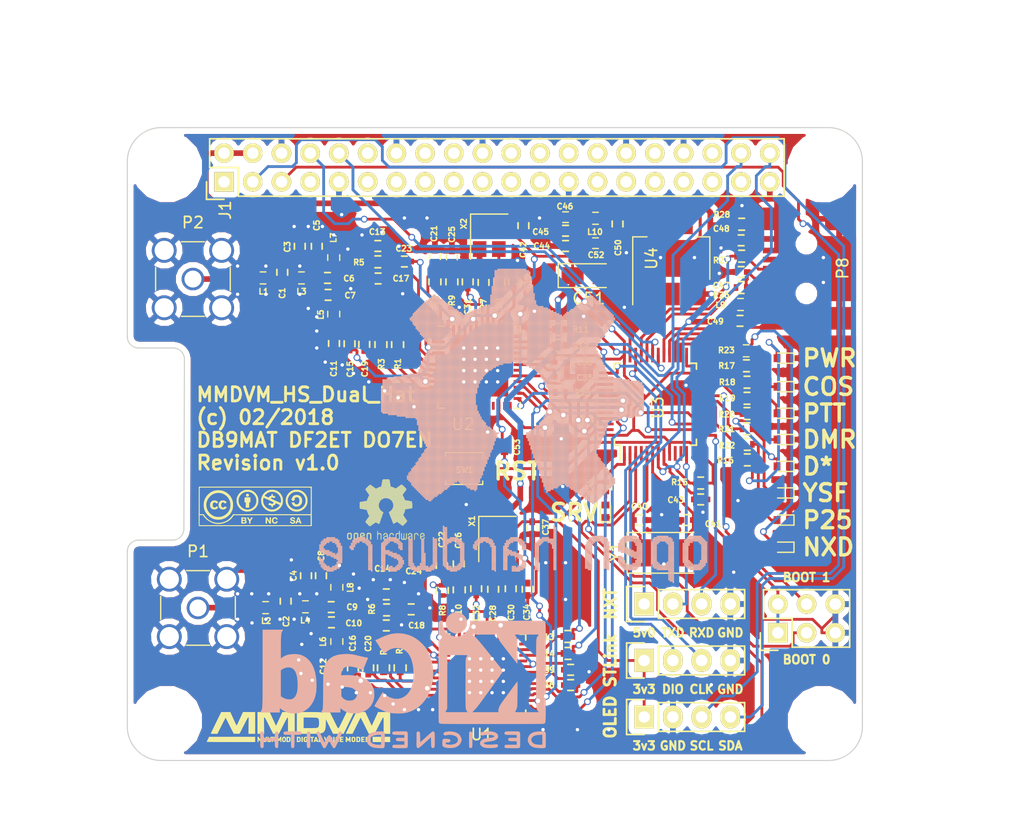
<source format=kicad_pcb>
(kicad_pcb (version 20171130) (host pcbnew no-vcs-found-c7bc154~61~ubuntu17.10.1)

  (general
    (thickness 1.6)
    (drawings 54)
    (tracks 1406)
    (zones 0)
    (modules 259)
    (nets 160)
  )

  (page A4)
  (title_block
    (title MMDVM_HS_Dual_Hat)
    (date 2018-02-05)
    (rev 1.0)
    (company DB9MAT+DF2ET+DO7EN)
  )

  (layers
    (0 F.Cu signal)
    (31 B.Cu signal)
    (32 B.Adhes user)
    (33 F.Adhes user)
    (34 B.Paste user)
    (35 F.Paste user)
    (36 B.SilkS user hide)
    (37 F.SilkS user)
    (38 B.Mask user)
    (39 F.Mask user)
    (40 Dwgs.User user)
    (41 Cmts.User user)
    (42 Eco1.User user)
    (43 Eco2.User user)
    (44 Edge.Cuts user)
    (45 Margin user)
    (46 B.CrtYd user hide)
    (47 F.CrtYd user)
    (48 B.Fab user)
    (49 F.Fab user hide)
  )

  (setup
    (last_trace_width 0.5)
    (user_trace_width 0.01)
    (user_trace_width 0.02)
    (user_trace_width 0.05)
    (user_trace_width 0.1)
    (user_trace_width 0.2)
    (user_trace_width 0.3)
    (user_trace_width 0.5)
    (trace_clearance 0.2)
    (zone_clearance 0.508)
    (zone_45_only no)
    (trace_min 0.01)
    (segment_width 0.2)
    (edge_width 0.1)
    (via_size 0.6)
    (via_drill 0.4)
    (via_min_size 0.4)
    (via_min_drill 0.3)
    (uvia_size 0.3)
    (uvia_drill 0.1)
    (uvias_allowed no)
    (uvia_min_size 0.2)
    (uvia_min_drill 0.1)
    (pcb_text_width 0.3)
    (pcb_text_size 1.5 1.5)
    (mod_edge_width 0.15)
    (mod_text_size 1 1)
    (mod_text_width 0.15)
    (pad_size 2.5 2)
    (pad_drill 0)
    (pad_to_mask_clearance 0)
    (aux_axis_origin 0 0)
    (visible_elements 7EFFFF7F)
    (pcbplotparams
      (layerselection 0x010f8_ffffffff)
      (usegerberextensions true)
      (usegerberattributes false)
      (usegerberadvancedattributes false)
      (creategerberjobfile false)
      (excludeedgelayer true)
      (linewidth 0.100000)
      (plotframeref false)
      (viasonmask false)
      (mode 1)
      (useauxorigin false)
      (hpglpennumber 1)
      (hpglpenspeed 20)
      (hpglpendiameter 15)
      (psnegative false)
      (psa4output false)
      (plotreference true)
      (plotvalue true)
      (plotinvisibletext false)
      (padsonsilk false)
      (subtractmaskfromsilk false)
      (outputformat 1)
      (mirror false)
      (drillshape 0)
      (scaleselection 1)
      (outputdirectory seeed/))
  )

  (net 0 "")
  (net 1 "Net-(J1-Pad38)")
  (net 2 "Net-(C1-Pad1)")
  (net 3 GND)
  (net 4 "Net-(C2-Pad1)")
  (net 5 "Net-(C6-Pad1)")
  (net 6 "Net-(C6-Pad2)")
  (net 7 "Net-(C7-Pad1)")
  (net 8 "Net-(C9-Pad1)")
  (net 9 "Net-(C10-Pad2)")
  (net 10 "Net-(C10-Pad1)")
  (net 11 "Net-(C11-Pad1)")
  (net 12 "Net-(C12-Pad1)")
  (net 13 "Net-(C13-Pad1)")
  (net 14 "Net-(C14-Pad1)")
  (net 15 "Net-(C19-Pad1)")
  (net 16 "Net-(C20-Pad1)")
  (net 17 "Net-(C21-Pad1)")
  (net 18 "Net-(C22-Pad1)")
  (net 19 "Net-(C23-Pad1)")
  (net 20 "Net-(C23-Pad2)")
  (net 21 "Net-(C24-Pad1)")
  (net 22 "Net-(C24-Pad2)")
  (net 23 "Net-(C25-Pad1)")
  (net 24 "Net-(C26-Pad1)")
  (net 25 "Net-(C27-Pad1)")
  (net 26 "Net-(C28-Pad1)")
  (net 27 "Net-(C29-Pad2)")
  (net 28 "Net-(C30-Pad2)")
  (net 29 "Net-(C35-Pad2)")
  (net 30 "Net-(C36-Pad2)")
  (net 31 NRST)
  (net 32 +3V3)
  (net 33 SERVICE)
  (net 34 +5V)
  (net 35 SDA)
  (net 36 SCL)
  (net 37 RXD)
  (net 38 TXD)
  (net 39 "Net-(L1-Pad1)")
  (net 40 "Net-(L2-Pad1)")
  (net 41 DISP_TXD)
  (net 42 DISP_RXD)
  (net 43 SWDIO)
  (net 44 SWCLK)
  (net 45 BOOT0)
  (net 46 "Net-(R2-Pad1)")
  (net 47 "Net-(R3-Pad1)")
  (net 48 "Net-(R4-Pad1)")
  (net 49 DCLK2)
  (net 50 "Net-(R12-Pad2)")
  (net 51 DATA2)
  (net 52 "Net-(R13-Pad2)")
  (net 53 DCLK1)
  (net 54 "Net-(R14-Pad2)")
  (net 55 DATA1)
  (net 56 COS_LED)
  (net 57 PTT_LED)
  (net 58 DMR_LED)
  (net 59 DSTAR_LED)
  (net 60 YSF_LED)
  (net 61 P25_LED)
  (net 62 CE)
  (net 63 SLE2)
  (net 64 SDATA)
  (net 65 SREAD)
  (net 66 SCLK)
  (net 67 SLE1)
  (net 68 "Net-(C40-Pad1)")
  (net 69 D-)
  (net 70 D+)
  (net 71 BOOT1)
  (net 72 NXDN_LED)
  (net 73 "Net-(C33-Pad2)")
  (net 74 "Net-(C34-Pad1)")
  (net 75 "Net-(C47-Pad1)")
  (net 76 "Net-(C48-Pad2)")
  (net 77 "Net-(C49-Pad2)")
  (net 78 "Net-(C50-Pad1)")
  (net 79 "Net-(R1-Pad1)")
  (net 80 "Net-(R11-Pad2)")
  (net 81 "Net-(C33-Pad1)")
  (net 82 "Net-(C34-Pad2)")
  (net 83 "Net-(C41-Pad1)")
  (net 84 "Net-(D1-Pad2)")
  (net 85 "Net-(D2-Pad2)")
  (net 86 "Net-(D3-Pad2)")
  (net 87 "Net-(D4-Pad2)")
  (net 88 "Net-(D5-Pad2)")
  (net 89 "Net-(D6-Pad2)")
  (net 90 "Net-(D7-Pad2)")
  (net 91 "Net-(D8-Pad2)")
  (net 92 "Net-(D0-Pad2)")
  (net 93 "Net-(J1-Pad1)")
  (net 94 "Net-(J1-Pad7)")
  (net 95 "Net-(J1-Pad11)")
  (net 96 "Net-(J1-Pad12)")
  (net 97 "Net-(J1-Pad13)")
  (net 98 "Net-(J1-Pad15)")
  (net 99 "Net-(J1-Pad16)")
  (net 100 "Net-(J1-Pad17)")
  (net 101 "Net-(J1-Pad18)")
  (net 102 "Net-(J1-Pad19)")
  (net 103 "Net-(J1-Pad21)")
  (net 104 "Net-(J1-Pad22)")
  (net 105 "Net-(J1-Pad23)")
  (net 106 "Net-(J1-Pad24)")
  (net 107 "Net-(J1-Pad26)")
  (net 108 "Net-(J1-Pad27)")
  (net 109 "Net-(J1-Pad28)")
  (net 110 "Net-(J1-Pad29)")
  (net 111 "Net-(J1-Pad31)")
  (net 112 "Net-(J1-Pad32)")
  (net 113 "Net-(J1-Pad33)")
  (net 114 "Net-(J1-Pad35)")
  (net 115 "Net-(J1-Pad36)")
  (net 116 "Net-(J1-Pad37)")
  (net 117 "Net-(P8-Pad4)")
  (net 118 "Net-(U1-Pad13)")
  (net 119 "Net-(U1-Pad14)")
  (net 120 "Net-(U1-Pad15)")
  (net 121 "Net-(U1-Pad16)")
  (net 122 "Net-(U1-Pad17)")
  (net 123 "Net-(U1-Pad18)")
  (net 124 "Net-(U1-Pad20)")
  (net 125 "Net-(U1-Pad21)")
  (net 126 "Net-(U1-Pad23)")
  (net 127 "Net-(U1-Pad30)")
  (net 128 "Net-(U1-Pad33)")
  (net 129 "Net-(U1-Pad36)")
  (net 130 "Net-(U1-Pad37)")
  (net 131 "Net-(U1-Pad38)")
  (net 132 "Net-(U1-Pad44)")
  (net 133 "Net-(U1-Pad46)")
  (net 134 "Net-(U2-Pad13)")
  (net 135 "Net-(U2-Pad14)")
  (net 136 "Net-(U2-Pad15)")
  (net 137 "Net-(U2-Pad16)")
  (net 138 "Net-(U2-Pad17)")
  (net 139 "Net-(U2-Pad18)")
  (net 140 "Net-(U2-Pad20)")
  (net 141 "Net-(U2-Pad21)")
  (net 142 "Net-(U2-Pad23)")
  (net 143 "Net-(U2-Pad30)")
  (net 144 "Net-(U2-Pad33)")
  (net 145 "Net-(U2-Pad36)")
  (net 146 "Net-(U2-Pad37)")
  (net 147 "Net-(U2-Pad38)")
  (net 148 "Net-(U2-Pad44)")
  (net 149 "Net-(U2-Pad46)")
  (net 150 "Net-(U3-Pad4)")
  (net 151 "Net-(U3-Pad10)")
  (net 152 "Net-(U3-Pad11)")
  (net 153 "Net-(U3-Pad17)")
  (net 154 "Net-(U3-Pad21)")
  (net 155 "Net-(U3-Pad22)")
  (net 156 "Net-(U3-Pad38)")
  (net 157 "Net-(U3-Pad46)")
  (net 158 "Net-(X1-Pad1)")
  (net 159 "Net-(X2-Pad1)")

  (net_class Default "This is the default net class."
    (clearance 0.2)
    (trace_width 0.25)
    (via_dia 0.6)
    (via_drill 0.4)
    (uvia_dia 0.3)
    (uvia_drill 0.1)
    (add_net +3V3)
    (add_net +5V)
    (add_net BOOT0)
    (add_net BOOT1)
    (add_net CE)
    (add_net COS_LED)
    (add_net D+)
    (add_net D-)
    (add_net DATA1)
    (add_net DATA2)
    (add_net DCLK1)
    (add_net DCLK2)
    (add_net DISP_RXD)
    (add_net DISP_TXD)
    (add_net DMR_LED)
    (add_net DSTAR_LED)
    (add_net GND)
    (add_net NRST)
    (add_net NXDN_LED)
    (add_net "Net-(C1-Pad1)")
    (add_net "Net-(C10-Pad1)")
    (add_net "Net-(C10-Pad2)")
    (add_net "Net-(C11-Pad1)")
    (add_net "Net-(C12-Pad1)")
    (add_net "Net-(C13-Pad1)")
    (add_net "Net-(C14-Pad1)")
    (add_net "Net-(C19-Pad1)")
    (add_net "Net-(C2-Pad1)")
    (add_net "Net-(C20-Pad1)")
    (add_net "Net-(C21-Pad1)")
    (add_net "Net-(C22-Pad1)")
    (add_net "Net-(C23-Pad1)")
    (add_net "Net-(C23-Pad2)")
    (add_net "Net-(C24-Pad1)")
    (add_net "Net-(C24-Pad2)")
    (add_net "Net-(C25-Pad1)")
    (add_net "Net-(C26-Pad1)")
    (add_net "Net-(C27-Pad1)")
    (add_net "Net-(C28-Pad1)")
    (add_net "Net-(C29-Pad2)")
    (add_net "Net-(C30-Pad2)")
    (add_net "Net-(C33-Pad1)")
    (add_net "Net-(C33-Pad2)")
    (add_net "Net-(C34-Pad1)")
    (add_net "Net-(C34-Pad2)")
    (add_net "Net-(C35-Pad2)")
    (add_net "Net-(C36-Pad2)")
    (add_net "Net-(C40-Pad1)")
    (add_net "Net-(C41-Pad1)")
    (add_net "Net-(C47-Pad1)")
    (add_net "Net-(C48-Pad2)")
    (add_net "Net-(C49-Pad2)")
    (add_net "Net-(C50-Pad1)")
    (add_net "Net-(C6-Pad1)")
    (add_net "Net-(C6-Pad2)")
    (add_net "Net-(C7-Pad1)")
    (add_net "Net-(C9-Pad1)")
    (add_net "Net-(D0-Pad2)")
    (add_net "Net-(D1-Pad2)")
    (add_net "Net-(D2-Pad2)")
    (add_net "Net-(D3-Pad2)")
    (add_net "Net-(D4-Pad2)")
    (add_net "Net-(D5-Pad2)")
    (add_net "Net-(D6-Pad2)")
    (add_net "Net-(D7-Pad2)")
    (add_net "Net-(D8-Pad2)")
    (add_net "Net-(J1-Pad1)")
    (add_net "Net-(J1-Pad11)")
    (add_net "Net-(J1-Pad12)")
    (add_net "Net-(J1-Pad13)")
    (add_net "Net-(J1-Pad15)")
    (add_net "Net-(J1-Pad16)")
    (add_net "Net-(J1-Pad17)")
    (add_net "Net-(J1-Pad18)")
    (add_net "Net-(J1-Pad19)")
    (add_net "Net-(J1-Pad21)")
    (add_net "Net-(J1-Pad22)")
    (add_net "Net-(J1-Pad23)")
    (add_net "Net-(J1-Pad24)")
    (add_net "Net-(J1-Pad26)")
    (add_net "Net-(J1-Pad27)")
    (add_net "Net-(J1-Pad28)")
    (add_net "Net-(J1-Pad29)")
    (add_net "Net-(J1-Pad31)")
    (add_net "Net-(J1-Pad32)")
    (add_net "Net-(J1-Pad33)")
    (add_net "Net-(J1-Pad35)")
    (add_net "Net-(J1-Pad36)")
    (add_net "Net-(J1-Pad37)")
    (add_net "Net-(J1-Pad38)")
    (add_net "Net-(J1-Pad7)")
    (add_net "Net-(L1-Pad1)")
    (add_net "Net-(L2-Pad1)")
    (add_net "Net-(P8-Pad4)")
    (add_net "Net-(R1-Pad1)")
    (add_net "Net-(R11-Pad2)")
    (add_net "Net-(R12-Pad2)")
    (add_net "Net-(R13-Pad2)")
    (add_net "Net-(R14-Pad2)")
    (add_net "Net-(R2-Pad1)")
    (add_net "Net-(R3-Pad1)")
    (add_net "Net-(R4-Pad1)")
    (add_net "Net-(U1-Pad13)")
    (add_net "Net-(U1-Pad14)")
    (add_net "Net-(U1-Pad15)")
    (add_net "Net-(U1-Pad16)")
    (add_net "Net-(U1-Pad17)")
    (add_net "Net-(U1-Pad18)")
    (add_net "Net-(U1-Pad20)")
    (add_net "Net-(U1-Pad21)")
    (add_net "Net-(U1-Pad23)")
    (add_net "Net-(U1-Pad30)")
    (add_net "Net-(U1-Pad33)")
    (add_net "Net-(U1-Pad36)")
    (add_net "Net-(U1-Pad37)")
    (add_net "Net-(U1-Pad38)")
    (add_net "Net-(U1-Pad44)")
    (add_net "Net-(U1-Pad46)")
    (add_net "Net-(U2-Pad13)")
    (add_net "Net-(U2-Pad14)")
    (add_net "Net-(U2-Pad15)")
    (add_net "Net-(U2-Pad16)")
    (add_net "Net-(U2-Pad17)")
    (add_net "Net-(U2-Pad18)")
    (add_net "Net-(U2-Pad20)")
    (add_net "Net-(U2-Pad21)")
    (add_net "Net-(U2-Pad23)")
    (add_net "Net-(U2-Pad30)")
    (add_net "Net-(U2-Pad33)")
    (add_net "Net-(U2-Pad36)")
    (add_net "Net-(U2-Pad37)")
    (add_net "Net-(U2-Pad38)")
    (add_net "Net-(U2-Pad44)")
    (add_net "Net-(U2-Pad46)")
    (add_net "Net-(U3-Pad10)")
    (add_net "Net-(U3-Pad11)")
    (add_net "Net-(U3-Pad17)")
    (add_net "Net-(U3-Pad21)")
    (add_net "Net-(U3-Pad22)")
    (add_net "Net-(U3-Pad38)")
    (add_net "Net-(U3-Pad4)")
    (add_net "Net-(U3-Pad46)")
    (add_net "Net-(X1-Pad1)")
    (add_net "Net-(X2-Pad1)")
    (add_net P25_LED)
    (add_net PTT_LED)
    (add_net RXD)
    (add_net SCL)
    (add_net SCLK)
    (add_net SDA)
    (add_net SDATA)
    (add_net SERVICE)
    (add_net SLE1)
    (add_net SLE2)
    (add_net SREAD)
    (add_net SWCLK)
    (add_net SWDIO)
    (add_net TXD)
    (add_net YSF_LED)
  )

  (module MMDVM:USB-mini-710-65100516121 (layer F.Cu) (tedit 5A7A3491) (tstamp 5AA60093)
    (at 150.3 94.975 90)
    (path /5A778C4F/5A8AD758)
    (fp_text reference P8 (at 0.025 3.2 90) (layer F.SilkS)
      (effects (font (size 1 1) (thickness 0.15)))
    )
    (fp_text value USB_OTG (at 0 -5.3 90) (layer F.Fab)
      (effects (font (size 1 1) (thickness 0.15)))
    )
    (fp_line (start -3.9 5.3) (end -3.9 -3.95) (layer F.CrtYd) (width 0.15))
    (fp_line (start 3.8 5.3) (end 3.8 -3.95) (layer F.CrtYd) (width 0.15))
    (fp_line (start -3.9 5.3) (end 3.8 5.3) (layer F.CrtYd) (width 0.15))
    (fp_line (start -3.9 -3.95) (end 3.8 -3.95) (layer F.CrtYd) (width 0.15))
    (pad "" np_thru_hole circle (at -2.2 0 90) (size 0.9 0.9) (drill 0.9) (layers *.Cu *.Mask))
    (pad "" np_thru_hole circle (at 2.2 0 90) (size 0.9 0.9) (drill 0.9) (layers *.Cu *.Mask))
    (pad 6 smd trapezoid (at -4.4 2.9 90) (size 2 2.5) (layers F.Cu F.Paste F.Mask)
      (net 3 GND))
    (pad 6 smd trapezoid (at 4.4 2.9 90) (size 2 2.5) (layers F.Cu F.Paste F.Mask)
      (net 3 GND))
    (pad 6 smd trapezoid (at 4.4 -2.6 90) (size 2 2.5) (layers F.Cu F.Paste F.Mask)
      (net 3 GND))
    (pad 6 smd trapezoid (at -4.4 -2.6 90) (size 2 2.5) (layers F.Cu F.Paste F.Mask)
      (net 3 GND))
    (pad 3 smd trapezoid (at 0 -2.6 90) (size 0.5 2.5) (layers F.Cu F.Paste F.Mask)
      (net 76 "Net-(C48-Pad2)"))
    (pad 5 smd trapezoid (at 1.6 -2.6 90) (size 0.5 2.5) (layers F.Cu F.Paste F.Mask)
      (net 3 GND))
    (pad 4 smd trapezoid (at 0.8 -2.6 90) (size 0.5 2.5) (layers F.Cu F.Paste F.Mask)
      (net 117 "Net-(P8-Pad4)"))
    (pad 1 smd trapezoid (at -1.6 -2.6 90) (size 0.5 2.5) (layers F.Cu F.Paste F.Mask)
      (net 77 "Net-(C49-Pad2)"))
    (pad 2 smd trapezoid (at -0.8 -2.6 90) (size 0.5 2.5) (layers F.Cu F.Paste F.Mask)
      (net 75 "Net-(C47-Pad1)"))
  )

  (module MMDVM:VIA-0.6mm (layer F.Cu) (tedit 5A778E54) (tstamp 5AA60118)
    (at 126.7 90.5)
    (fp_text reference REF** (at 0 1.27) (layer F.SilkS) hide
      (effects (font (size 1 1) (thickness 0.15)))
    )
    (fp_text value VIA-0.6mm (at 0 -1.27) (layer F.Fab) hide
      (effects (font (size 1 1) (thickness 0.15)))
    )
    (pad 1 thru_hole circle (at 0 0) (size 0.6 0.6) (drill 0.3) (layers *.Cu)
      (net 3 GND) (zone_connect 2))
  )

  (module MMDVM:VIA-0.6mm (layer F.Cu) (tedit 5A778E54) (tstamp 5A8FA766)
    (at 130.6 99.2)
    (fp_text reference REF** (at 0 1.27) (layer F.SilkS) hide
      (effects (font (size 1 1) (thickness 0.15)))
    )
    (fp_text value VIA-0.6mm (at 0 -1.27) (layer F.Fab) hide
      (effects (font (size 1 1) (thickness 0.15)))
    )
    (pad 1 thru_hole circle (at 0 0) (size 0.6 0.6) (drill 0.3) (layers *.Cu)
      (net 3 GND) (zone_connect 2))
  )

  (module MMDVM:VIA-0.6mm (layer F.Cu) (tedit 5A778E54) (tstamp 5A8FA753)
    (at 134.2 98.4)
    (fp_text reference REF** (at 0 1.27) (layer F.SilkS) hide
      (effects (font (size 1 1) (thickness 0.15)))
    )
    (fp_text value VIA-0.6mm (at 0 -1.27) (layer F.Fab) hide
      (effects (font (size 1 1) (thickness 0.15)))
    )
    (pad 1 thru_hole circle (at 0 0) (size 0.6 0.6) (drill 0.3) (layers *.Cu)
      (net 3 GND) (zone_connect 2))
  )

  (module MMDVM:VIA-0.6mm (layer F.Cu) (tedit 5A778E54) (tstamp 5A78E381)
    (at 115.6 107.2)
    (fp_text reference REF** (at 0 1.27) (layer F.SilkS) hide
      (effects (font (size 1 1) (thickness 0.15)))
    )
    (fp_text value VIA-0.6mm (at 0 -1.27) (layer F.Fab) hide
      (effects (font (size 1 1) (thickness 0.15)))
    )
    (pad 1 thru_hole circle (at 0 0) (size 0.6 0.6) (drill 0.3) (layers *.Cu)
      (net 3 GND) (zone_connect 2))
  )

  (module MMDVM:VIA-0.6mm (layer F.Cu) (tedit 5A778E54) (tstamp 5A78E379)
    (at 114.2 106.4)
    (fp_text reference REF** (at 0 1.27) (layer F.SilkS) hide
      (effects (font (size 1 1) (thickness 0.15)))
    )
    (fp_text value VIA-0.6mm (at 0 -1.27) (layer F.Fab) hide
      (effects (font (size 1 1) (thickness 0.15)))
    )
    (pad 1 thru_hole circle (at 0 0) (size 0.6 0.6) (drill 0.3) (layers *.Cu)
      (net 3 GND) (zone_connect 2))
  )

  (module MMDVM:VIA-0.6mm (layer F.Cu) (tedit 5A778E54) (tstamp 5A78E371)
    (at 113 105.8)
    (fp_text reference REF** (at 0 1.27) (layer F.SilkS) hide
      (effects (font (size 1 1) (thickness 0.15)))
    )
    (fp_text value VIA-0.6mm (at 0 -1.27) (layer F.Fab) hide
      (effects (font (size 1 1) (thickness 0.15)))
    )
    (pad 1 thru_hole circle (at 0 0) (size 0.6 0.6) (drill 0.3) (layers *.Cu)
      (net 3 GND) (zone_connect 2))
  )

  (module MMDVM:VIA-0.6mm (layer F.Cu) (tedit 5A778E54) (tstamp 5A78E369)
    (at 111.6 105)
    (fp_text reference REF** (at 0 1.27) (layer F.SilkS) hide
      (effects (font (size 1 1) (thickness 0.15)))
    )
    (fp_text value VIA-0.6mm (at 0 -1.27) (layer F.Fab) hide
      (effects (font (size 1 1) (thickness 0.15)))
    )
    (pad 1 thru_hole circle (at 0 0) (size 0.6 0.6) (drill 0.3) (layers *.Cu)
      (net 3 GND) (zone_connect 2))
  )

  (module MMDVM:VIA-0.6mm (layer F.Cu) (tedit 5A778E54) (tstamp 5A78E35A)
    (at 105.6 130.8)
    (fp_text reference REF** (at 0 1.27) (layer F.SilkS) hide
      (effects (font (size 1 1) (thickness 0.15)))
    )
    (fp_text value VIA-0.6mm (at 0 -1.27) (layer F.Fab) hide
      (effects (font (size 1 1) (thickness 0.15)))
    )
    (pad 1 thru_hole circle (at 0 0) (size 0.6 0.6) (drill 0.3) (layers *.Cu)
      (net 3 GND) (zone_connect 2))
  )

  (module MMDVM:VIA-0.6mm (layer F.Cu) (tedit 5A778E54) (tstamp 5A78E352)
    (at 105.4 129.6)
    (fp_text reference REF** (at 0 1.27) (layer F.SilkS) hide
      (effects (font (size 1 1) (thickness 0.15)))
    )
    (fp_text value VIA-0.6mm (at 0 -1.27) (layer F.Fab) hide
      (effects (font (size 1 1) (thickness 0.15)))
    )
    (pad 1 thru_hole circle (at 0 0) (size 0.6 0.6) (drill 0.3) (layers *.Cu)
      (net 3 GND) (zone_connect 2))
  )

  (module MMDVM:VIA-0.6mm (layer F.Cu) (tedit 5A778E54) (tstamp 5A78DECC)
    (at 109.2 90.2)
    (fp_text reference REF** (at 0 1.27) (layer F.SilkS) hide
      (effects (font (size 1 1) (thickness 0.15)))
    )
    (fp_text value VIA-0.6mm (at 0 -1.27) (layer F.Fab) hide
      (effects (font (size 1 1) (thickness 0.15)))
    )
    (pad 1 thru_hole circle (at 0 0) (size 0.6 0.6) (drill 0.3) (layers *.Cu)
      (net 3 GND) (zone_connect 2))
  )

  (module MMDVM:VIA-0.6mm (layer F.Cu) (tedit 5A778E54) (tstamp 5A78DDB7)
    (at 140.4 94)
    (fp_text reference REF** (at 0 1.27) (layer F.SilkS) hide
      (effects (font (size 1 1) (thickness 0.15)))
    )
    (fp_text value VIA-0.6mm (at 0 -1.27) (layer F.Fab) hide
      (effects (font (size 1 1) (thickness 0.15)))
    )
    (pad 1 thru_hole circle (at 0 0) (size 0.6 0.6) (drill 0.3) (layers *.Cu)
      (net 3 GND) (zone_connect 2))
  )

  (module MMDVM:VIA-0.6mm (layer F.Cu) (tedit 5A778E54) (tstamp 5A78DD9E)
    (at 137.4 94)
    (fp_text reference REF** (at 0 1.27) (layer F.SilkS) hide
      (effects (font (size 1 1) (thickness 0.15)))
    )
    (fp_text value VIA-0.6mm (at 0 -1.27) (layer F.Fab) hide
      (effects (font (size 1 1) (thickness 0.15)))
    )
    (pad 1 thru_hole circle (at 0 0) (size 0.6 0.6) (drill 0.3) (layers *.Cu)
      (net 3 GND) (zone_connect 2))
  )

  (module MMDVM:VIA-0.6mm (layer F.Cu) (tedit 5A778E54) (tstamp 5A78DA68)
    (at 139.65 105.3)
    (fp_text reference REF** (at 0 1.27) (layer F.SilkS) hide
      (effects (font (size 1 1) (thickness 0.15)))
    )
    (fp_text value VIA-0.6mm (at 0 -1.27) (layer F.Fab) hide
      (effects (font (size 1 1) (thickness 0.15)))
    )
    (pad 1 thru_hole circle (at 0 0) (size 0.6 0.6) (drill 0.3) (layers *.Cu)
      (net 3 GND) (zone_connect 2))
  )

  (module MMDVM:VIA-0.6mm (layer F.Cu) (tedit 5A778E54) (tstamp 5A7833C3)
    (at 120.22 115.85)
    (fp_text reference REF** (at 0 1.27) (layer F.SilkS) hide
      (effects (font (size 1 1) (thickness 0.15)))
    )
    (fp_text value VIA-0.6mm (at 0 -1.27) (layer F.Fab) hide
      (effects (font (size 1 1) (thickness 0.15)))
    )
    (pad 1 thru_hole circle (at 0 0) (size 0.6 0.6) (drill 0.3) (layers *.Cu)
      (net 3 GND) (zone_connect 2))
  )

  (module MMDVM:VIA-0.6mm (layer F.Cu) (tedit 5A778E54) (tstamp 5A7833BB)
    (at 122.11 109.44)
    (fp_text reference REF** (at 0 1.27) (layer F.SilkS) hide
      (effects (font (size 1 1) (thickness 0.15)))
    )
    (fp_text value VIA-0.6mm (at 0 -1.27) (layer F.Fab) hide
      (effects (font (size 1 1) (thickness 0.15)))
    )
    (pad 1 thru_hole circle (at 0 0) (size 0.6 0.6) (drill 0.3) (layers *.Cu)
      (net 3 GND) (zone_connect 2))
  )

  (module MMDVM:VIA-0.6mm (layer F.Cu) (tedit 5A778E54) (tstamp 5A7833B3)
    (at 128.62 110.03)
    (fp_text reference REF** (at 0 1.27) (layer F.SilkS) hide
      (effects (font (size 1 1) (thickness 0.15)))
    )
    (fp_text value VIA-0.6mm (at 0 -1.27) (layer F.Fab) hide
      (effects (font (size 1 1) (thickness 0.15)))
    )
    (pad 1 thru_hole circle (at 0 0) (size 0.6 0.6) (drill 0.3) (layers *.Cu)
      (net 3 GND) (zone_connect 2))
  )

  (module MMDVM:VIA-0.6mm (layer F.Cu) (tedit 5A778E54) (tstamp 5A7830E8)
    (at 143.87 121.84)
    (fp_text reference REF** (at 0 1.27) (layer F.SilkS) hide
      (effects (font (size 1 1) (thickness 0.15)))
    )
    (fp_text value VIA-0.6mm (at 0 -1.27) (layer F.Fab) hide
      (effects (font (size 1 1) (thickness 0.15)))
    )
    (pad 1 thru_hole circle (at 0 0) (size 0.6 0.6) (drill 0.3) (layers *.Cu)
      (net 3 GND) (zone_connect 2))
  )

  (module MMDVM:VIA-0.6mm (layer F.Cu) (tedit 5A778E54) (tstamp 5A7830DC)
    (at 137.69 121.11)
    (fp_text reference REF** (at 0 1.27) (layer F.SilkS) hide
      (effects (font (size 1 1) (thickness 0.15)))
    )
    (fp_text value VIA-0.6mm (at 0 -1.27) (layer F.Fab) hide
      (effects (font (size 1 1) (thickness 0.15)))
    )
    (pad 1 thru_hole circle (at 0 0) (size 0.6 0.6) (drill 0.3) (layers *.Cu)
      (net 3 GND) (zone_connect 2))
  )

  (module MMDVM:VIA-0.6mm (layer F.Cu) (tedit 5A778E54) (tstamp 5A7830C3)
    (at 141.15 116.53)
    (fp_text reference REF** (at 0 1.27) (layer F.SilkS) hide
      (effects (font (size 1 1) (thickness 0.15)))
    )
    (fp_text value VIA-0.6mm (at 0 -1.27) (layer F.Fab) hide
      (effects (font (size 1 1) (thickness 0.15)))
    )
    (pad 1 thru_hole circle (at 0 0) (size 0.6 0.6) (drill 0.3) (layers *.Cu)
      (net 3 GND) (zone_connect 2))
  )

  (module MMDVM:VIA-0.6mm (layer F.Cu) (tedit 5A778E54) (tstamp 5A782D54)
    (at 131.08 130.65)
    (fp_text reference REF** (at 0 1.27) (layer F.SilkS) hide
      (effects (font (size 1 1) (thickness 0.15)))
    )
    (fp_text value VIA-0.6mm (at 0 -1.27) (layer F.Fab) hide
      (effects (font (size 1 1) (thickness 0.15)))
    )
    (pad 1 thru_hole circle (at 0 0) (size 0.6 0.6) (drill 0.3) (layers *.Cu)
      (net 3 GND) (zone_connect 2))
  )

  (module MMDVM:VIA-0.6mm (layer F.Cu) (tedit 5A778E54) (tstamp 5A782D4A)
    (at 130.05 135.77)
    (fp_text reference REF** (at 0 1.27) (layer F.SilkS) hide
      (effects (font (size 1 1) (thickness 0.15)))
    )
    (fp_text value VIA-0.6mm (at 0 -1.27) (layer F.Fab) hide
      (effects (font (size 1 1) (thickness 0.15)))
    )
    (pad 1 thru_hole circle (at 0 0) (size 0.6 0.6) (drill 0.3) (layers *.Cu)
      (net 3 GND) (zone_connect 2))
  )

  (module MMDVM:VIA-0.6mm (layer F.Cu) (tedit 5A778E54) (tstamp 5A782D42)
    (at 132.82 135.77)
    (fp_text reference REF** (at 0 1.27) (layer F.SilkS) hide
      (effects (font (size 1 1) (thickness 0.15)))
    )
    (fp_text value VIA-0.6mm (at 0 -1.27) (layer F.Fab) hide
      (effects (font (size 1 1) (thickness 0.15)))
    )
    (pad 1 thru_hole circle (at 0 0) (size 0.6 0.6) (drill 0.3) (layers *.Cu)
      (net 3 GND) (zone_connect 2))
  )

  (module MMDVM:VIA-0.6mm (layer F.Cu) (tedit 5A778E54) (tstamp 5A782D3A)
    (at 127.01 135.77)
    (fp_text reference REF** (at 0 1.27) (layer F.SilkS) hide
      (effects (font (size 1 1) (thickness 0.15)))
    )
    (fp_text value VIA-0.6mm (at 0 -1.27) (layer F.Fab) hide
      (effects (font (size 1 1) (thickness 0.15)))
    )
    (pad 1 thru_hole circle (at 0 0) (size 0.6 0.6) (drill 0.3) (layers *.Cu)
      (net 3 GND) (zone_connect 2))
  )

  (module MMDVM:VIA-0.6mm (layer F.Cu) (tedit 5A778E54) (tstamp 5A782D18)
    (at 141.89 131.8)
    (fp_text reference REF** (at 0 1.27) (layer F.SilkS) hide
      (effects (font (size 1 1) (thickness 0.15)))
    )
    (fp_text value VIA-0.6mm (at 0 -1.27) (layer F.Fab) hide
      (effects (font (size 1 1) (thickness 0.15)))
    )
    (pad 1 thru_hole circle (at 0 0) (size 0.6 0.6) (drill 0.3) (layers *.Cu)
      (net 3 GND) (zone_connect 2))
  )

  (module Pin_Headers:Pin_Header_Straight_1x04 (layer F.Cu) (tedit 5A764459) (tstamp 5A6845B3)
    (at 135.95 134.65 90)
    (descr "Through hole pin header")
    (tags "pin header")
    (path /5A778C4F/5A7D83FB)
    (fp_text reference P3 (at 0.15 10.5 90) (layer F.SilkS) hide
      (effects (font (size 1 1) (thickness 0.15)))
    )
    (fp_text value I2C (at 0 -3.1 90) (layer F.Fab)
      (effects (font (size 1 1) (thickness 0.15)))
    )
    (fp_line (start -1.75 -1.75) (end -1.75 9.4) (layer F.CrtYd) (width 0.05))
    (fp_line (start 1.75 -1.75) (end 1.75 9.4) (layer F.CrtYd) (width 0.05))
    (fp_line (start -1.75 -1.75) (end 1.75 -1.75) (layer F.CrtYd) (width 0.05))
    (fp_line (start -1.75 9.4) (end 1.75 9.4) (layer F.CrtYd) (width 0.05))
    (fp_line (start -1.27 1.27) (end -1.27 8.89) (layer F.SilkS) (width 0.15))
    (fp_line (start 1.27 1.27) (end 1.27 8.89) (layer F.SilkS) (width 0.15))
    (fp_line (start 1.55 -1.55) (end 1.55 0) (layer F.SilkS) (width 0.15))
    (fp_line (start -1.27 8.89) (end 1.27 8.89) (layer F.SilkS) (width 0.15))
    (fp_line (start 1.27 1.27) (end -1.27 1.27) (layer F.SilkS) (width 0.15))
    (fp_line (start -1.55 0) (end -1.55 -1.55) (layer F.SilkS) (width 0.15))
    (fp_line (start -1.55 -1.55) (end 1.55 -1.55) (layer F.SilkS) (width 0.15))
    (pad 1 thru_hole rect (at 0 0 90) (size 2.032 1.7272) (drill 1.016) (layers *.Cu *.Mask F.SilkS)
      (net 32 +3V3))
    (pad 2 thru_hole oval (at 0 2.54 90) (size 2.032 1.7272) (drill 1.016) (layers *.Cu *.Mask F.SilkS)
      (net 3 GND))
    (pad 3 thru_hole oval (at 0 5.08 90) (size 2.032 1.7272) (drill 1.016) (layers *.Cu *.Mask F.SilkS)
      (net 36 SCL))
    (pad 4 thru_hole oval (at 0 7.62 90) (size 2.032 1.7272) (drill 1.016) (layers *.Cu *.Mask F.SilkS)
      (net 35 SDA))
    (model Pin_Headers.3dshapes/Pin_Header_Straight_1x04.wrl
      (offset (xyz 0 -3.809999942779541 0))
      (scale (xyz 1 1 1))
      (rotate (xyz 0 0 90))
    )
  )

  (module MMDVM:VIA-0.6mm (layer F.Cu) (tedit 5A778E54) (tstamp 5A7821E5)
    (at 134.38 93.57)
    (fp_text reference REF** (at 0 1.27) (layer F.SilkS) hide
      (effects (font (size 1 1) (thickness 0.15)))
    )
    (fp_text value VIA-0.6mm (at 0 -1.27) (layer F.Fab) hide
      (effects (font (size 1 1) (thickness 0.15)))
    )
    (pad 1 thru_hole circle (at 0 0) (size 0.6 0.6) (drill 0.3) (layers *.Cu)
      (net 3 GND) (zone_connect 2))
  )

  (module MMDVM:VIA-0.6mm (layer F.Cu) (tedit 5A778E54) (tstamp 5AD13B1B)
    (at 144.6 89.4)
    (fp_text reference REF** (at 0 1.27) (layer F.SilkS) hide
      (effects (font (size 1 1) (thickness 0.15)))
    )
    (fp_text value VIA-0.6mm (at 0 -1.27) (layer F.Fab) hide
      (effects (font (size 1 1) (thickness 0.15)))
    )
    (pad 1 thru_hole circle (at 0 0) (size 0.6 0.6) (drill 0.3) (layers *.Cu)
      (net 3 GND) (zone_connect 2))
  )

  (module MMDVM:VIA-0.6mm (layer F.Cu) (tedit 5A778E54) (tstamp 5AD13B02)
    (at 142.6 95.4)
    (fp_text reference REF** (at 0 1.27) (layer F.SilkS) hide
      (effects (font (size 1 1) (thickness 0.15)))
    )
    (fp_text value VIA-0.6mm (at 0 -1.27) (layer F.Fab) hide
      (effects (font (size 1 1) (thickness 0.15)))
    )
    (pad 1 thru_hole circle (at 0 0) (size 0.6 0.6) (drill 0.3) (layers *.Cu)
      (net 3 GND) (zone_connect 2))
  )

  (module MMDVM:VIA-0.6mm (layer F.Cu) (tedit 5A778E54) (tstamp 5AD13AA2)
    (at 119.6 98.4)
    (fp_text reference REF** (at 0 1.27) (layer F.SilkS) hide
      (effects (font (size 1 1) (thickness 0.15)))
    )
    (fp_text value VIA-0.6mm (at 0 -1.27) (layer F.Fab) hide
      (effects (font (size 1 1) (thickness 0.15)))
    )
    (pad 1 thru_hole circle (at 0 0) (size 0.6 0.6) (drill 0.3) (layers *.Cu)
      (net 3 GND) (zone_connect 2))
  )

  (module MMDVM:VIA-0.6mm (layer F.Cu) (tedit 5A778E54) (tstamp 5AD13A8F)
    (at 124.75 94.25)
    (fp_text reference REF** (at 0 1.27) (layer F.SilkS) hide
      (effects (font (size 1 1) (thickness 0.15)))
    )
    (fp_text value VIA-0.6mm (at 0 -1.27) (layer F.Fab) hide
      (effects (font (size 1 1) (thickness 0.15)))
    )
    (pad 1 thru_hole circle (at 0 0) (size 0.6 0.6) (drill 0.3) (layers *.Cu)
      (net 3 GND) (zone_connect 2))
  )

  (module MMDVM:VIA-0.6mm (layer F.Cu) (tedit 5A778E54) (tstamp 5AD13A84)
    (at 116.75 90.5)
    (fp_text reference REF** (at 0 1.27) (layer F.SilkS) hide
      (effects (font (size 1 1) (thickness 0.15)))
    )
    (fp_text value VIA-0.6mm (at 0 -1.27) (layer F.Fab) hide
      (effects (font (size 1 1) (thickness 0.15)))
    )
    (pad 1 thru_hole circle (at 0 0) (size 0.6 0.6) (drill 0.3) (layers *.Cu)
      (net 3 GND) (zone_connect 2))
  )

  (module MMDVM:VIA-0.6mm (layer F.Cu) (tedit 5A778E54) (tstamp 5AD13A7C)
    (at 114.75 90.5)
    (fp_text reference REF** (at 0 1.27) (layer F.SilkS) hide
      (effects (font (size 1 1) (thickness 0.15)))
    )
    (fp_text value VIA-0.6mm (at 0 -1.27) (layer F.Fab) hide
      (effects (font (size 1 1) (thickness 0.15)))
    )
    (pad 1 thru_hole circle (at 0 0) (size 0.6 0.6) (drill 0.3) (layers *.Cu)
      (net 3 GND) (zone_connect 2))
  )

  (module MMDVM:VIA-0.6mm (layer F.Cu) (tedit 5A778E54) (tstamp 5AD13A71)
    (at 137.5 116.75)
    (fp_text reference REF** (at 0 1.27) (layer F.SilkS) hide
      (effects (font (size 1 1) (thickness 0.15)))
    )
    (fp_text value VIA-0.6mm (at 0 -1.27) (layer F.Fab) hide
      (effects (font (size 1 1) (thickness 0.15)))
    )
    (pad 1 thru_hole circle (at 0 0) (size 0.6 0.6) (drill 0.3) (layers *.Cu)
      (net 3 GND) (zone_connect 2))
  )

  (module MMDVM:VIA-0.6mm (layer F.Cu) (tedit 5A778E54) (tstamp 5AD13A65)
    (at 128.75 114.25)
    (fp_text reference REF** (at 0 1.27) (layer F.SilkS) hide
      (effects (font (size 1 1) (thickness 0.15)))
    )
    (fp_text value VIA-0.6mm (at 0 -1.27) (layer F.Fab) hide
      (effects (font (size 1 1) (thickness 0.15)))
    )
    (pad 1 thru_hole circle (at 0 0) (size 0.6 0.6) (drill 0.3) (layers *.Cu)
      (net 3 GND) (zone_connect 2))
  )

  (module MMDVM:VIA-0.6mm (layer F.Cu) (tedit 5A778E54) (tstamp 5AD13A5B)
    (at 144.25 115.5)
    (fp_text reference REF** (at 0 1.27) (layer F.SilkS) hide
      (effects (font (size 1 1) (thickness 0.15)))
    )
    (fp_text value VIA-0.6mm (at 0 -1.27) (layer F.Fab) hide
      (effects (font (size 1 1) (thickness 0.15)))
    )
    (pad 1 thru_hole circle (at 0 0) (size 0.6 0.6) (drill 0.3) (layers *.Cu)
      (net 3 GND) (zone_connect 2))
  )

  (module MMDVM:VIA-0.6mm (layer F.Cu) (tedit 5A778E54) (tstamp 5AD13A39)
    (at 129 124.25)
    (fp_text reference REF** (at 0 1.27) (layer F.SilkS) hide
      (effects (font (size 1 1) (thickness 0.15)))
    )
    (fp_text value VIA-0.6mm (at 0 -1.27) (layer F.Fab) hide
      (effects (font (size 1 1) (thickness 0.15)))
    )
    (pad 1 thru_hole circle (at 0 0) (size 0.6 0.6) (drill 0.3) (layers *.Cu)
      (net 3 GND) (zone_connect 2))
  )

  (module MMDVM:VIA-0.6mm (layer F.Cu) (tedit 5A778E54) (tstamp 5AD13A1F)
    (at 129 121)
    (fp_text reference REF** (at 0 1.27) (layer F.SilkS) hide
      (effects (font (size 1 1) (thickness 0.15)))
    )
    (fp_text value VIA-0.6mm (at 0 -1.27) (layer F.Fab) hide
      (effects (font (size 1 1) (thickness 0.15)))
    )
    (pad 1 thru_hole circle (at 0 0) (size 0.6 0.6) (drill 0.3) (layers *.Cu)
      (net 3 GND) (zone_connect 2))
  )

  (module MMDVM:VIA-0.6mm (layer F.Cu) (tedit 5A778E54) (tstamp 5AD13A17)
    (at 127.25 121)
    (fp_text reference REF** (at 0 1.27) (layer F.SilkS) hide
      (effects (font (size 1 1) (thickness 0.15)))
    )
    (fp_text value VIA-0.6mm (at 0 -1.27) (layer F.Fab) hide
      (effects (font (size 1 1) (thickness 0.15)))
    )
    (pad 1 thru_hole circle (at 0 0) (size 0.6 0.6) (drill 0.3) (layers *.Cu)
      (net 3 GND) (zone_connect 2))
  )

  (module MMDVM:VIA-0.6mm (layer F.Cu) (tedit 5A778E54) (tstamp 5AD13A0C)
    (at 126.25 98.75)
    (fp_text reference REF** (at 0 1.27) (layer F.SilkS) hide
      (effects (font (size 1 1) (thickness 0.15)))
    )
    (fp_text value VIA-0.6mm (at 0 -1.27) (layer F.Fab) hide
      (effects (font (size 1 1) (thickness 0.15)))
    )
    (pad 1 thru_hole circle (at 0 0) (size 0.6 0.6) (drill 0.3) (layers *.Cu)
      (net 3 GND) (zone_connect 2))
  )

  (module MMDVM:VIA-0.6mm (layer F.Cu) (tedit 5A778E54) (tstamp 5AD139F1)
    (at 114.25 93)
    (fp_text reference REF** (at 0 1.27) (layer F.SilkS) hide
      (effects (font (size 1 1) (thickness 0.15)))
    )
    (fp_text value VIA-0.6mm (at 0 -1.27) (layer F.Fab) hide
      (effects (font (size 1 1) (thickness 0.15)))
    )
    (pad 1 thru_hole circle (at 0 0) (size 0.6 0.6) (drill 0.3) (layers *.Cu)
      (net 3 GND) (zone_connect 2))
  )

  (module MMDVM:VIA-0.6mm (layer F.Cu) (tedit 5A778E54) (tstamp 5AD139E9)
    (at 112.75 91.75)
    (fp_text reference REF** (at 0 1.27) (layer F.SilkS) hide
      (effects (font (size 1 1) (thickness 0.15)))
    )
    (fp_text value VIA-0.6mm (at 0 -1.27) (layer F.Fab) hide
      (effects (font (size 1 1) (thickness 0.15)))
    )
    (pad 1 thru_hole circle (at 0 0) (size 0.6 0.6) (drill 0.3) (layers *.Cu)
      (net 3 GND) (zone_connect 2))
  )

  (module MMDVM:VIA-0.6mm (layer F.Cu) (tedit 5A778E54) (tstamp 5AD139E1)
    (at 111 92)
    (fp_text reference REF** (at 0 1.27) (layer F.SilkS) hide
      (effects (font (size 1 1) (thickness 0.15)))
    )
    (fp_text value VIA-0.6mm (at 0 -1.27) (layer F.Fab) hide
      (effects (font (size 1 1) (thickness 0.15)))
    )
    (pad 1 thru_hole circle (at 0 0) (size 0.6 0.6) (drill 0.3) (layers *.Cu)
      (net 3 GND) (zone_connect 2))
  )

  (module MMDVM:VIA-0.6mm (layer F.Cu) (tedit 5A778E54) (tstamp 5AD139CF)
    (at 114.6 97.2)
    (fp_text reference REF** (at 0 1.27) (layer F.SilkS) hide
      (effects (font (size 1 1) (thickness 0.15)))
    )
    (fp_text value VIA-0.6mm (at 0 -1.27) (layer F.Fab) hide
      (effects (font (size 1 1) (thickness 0.15)))
    )
    (pad 1 thru_hole circle (at 0 0) (size 0.6 0.6) (drill 0.3) (layers *.Cu)
      (net 3 GND) (zone_connect 2))
  )

  (module MMDVM:VIA-0.6mm (layer F.Cu) (tedit 5A778E54) (tstamp 5AD139C5)
    (at 110.25 104.25)
    (fp_text reference REF** (at 0 1.27) (layer F.SilkS) hide
      (effects (font (size 1 1) (thickness 0.15)))
    )
    (fp_text value VIA-0.6mm (at 0 -1.27) (layer F.Fab) hide
      (effects (font (size 1 1) (thickness 0.15)))
    )
    (pad 1 thru_hole circle (at 0 0) (size 0.6 0.6) (drill 0.3) (layers *.Cu)
      (net 3 GND) (zone_connect 2))
  )

  (module MMDVM:VIA-0.6mm (layer F.Cu) (tedit 5A778E54) (tstamp 5AD139BD)
    (at 109.25 103.5)
    (fp_text reference REF** (at 0 1.27) (layer F.SilkS) hide
      (effects (font (size 1 1) (thickness 0.15)))
    )
    (fp_text value VIA-0.6mm (at 0 -1.27) (layer F.Fab) hide
      (effects (font (size 1 1) (thickness 0.15)))
    )
    (pad 1 thru_hole circle (at 0 0) (size 0.6 0.6) (drill 0.3) (layers *.Cu)
      (net 3 GND) (zone_connect 2))
  )

  (module MMDVM:VIA-0.6mm (layer F.Cu) (tedit 5A778E54) (tstamp 5AD139B5)
    (at 107.75 103.25)
    (fp_text reference REF** (at 0 1.27) (layer F.SilkS) hide
      (effects (font (size 1 1) (thickness 0.15)))
    )
    (fp_text value VIA-0.6mm (at 0 -1.27) (layer F.Fab) hide
      (effects (font (size 1 1) (thickness 0.15)))
    )
    (pad 1 thru_hole circle (at 0 0) (size 0.6 0.6) (drill 0.3) (layers *.Cu)
      (net 3 GND) (zone_connect 2))
  )

  (module MMDVM:VIA-0.6mm (layer F.Cu) (tedit 5A778E54) (tstamp 5AD139AD)
    (at 107 102)
    (fp_text reference REF** (at 0 1.27) (layer F.SilkS) hide
      (effects (font (size 1 1) (thickness 0.15)))
    )
    (fp_text value VIA-0.6mm (at 0 -1.27) (layer F.Fab) hide
      (effects (font (size 1 1) (thickness 0.15)))
    )
    (pad 1 thru_hole circle (at 0 0) (size 0.6 0.6) (drill 0.3) (layers *.Cu)
      (net 3 GND) (zone_connect 2))
  )

  (module MMDVM:VIA-0.6mm (layer F.Cu) (tedit 5A778E54) (tstamp 5AD139A5)
    (at 107 100.5)
    (fp_text reference REF** (at 0 1.27) (layer F.SilkS) hide
      (effects (font (size 1 1) (thickness 0.15)))
    )
    (fp_text value VIA-0.6mm (at 0 -1.27) (layer F.Fab) hide
      (effects (font (size 1 1) (thickness 0.15)))
    )
    (pad 1 thru_hole circle (at 0 0) (size 0.6 0.6) (drill 0.3) (layers *.Cu)
      (net 3 GND) (zone_connect 2))
  )

  (module MMDVM:VIA-0.6mm (layer F.Cu) (tedit 5A778E54) (tstamp 5AD1399D)
    (at 107 99.25)
    (fp_text reference REF** (at 0 1.27) (layer F.SilkS) hide
      (effects (font (size 1 1) (thickness 0.15)))
    )
    (fp_text value VIA-0.6mm (at 0 -1.27) (layer F.Fab) hide
      (effects (font (size 1 1) (thickness 0.15)))
    )
    (pad 1 thru_hole circle (at 0 0) (size 0.6 0.6) (drill 0.3) (layers *.Cu)
      (net 3 GND) (zone_connect 2))
  )

  (module MMDVM:VIA-0.6mm (layer F.Cu) (tedit 5A778E54) (tstamp 5AD13995)
    (at 106.25 98.5)
    (fp_text reference REF** (at 0 1.27) (layer F.SilkS) hide
      (effects (font (size 1 1) (thickness 0.15)))
    )
    (fp_text value VIA-0.6mm (at 0 -1.27) (layer F.Fab) hide
      (effects (font (size 1 1) (thickness 0.15)))
    )
    (pad 1 thru_hole circle (at 0 0) (size 0.6 0.6) (drill 0.3) (layers *.Cu)
      (net 3 GND) (zone_connect 2))
  )

  (module MMDVM:VIA-0.6mm (layer F.Cu) (tedit 5A778E54) (tstamp 5AD13989)
    (at 110 96.75)
    (fp_text reference REF** (at 0 1.27) (layer F.SilkS) hide
      (effects (font (size 1 1) (thickness 0.15)))
    )
    (fp_text value VIA-0.6mm (at 0 -1.27) (layer F.Fab) hide
      (effects (font (size 1 1) (thickness 0.15)))
    )
    (pad 1 thru_hole circle (at 0 0) (size 0.6 0.6) (drill 0.3) (layers *.Cu)
      (net 3 GND) (zone_connect 2))
  )

  (module MMDVM:VIA-0.6mm (layer F.Cu) (tedit 5A778E54) (tstamp 5AD13981)
    (at 109.75 93.25)
    (fp_text reference REF** (at 0 1.27) (layer F.SilkS) hide
      (effects (font (size 1 1) (thickness 0.15)))
    )
    (fp_text value VIA-0.6mm (at 0 -1.27) (layer F.Fab) hide
      (effects (font (size 1 1) (thickness 0.15)))
    )
    (pad 1 thru_hole circle (at 0 0) (size 0.6 0.6) (drill 0.3) (layers *.Cu)
      (net 3 GND) (zone_connect 2))
  )

  (module MMDVM:VIA-0.6mm (layer F.Cu) (tedit 5A778E54) (tstamp 5AD13979)
    (at 108.5 92)
    (fp_text reference REF** (at 0 1.27) (layer F.SilkS) hide
      (effects (font (size 1 1) (thickness 0.15)))
    )
    (fp_text value VIA-0.6mm (at 0 -1.27) (layer F.Fab) hide
      (effects (font (size 1 1) (thickness 0.15)))
    )
    (pad 1 thru_hole circle (at 0 0) (size 0.6 0.6) (drill 0.3) (layers *.Cu)
      (net 3 GND) (zone_connect 2))
  )

  (module MMDVM:VIA-0.6mm (layer F.Cu) (tedit 5A778E54) (tstamp 5AD13971)
    (at 107.5 91.25)
    (fp_text reference REF** (at 0 1.27) (layer F.SilkS) hide
      (effects (font (size 1 1) (thickness 0.15)))
    )
    (fp_text value VIA-0.6mm (at 0 -1.27) (layer F.Fab) hide
      (effects (font (size 1 1) (thickness 0.15)))
    )
    (pad 1 thru_hole circle (at 0 0) (size 0.6 0.6) (drill 0.3) (layers *.Cu)
      (net 3 GND) (zone_connect 2))
  )

  (module MMDVM:VIA-0.6mm (layer F.Cu) (tedit 5A778E54) (tstamp 5AD13969)
    (at 106.25 91.25)
    (fp_text reference REF** (at 0 1.27) (layer F.SilkS) hide
      (effects (font (size 1 1) (thickness 0.15)))
    )
    (fp_text value VIA-0.6mm (at 0 -1.27) (layer F.Fab) hide
      (effects (font (size 1 1) (thickness 0.15)))
    )
    (pad 1 thru_hole circle (at 0 0) (size 0.6 0.6) (drill 0.3) (layers *.Cu)
      (net 3 GND) (zone_connect 2))
  )

  (module MMDVM:VIA-0.6mm (layer F.Cu) (tedit 5A778E54) (tstamp 5AD13961)
    (at 105 91.25)
    (fp_text reference REF** (at 0 1.27) (layer F.SilkS) hide
      (effects (font (size 1 1) (thickness 0.15)))
    )
    (fp_text value VIA-0.6mm (at 0 -1.27) (layer F.Fab) hide
      (effects (font (size 1 1) (thickness 0.15)))
    )
    (pad 1 thru_hole circle (at 0 0) (size 0.6 0.6) (drill 0.3) (layers *.Cu)
      (net 3 GND) (zone_connect 2))
  )

  (module MMDVM:VIA-0.6mm (layer F.Cu) (tedit 5A778E54) (tstamp 5AD1395A)
    (at 123 105)
    (fp_text reference REF** (at 0 1.27) (layer F.SilkS) hide
      (effects (font (size 1 1) (thickness 0.15)))
    )
    (fp_text value VIA-0.6mm (at 0 -1.27) (layer F.Fab) hide
      (effects (font (size 1 1) (thickness 0.15)))
    )
    (pad 1 thru_hole circle (at 0 0) (size 0.6 0.6) (drill 0.3) (layers *.Cu)
      (net 3 GND) (zone_connect 2))
  )

  (module MMDVM:VIA-0.6mm (layer F.Cu) (tedit 5A778E54) (tstamp 5AD13956)
    (at 122 105)
    (fp_text reference REF** (at 0 1.27) (layer F.SilkS) hide
      (effects (font (size 1 1) (thickness 0.15)))
    )
    (fp_text value VIA-0.6mm (at 0 -1.27) (layer F.Fab) hide
      (effects (font (size 1 1) (thickness 0.15)))
    )
    (pad 1 thru_hole circle (at 0 0) (size 0.6 0.6) (drill 0.3) (layers *.Cu)
      (net 3 GND) (zone_connect 2))
  )

  (module MMDVM:VIA-0.6mm (layer F.Cu) (tedit 5A778E54) (tstamp 5AD13952)
    (at 121 105)
    (fp_text reference REF** (at 0 1.27) (layer F.SilkS) hide
      (effects (font (size 1 1) (thickness 0.15)))
    )
    (fp_text value VIA-0.6mm (at 0 -1.27) (layer F.Fab) hide
      (effects (font (size 1 1) (thickness 0.15)))
    )
    (pad 1 thru_hole circle (at 0 0) (size 0.6 0.6) (drill 0.3) (layers *.Cu)
      (net 3 GND) (zone_connect 2))
  )

  (module MMDVM:VIA-0.6mm (layer F.Cu) (tedit 5A778E54) (tstamp 5AD1394E)
    (at 120 105)
    (fp_text reference REF** (at 0 1.27) (layer F.SilkS) hide
      (effects (font (size 1 1) (thickness 0.15)))
    )
    (fp_text value VIA-0.6mm (at 0 -1.27) (layer F.Fab) hide
      (effects (font (size 1 1) (thickness 0.15)))
    )
    (pad 1 thru_hole circle (at 0 0) (size 0.6 0.6) (drill 0.3) (layers *.Cu)
      (net 3 GND) (zone_connect 2))
  )

  (module MMDVM:VIA-0.6mm (layer F.Cu) (tedit 5A778E54) (tstamp 5AD1394A)
    (at 123 104)
    (fp_text reference REF** (at 0 1.27) (layer F.SilkS) hide
      (effects (font (size 1 1) (thickness 0.15)))
    )
    (fp_text value VIA-0.6mm (at 0 -1.27) (layer F.Fab) hide
      (effects (font (size 1 1) (thickness 0.15)))
    )
    (pad 1 thru_hole circle (at 0 0) (size 0.6 0.6) (drill 0.3) (layers *.Cu)
      (net 3 GND) (zone_connect 2))
  )

  (module MMDVM:VIA-0.6mm (layer F.Cu) (tedit 5A778E54) (tstamp 5AD13946)
    (at 122 104)
    (fp_text reference REF** (at 0 1.27) (layer F.SilkS) hide
      (effects (font (size 1 1) (thickness 0.15)))
    )
    (fp_text value VIA-0.6mm (at 0 -1.27) (layer F.Fab) hide
      (effects (font (size 1 1) (thickness 0.15)))
    )
    (pad 1 thru_hole circle (at 0 0) (size 0.6 0.6) (drill 0.3) (layers *.Cu)
      (net 3 GND) (zone_connect 2))
  )

  (module MMDVM:VIA-0.6mm (layer F.Cu) (tedit 5A778E54) (tstamp 5AD13942)
    (at 121 104)
    (fp_text reference REF** (at 0 1.27) (layer F.SilkS) hide
      (effects (font (size 1 1) (thickness 0.15)))
    )
    (fp_text value VIA-0.6mm (at 0 -1.27) (layer F.Fab) hide
      (effects (font (size 1 1) (thickness 0.15)))
    )
    (pad 1 thru_hole circle (at 0 0) (size 0.6 0.6) (drill 0.3) (layers *.Cu)
      (net 3 GND) (zone_connect 2))
  )

  (module MMDVM:VIA-0.6mm (layer F.Cu) (tedit 5A778E54) (tstamp 5AD1393E)
    (at 120 104)
    (fp_text reference REF** (at 0 1.27) (layer F.SilkS) hide
      (effects (font (size 1 1) (thickness 0.15)))
    )
    (fp_text value VIA-0.6mm (at 0 -1.27) (layer F.Fab) hide
      (effects (font (size 1 1) (thickness 0.15)))
    )
    (pad 1 thru_hole circle (at 0 0) (size 0.6 0.6) (drill 0.3) (layers *.Cu)
      (net 3 GND) (zone_connect 2))
  )

  (module MMDVM:VIA-0.6mm (layer F.Cu) (tedit 5A778E54) (tstamp 5AD1393A)
    (at 123 103)
    (fp_text reference REF** (at 0 1.27) (layer F.SilkS) hide
      (effects (font (size 1 1) (thickness 0.15)))
    )
    (fp_text value VIA-0.6mm (at 0 -1.27) (layer F.Fab) hide
      (effects (font (size 1 1) (thickness 0.15)))
    )
    (pad 1 thru_hole circle (at 0 0) (size 0.6 0.6) (drill 0.3) (layers *.Cu)
      (net 3 GND) (zone_connect 2))
  )

  (module MMDVM:VIA-0.6mm (layer F.Cu) (tedit 5A778E54) (tstamp 5AD13936)
    (at 122 103)
    (fp_text reference REF** (at 0 1.27) (layer F.SilkS) hide
      (effects (font (size 1 1) (thickness 0.15)))
    )
    (fp_text value VIA-0.6mm (at 0 -1.27) (layer F.Fab) hide
      (effects (font (size 1 1) (thickness 0.15)))
    )
    (pad 1 thru_hole circle (at 0 0) (size 0.6 0.6) (drill 0.3) (layers *.Cu)
      (net 3 GND) (zone_connect 2))
  )

  (module MMDVM:VIA-0.6mm (layer F.Cu) (tedit 5A778E54) (tstamp 5AD13932)
    (at 121 103)
    (fp_text reference REF** (at 0 1.27) (layer F.SilkS) hide
      (effects (font (size 1 1) (thickness 0.15)))
    )
    (fp_text value VIA-0.6mm (at 0 -1.27) (layer F.Fab) hide
      (effects (font (size 1 1) (thickness 0.15)))
    )
    (pad 1 thru_hole circle (at 0 0) (size 0.6 0.6) (drill 0.3) (layers *.Cu)
      (net 3 GND) (zone_connect 2))
  )

  (module MMDVM:VIA-0.6mm (layer F.Cu) (tedit 5A778E54) (tstamp 5AD1392E)
    (at 120 103)
    (fp_text reference REF** (at 0 1.27) (layer F.SilkS) hide
      (effects (font (size 1 1) (thickness 0.15)))
    )
    (fp_text value VIA-0.6mm (at 0 -1.27) (layer F.Fab) hide
      (effects (font (size 1 1) (thickness 0.15)))
    )
    (pad 1 thru_hole circle (at 0 0) (size 0.6 0.6) (drill 0.3) (layers *.Cu)
      (net 3 GND) (zone_connect 2))
  )

  (module MMDVM:VIA-0.6mm (layer F.Cu) (tedit 5A778E54) (tstamp 5AD1392A)
    (at 123 102)
    (fp_text reference REF** (at 0 1.27) (layer F.SilkS) hide
      (effects (font (size 1 1) (thickness 0.15)))
    )
    (fp_text value VIA-0.6mm (at 0 -1.27) (layer F.Fab) hide
      (effects (font (size 1 1) (thickness 0.15)))
    )
    (pad 1 thru_hole circle (at 0 0) (size 0.6 0.6) (drill 0.3) (layers *.Cu)
      (net 3 GND) (zone_connect 2))
  )

  (module MMDVM:VIA-0.6mm (layer F.Cu) (tedit 5A778E54) (tstamp 5AD13926)
    (at 122 102)
    (fp_text reference REF** (at 0 1.27) (layer F.SilkS) hide
      (effects (font (size 1 1) (thickness 0.15)))
    )
    (fp_text value VIA-0.6mm (at 0 -1.27) (layer F.Fab) hide
      (effects (font (size 1 1) (thickness 0.15)))
    )
    (pad 1 thru_hole circle (at 0 0) (size 0.6 0.6) (drill 0.3) (layers *.Cu)
      (net 3 GND) (zone_connect 2))
  )

  (module MMDVM:VIA-0.6mm (layer F.Cu) (tedit 5A778E54) (tstamp 5AD13922)
    (at 121 102)
    (fp_text reference REF** (at 0 1.27) (layer F.SilkS) hide
      (effects (font (size 1 1) (thickness 0.15)))
    )
    (fp_text value VIA-0.6mm (at 0 -1.27) (layer F.Fab) hide
      (effects (font (size 1 1) (thickness 0.15)))
    )
    (pad 1 thru_hole circle (at 0 0) (size 0.6 0.6) (drill 0.3) (layers *.Cu)
      (net 3 GND) (zone_connect 2))
  )

  (module MMDVM:VIA-0.6mm (layer F.Cu) (tedit 5A778E54) (tstamp 5AD1391A)
    (at 120 102)
    (fp_text reference REF** (at 0 1.27) (layer F.SilkS) hide
      (effects (font (size 1 1) (thickness 0.15)))
    )
    (fp_text value VIA-0.6mm (at 0 -1.27) (layer F.Fab) hide
      (effects (font (size 1 1) (thickness 0.15)))
    )
    (pad 1 thru_hole circle (at 0 0) (size 0.6 0.6) (drill 0.3) (layers *.Cu)
      (net 3 GND) (zone_connect 2))
  )

  (module MMDVM:VIA-0.6mm (layer F.Cu) (tedit 5A778E54) (tstamp 5AD13911)
    (at 123.5 132.5)
    (fp_text reference REF** (at 0 1.27) (layer F.SilkS) hide
      (effects (font (size 1 1) (thickness 0.15)))
    )
    (fp_text value VIA-0.6mm (at 0 -1.27) (layer F.Fab) hide
      (effects (font (size 1 1) (thickness 0.15)))
    )
    (pad 1 thru_hole circle (at 0 0) (size 0.6 0.6) (drill 0.3) (layers *.Cu)
      (net 3 GND) (zone_connect 2))
  )

  (module MMDVM:VIA-0.6mm (layer F.Cu) (tedit 5A778E54) (tstamp 5AD1390D)
    (at 122.5 132.5)
    (fp_text reference REF** (at 0 1.27) (layer F.SilkS) hide
      (effects (font (size 1 1) (thickness 0.15)))
    )
    (fp_text value VIA-0.6mm (at 0 -1.27) (layer F.Fab) hide
      (effects (font (size 1 1) (thickness 0.15)))
    )
    (pad 1 thru_hole circle (at 0 0) (size 0.6 0.6) (drill 0.3) (layers *.Cu)
      (net 3 GND) (zone_connect 2))
  )

  (module MMDVM:VIA-0.6mm (layer F.Cu) (tedit 5A778E54) (tstamp 5AD13909)
    (at 121.5 132.5)
    (fp_text reference REF** (at 0 1.27) (layer F.SilkS) hide
      (effects (font (size 1 1) (thickness 0.15)))
    )
    (fp_text value VIA-0.6mm (at 0 -1.27) (layer F.Fab) hide
      (effects (font (size 1 1) (thickness 0.15)))
    )
    (pad 1 thru_hole circle (at 0 0) (size 0.6 0.6) (drill 0.3) (layers *.Cu)
      (net 3 GND) (zone_connect 2))
  )

  (module MMDVM:VIA-0.6mm (layer F.Cu) (tedit 5A778E54) (tstamp 5AD13905)
    (at 120.5 132.5)
    (fp_text reference REF** (at 0 1.27) (layer F.SilkS) hide
      (effects (font (size 1 1) (thickness 0.15)))
    )
    (fp_text value VIA-0.6mm (at 0 -1.27) (layer F.Fab) hide
      (effects (font (size 1 1) (thickness 0.15)))
    )
    (pad 1 thru_hole circle (at 0 0) (size 0.6 0.6) (drill 0.3) (layers *.Cu)
      (net 3 GND) (zone_connect 2))
  )

  (module MMDVM:VIA-0.6mm (layer F.Cu) (tedit 5A778E54) (tstamp 5AD13901)
    (at 123.5 131.5)
    (fp_text reference REF** (at 0 1.27) (layer F.SilkS) hide
      (effects (font (size 1 1) (thickness 0.15)))
    )
    (fp_text value VIA-0.6mm (at 0 -1.27) (layer F.Fab) hide
      (effects (font (size 1 1) (thickness 0.15)))
    )
    (pad 1 thru_hole circle (at 0 0) (size 0.6 0.6) (drill 0.3) (layers *.Cu)
      (net 3 GND) (zone_connect 2))
  )

  (module MMDVM:VIA-0.6mm (layer F.Cu) (tedit 5A778E54) (tstamp 5AD138FD)
    (at 122.5 131.5)
    (fp_text reference REF** (at 0 1.27) (layer F.SilkS) hide
      (effects (font (size 1 1) (thickness 0.15)))
    )
    (fp_text value VIA-0.6mm (at 0 -1.27) (layer F.Fab) hide
      (effects (font (size 1 1) (thickness 0.15)))
    )
    (pad 1 thru_hole circle (at 0 0) (size 0.6 0.6) (drill 0.3) (layers *.Cu)
      (net 3 GND) (zone_connect 2))
  )

  (module MMDVM:VIA-0.6mm (layer F.Cu) (tedit 5A778E54) (tstamp 5AD138F9)
    (at 121.5 131.5)
    (fp_text reference REF** (at 0 1.27) (layer F.SilkS) hide
      (effects (font (size 1 1) (thickness 0.15)))
    )
    (fp_text value VIA-0.6mm (at 0 -1.27) (layer F.Fab) hide
      (effects (font (size 1 1) (thickness 0.15)))
    )
    (pad 1 thru_hole circle (at 0 0) (size 0.6 0.6) (drill 0.3) (layers *.Cu)
      (net 3 GND) (zone_connect 2))
  )

  (module MMDVM:VIA-0.6mm (layer F.Cu) (tedit 5A778E54) (tstamp 5AD138F5)
    (at 120.5 131.5)
    (fp_text reference REF** (at 0 1.27) (layer F.SilkS) hide
      (effects (font (size 1 1) (thickness 0.15)))
    )
    (fp_text value VIA-0.6mm (at 0 -1.27) (layer F.Fab) hide
      (effects (font (size 1 1) (thickness 0.15)))
    )
    (pad 1 thru_hole circle (at 0 0) (size 0.6 0.6) (drill 0.3) (layers *.Cu)
      (net 3 GND) (zone_connect 2))
  )

  (module MMDVM:VIA-0.6mm (layer F.Cu) (tedit 5A778E54) (tstamp 5AD138F1)
    (at 123.5 130.5)
    (fp_text reference REF** (at 0 1.27) (layer F.SilkS) hide
      (effects (font (size 1 1) (thickness 0.15)))
    )
    (fp_text value VIA-0.6mm (at 0 -1.27) (layer F.Fab) hide
      (effects (font (size 1 1) (thickness 0.15)))
    )
    (pad 1 thru_hole circle (at 0 0) (size 0.6 0.6) (drill 0.3) (layers *.Cu)
      (net 3 GND) (zone_connect 2))
  )

  (module MMDVM:VIA-0.6mm (layer F.Cu) (tedit 5A778E54) (tstamp 5AD138ED)
    (at 122.5 130.5)
    (fp_text reference REF** (at 0 1.27) (layer F.SilkS) hide
      (effects (font (size 1 1) (thickness 0.15)))
    )
    (fp_text value VIA-0.6mm (at 0 -1.27) (layer F.Fab) hide
      (effects (font (size 1 1) (thickness 0.15)))
    )
    (pad 1 thru_hole circle (at 0 0) (size 0.6 0.6) (drill 0.3) (layers *.Cu)
      (net 3 GND) (zone_connect 2))
  )

  (module MMDVM:VIA-0.6mm (layer F.Cu) (tedit 5A778E54) (tstamp 5AD138E9)
    (at 121.5 130.5)
    (fp_text reference REF** (at 0 1.27) (layer F.SilkS) hide
      (effects (font (size 1 1) (thickness 0.15)))
    )
    (fp_text value VIA-0.6mm (at 0 -1.27) (layer F.Fab) hide
      (effects (font (size 1 1) (thickness 0.15)))
    )
    (pad 1 thru_hole circle (at 0 0) (size 0.6 0.6) (drill 0.3) (layers *.Cu)
      (net 3 GND) (zone_connect 2))
  )

  (module MMDVM:VIA-0.6mm (layer F.Cu) (tedit 5A778E54) (tstamp 5AD138E5)
    (at 120.5 130.5)
    (fp_text reference REF** (at 0 1.27) (layer F.SilkS) hide
      (effects (font (size 1 1) (thickness 0.15)))
    )
    (fp_text value VIA-0.6mm (at 0 -1.27) (layer F.Fab) hide
      (effects (font (size 1 1) (thickness 0.15)))
    )
    (pad 1 thru_hole circle (at 0 0) (size 0.6 0.6) (drill 0.3) (layers *.Cu)
      (net 3 GND) (zone_connect 2))
  )

  (module MMDVM:VIA-0.6mm (layer F.Cu) (tedit 5A778E54) (tstamp 5AD138E1)
    (at 123.5 129.5)
    (fp_text reference REF** (at 0 1.27) (layer F.SilkS) hide
      (effects (font (size 1 1) (thickness 0.15)))
    )
    (fp_text value VIA-0.6mm (at 0 -1.27) (layer F.Fab) hide
      (effects (font (size 1 1) (thickness 0.15)))
    )
    (pad 1 thru_hole circle (at 0 0) (size 0.6 0.6) (drill 0.3) (layers *.Cu)
      (net 3 GND) (zone_connect 2))
  )

  (module MMDVM:VIA-0.6mm (layer F.Cu) (tedit 5A778E54) (tstamp 5AD138DD)
    (at 122.5 129.5)
    (fp_text reference REF** (at 0 1.27) (layer F.SilkS) hide
      (effects (font (size 1 1) (thickness 0.15)))
    )
    (fp_text value VIA-0.6mm (at 0 -1.27) (layer F.Fab) hide
      (effects (font (size 1 1) (thickness 0.15)))
    )
    (pad 1 thru_hole circle (at 0 0) (size 0.6 0.6) (drill 0.3) (layers *.Cu)
      (net 3 GND) (zone_connect 2))
  )

  (module MMDVM:VIA-0.6mm (layer F.Cu) (tedit 5A778E54) (tstamp 5AD138D9)
    (at 121.5 129.5)
    (fp_text reference REF** (at 0 1.27) (layer F.SilkS) hide
      (effects (font (size 1 1) (thickness 0.15)))
    )
    (fp_text value VIA-0.6mm (at 0 -1.27) (layer F.Fab) hide
      (effects (font (size 1 1) (thickness 0.15)))
    )
    (pad 1 thru_hole circle (at 0 0) (size 0.6 0.6) (drill 0.3) (layers *.Cu)
      (net 3 GND) (zone_connect 2))
  )

  (module MMDVM:VIA-0.6mm (layer F.Cu) (tedit 5A778E54) (tstamp 5AD1388D)
    (at 120.5 129.5)
    (fp_text reference REF** (at 0 1.27) (layer F.SilkS) hide
      (effects (font (size 1 1) (thickness 0.15)))
    )
    (fp_text value VIA-0.6mm (at 0 -1.27) (layer F.Fab) hide
      (effects (font (size 1 1) (thickness 0.15)))
    )
    (pad 1 thru_hole circle (at 0 0) (size 0.6 0.6) (drill 0.3) (layers *.Cu)
      (net 3 GND) (zone_connect 2))
  )

  (module MMDVM:VIA-0.6mm (layer F.Cu) (tedit 5A778E54) (tstamp 5AD1387F)
    (at 114.5 126.5)
    (fp_text reference REF** (at 0 1.27) (layer F.SilkS) hide
      (effects (font (size 1 1) (thickness 0.15)))
    )
    (fp_text value VIA-0.6mm (at 0 -1.27) (layer F.Fab) hide
      (effects (font (size 1 1) (thickness 0.15)))
    )
    (pad 1 thru_hole circle (at 0 0) (size 0.6 0.6) (drill 0.3) (layers *.Cu)
      (net 3 GND) (zone_connect 2))
  )

  (module MMDVM:VIA-0.6mm (layer F.Cu) (tedit 5A778E54) (tstamp 5AD13877)
    (at 117 125)
    (fp_text reference REF** (at 0 1.27) (layer F.SilkS) hide
      (effects (font (size 1 1) (thickness 0.15)))
    )
    (fp_text value VIA-0.6mm (at 0 -1.27) (layer F.Fab) hide
      (effects (font (size 1 1) (thickness 0.15)))
    )
    (pad 1 thru_hole circle (at 0 0) (size 0.6 0.6) (drill 0.3) (layers *.Cu)
      (net 3 GND) (zone_connect 2))
  )

  (module MMDVM:VIA-0.6mm (layer F.Cu) (tedit 5A778E54) (tstamp 5AD1386F)
    (at 119 125.25)
    (fp_text reference REF** (at 0 1.27) (layer F.SilkS) hide
      (effects (font (size 1 1) (thickness 0.15)))
    )
    (fp_text value VIA-0.6mm (at 0 -1.27) (layer F.Fab) hide
      (effects (font (size 1 1) (thickness 0.15)))
    )
    (pad 1 thru_hole circle (at 0 0) (size 0.6 0.6) (drill 0.3) (layers *.Cu)
      (net 3 GND) (zone_connect 2))
  )

  (module MMDVM:VIA-0.6mm (layer F.Cu) (tedit 5A778E54) (tstamp 5AD13867)
    (at 119.75 126)
    (fp_text reference REF** (at 0 1.27) (layer F.SilkS) hide
      (effects (font (size 1 1) (thickness 0.15)))
    )
    (fp_text value VIA-0.6mm (at 0 -1.27) (layer F.Fab) hide
      (effects (font (size 1 1) (thickness 0.15)))
    )
    (pad 1 thru_hole circle (at 0 0) (size 0.6 0.6) (drill 0.3) (layers *.Cu)
      (net 3 GND) (zone_connect 2))
  )

  (module MMDVM:VIA-0.6mm (layer F.Cu) (tedit 5A778E54) (tstamp 5AD1385F)
    (at 112 122.5)
    (fp_text reference REF** (at 0 1.27) (layer F.SilkS) hide
      (effects (font (size 1 1) (thickness 0.15)))
    )
    (fp_text value VIA-0.6mm (at 0 -1.27) (layer F.Fab) hide
      (effects (font (size 1 1) (thickness 0.15)))
    )
    (pad 1 thru_hole circle (at 0 0) (size 0.6 0.6) (drill 0.3) (layers *.Cu)
      (net 3 GND) (zone_connect 2))
  )

  (module MMDVM:VIA-0.6mm (layer F.Cu) (tedit 5A778E54) (tstamp 5AD13857)
    (at 113.5 122.5)
    (fp_text reference REF** (at 0 1.27) (layer F.SilkS) hide
      (effects (font (size 1 1) (thickness 0.15)))
    )
    (fp_text value VIA-0.6mm (at 0 -1.27) (layer F.Fab) hide
      (effects (font (size 1 1) (thickness 0.15)))
    )
    (pad 1 thru_hole circle (at 0 0) (size 0.6 0.6) (drill 0.3) (layers *.Cu)
      (net 3 GND) (zone_connect 2))
  )

  (module MMDVM:VIA-0.6mm (layer F.Cu) (tedit 5A778E54) (tstamp 5AD1384F)
    (at 114.75 122.75)
    (fp_text reference REF** (at 0 1.27) (layer F.SilkS) hide
      (effects (font (size 1 1) (thickness 0.15)))
    )
    (fp_text value VIA-0.6mm (at 0 -1.27) (layer F.Fab) hide
      (effects (font (size 1 1) (thickness 0.15)))
    )
    (pad 1 thru_hole circle (at 0 0) (size 0.6 0.6) (drill 0.3) (layers *.Cu)
      (net 3 GND) (zone_connect 2))
  )

  (module MMDVM:VIA-0.6mm (layer F.Cu) (tedit 5A778E54) (tstamp 5AD13847)
    (at 116 123.75)
    (fp_text reference REF** (at 0 1.27) (layer F.SilkS) hide
      (effects (font (size 1 1) (thickness 0.15)))
    )
    (fp_text value VIA-0.6mm (at 0 -1.27) (layer F.Fab) hide
      (effects (font (size 1 1) (thickness 0.15)))
    )
    (pad 1 thru_hole circle (at 0 0) (size 0.6 0.6) (drill 0.3) (layers *.Cu)
      (net 3 GND) (zone_connect 2))
  )

  (module MMDVM:VIA-0.6mm (layer F.Cu) (tedit 5A778E54) (tstamp 5AD1383F)
    (at 111.5 124.25)
    (fp_text reference REF** (at 0 1.27) (layer F.SilkS) hide
      (effects (font (size 1 1) (thickness 0.15)))
    )
    (fp_text value VIA-0.6mm (at 0 -1.27) (layer F.Fab) hide
      (effects (font (size 1 1) (thickness 0.15)))
    )
    (pad 1 thru_hole circle (at 0 0) (size 0.6 0.6) (drill 0.3) (layers *.Cu)
      (net 3 GND) (zone_connect 2))
  )

  (module MMDVM:VIA-0.6mm (layer F.Cu) (tedit 5A778E54) (tstamp 5AD13837)
    (at 110.75 123.25)
    (fp_text reference REF** (at 0 1.27) (layer F.SilkS) hide
      (effects (font (size 1 1) (thickness 0.15)))
    )
    (fp_text value VIA-0.6mm (at 0 -1.27) (layer F.Fab) hide
      (effects (font (size 1 1) (thickness 0.15)))
    )
    (pad 1 thru_hole circle (at 0 0) (size 0.6 0.6) (drill 0.3) (layers *.Cu)
      (net 3 GND) (zone_connect 2))
  )

  (module MMDVM:VIA-0.6mm (layer F.Cu) (tedit 5A778E54) (tstamp 5AD1382F)
    (at 110.25 122)
    (fp_text reference REF** (at 0 1.27) (layer F.SilkS) hide
      (effects (font (size 1 1) (thickness 0.15)))
    )
    (fp_text value VIA-0.6mm (at 0 -1.27) (layer F.Fab) hide
      (effects (font (size 1 1) (thickness 0.15)))
    )
    (pad 1 thru_hole circle (at 0 0) (size 0.6 0.6) (drill 0.3) (layers *.Cu)
      (net 3 GND) (zone_connect 2))
  )

  (module MMDVM:VIA-0.6mm (layer F.Cu) (tedit 5A778E54) (tstamp 5AD13827)
    (at 109 121.25)
    (fp_text reference REF** (at 0 1.27) (layer F.SilkS) hide
      (effects (font (size 1 1) (thickness 0.15)))
    )
    (fp_text value VIA-0.6mm (at 0 -1.27) (layer F.Fab) hide
      (effects (font (size 1 1) (thickness 0.15)))
    )
    (pad 1 thru_hole circle (at 0 0) (size 0.6 0.6) (drill 0.3) (layers *.Cu)
      (net 3 GND) (zone_connect 2))
  )

  (module MMDVM:VIA-0.6mm (layer F.Cu) (tedit 5A778E54) (tstamp 5AD1381F)
    (at 104.75 120.75)
    (fp_text reference REF** (at 0 1.27) (layer F.SilkS) hide
      (effects (font (size 1 1) (thickness 0.15)))
    )
    (fp_text value VIA-0.6mm (at 0 -1.27) (layer F.Fab) hide
      (effects (font (size 1 1) (thickness 0.15)))
    )
    (pad 1 thru_hole circle (at 0 0) (size 0.6 0.6) (drill 0.3) (layers *.Cu)
      (net 3 GND) (zone_connect 2))
  )

  (module MMDVM:VIA-0.6mm (layer F.Cu) (tedit 5A778E54) (tstamp 5AD13817)
    (at 104.75 122.5)
    (fp_text reference REF** (at 0 1.27) (layer F.SilkS) hide
      (effects (font (size 1 1) (thickness 0.15)))
    )
    (fp_text value VIA-0.6mm (at 0 -1.27) (layer F.Fab) hide
      (effects (font (size 1 1) (thickness 0.15)))
    )
    (pad 1 thru_hole circle (at 0 0) (size 0.6 0.6) (drill 0.3) (layers *.Cu)
      (net 3 GND) (zone_connect 2))
  )

  (module MMDVM:VIA-0.6mm (layer F.Cu) (tedit 5A778E54) (tstamp 5AD1380D)
    (at 117.25 134)
    (fp_text reference REF** (at 0 1.27) (layer F.SilkS) hide
      (effects (font (size 1 1) (thickness 0.15)))
    )
    (fp_text value VIA-0.6mm (at 0 -1.27) (layer F.Fab) hide
      (effects (font (size 1 1) (thickness 0.15)))
    )
    (pad 1 thru_hole circle (at 0 0) (size 0.6 0.6) (drill 0.3) (layers *.Cu)
      (net 3 GND) (zone_connect 2))
  )

  (module MMDVM:VIA-0.6mm (layer F.Cu) (tedit 5A778E54) (tstamp 5AD13805)
    (at 116 134)
    (fp_text reference REF** (at 0 1.27) (layer F.SilkS) hide
      (effects (font (size 1 1) (thickness 0.15)))
    )
    (fp_text value VIA-0.6mm (at 0 -1.27) (layer F.Fab) hide
      (effects (font (size 1 1) (thickness 0.15)))
    )
    (pad 1 thru_hole circle (at 0 0) (size 0.6 0.6) (drill 0.3) (layers *.Cu)
      (net 3 GND) (zone_connect 2))
  )

  (module MMDVM:VIA-0.6mm (layer F.Cu) (tedit 5A778E54) (tstamp 5AD137FD)
    (at 114.75 134)
    (fp_text reference REF** (at 0 1.27) (layer F.SilkS) hide
      (effects (font (size 1 1) (thickness 0.15)))
    )
    (fp_text value VIA-0.6mm (at 0 -1.27) (layer F.Fab) hide
      (effects (font (size 1 1) (thickness 0.15)))
    )
    (pad 1 thru_hole circle (at 0 0) (size 0.6 0.6) (drill 0.3) (layers *.Cu)
      (net 3 GND) (zone_connect 2))
  )

  (module MMDVM:VIA-0.6mm (layer F.Cu) (tedit 5A778E54) (tstamp 5AD137F5)
    (at 113.75 133.5)
    (fp_text reference REF** (at 0 1.27) (layer F.SilkS) hide
      (effects (font (size 1 1) (thickness 0.15)))
    )
    (fp_text value VIA-0.6mm (at 0 -1.27) (layer F.Fab) hide
      (effects (font (size 1 1) (thickness 0.15)))
    )
    (pad 1 thru_hole circle (at 0 0) (size 0.6 0.6) (drill 0.3) (layers *.Cu)
      (net 3 GND) (zone_connect 2))
  )

  (module MMDVM:VIA-0.6mm (layer F.Cu) (tedit 5A778E54) (tstamp 5AD137ED)
    (at 113 132.75)
    (fp_text reference REF** (at 0 1.27) (layer F.SilkS) hide
      (effects (font (size 1 1) (thickness 0.15)))
    )
    (fp_text value VIA-0.6mm (at 0 -1.27) (layer F.Fab) hide
      (effects (font (size 1 1) (thickness 0.15)))
    )
    (pad 1 thru_hole circle (at 0 0) (size 0.6 0.6) (drill 0.3) (layers *.Cu)
      (net 3 GND) (zone_connect 2))
  )

  (module MMDVM:VIA-0.6mm (layer F.Cu) (tedit 5A778E54) (tstamp 5AD137E5)
    (at 111.75 132.5)
    (fp_text reference REF** (at 0 1.27) (layer F.SilkS) hide
      (effects (font (size 1 1) (thickness 0.15)))
    )
    (fp_text value VIA-0.6mm (at 0 -1.27) (layer F.Fab) hide
      (effects (font (size 1 1) (thickness 0.15)))
    )
    (pad 1 thru_hole circle (at 0 0) (size 0.6 0.6) (drill 0.3) (layers *.Cu)
      (net 3 GND) (zone_connect 2))
  )

  (module MMDVM:VIA-0.6mm (layer F.Cu) (tedit 5A778E54) (tstamp 5AD137DD)
    (at 110.5 132.5)
    (fp_text reference REF** (at 0 1.27) (layer F.SilkS) hide
      (effects (font (size 1 1) (thickness 0.15)))
    )
    (fp_text value VIA-0.6mm (at 0 -1.27) (layer F.Fab) hide
      (effects (font (size 1 1) (thickness 0.15)))
    )
    (pad 1 thru_hole circle (at 0 0) (size 0.6 0.6) (drill 0.3) (layers *.Cu)
      (net 3 GND) (zone_connect 2))
  )

  (module MMDVM:VIA-0.6mm (layer F.Cu) (tedit 5A778E54) (tstamp 5AD137C6)
    (at 109.25 132)
    (fp_text reference REF** (at 0 1.27) (layer F.SilkS) hide
      (effects (font (size 1 1) (thickness 0.15)))
    )
    (fp_text value VIA-0.6mm (at 0 -1.27) (layer F.Fab) hide
      (effects (font (size 1 1) (thickness 0.15)))
    )
    (pad 1 thru_hole circle (at 0 0) (size 0.6 0.6) (drill 0.3) (layers *.Cu)
      (net 3 GND) (zone_connect 2))
  )

  (module MMDVM:VIA-0.6mm (layer F.Cu) (tedit 5A778E54) (tstamp 5AD137BE)
    (at 108 131.75)
    (fp_text reference REF** (at 0 1.27) (layer F.SilkS) hide
      (effects (font (size 1 1) (thickness 0.15)))
    )
    (fp_text value VIA-0.6mm (at 0 -1.27) (layer F.Fab) hide
      (effects (font (size 1 1) (thickness 0.15)))
    )
    (pad 1 thru_hole circle (at 0 0) (size 0.6 0.6) (drill 0.3) (layers *.Cu)
      (net 3 GND) (zone_connect 2))
  )

  (module MMDVM:VIA-0.6mm (layer F.Cu) (tedit 5A778E54) (tstamp 5AD137B6)
    (at 106.6 131.4)
    (fp_text reference REF** (at 0 1.27) (layer F.SilkS) hide
      (effects (font (size 1 1) (thickness 0.15)))
    )
    (fp_text value VIA-0.6mm (at 0 -1.27) (layer F.Fab) hide
      (effects (font (size 1 1) (thickness 0.15)))
    )
    (pad 1 thru_hole circle (at 0 0) (size 0.6 0.6) (drill 0.3) (layers *.Cu)
      (net 3 GND) (zone_connect 2))
  )

  (module MMDVM:VIA-0.6mm (layer F.Cu) (tedit 5A778E54) (tstamp 5AD137AE)
    (at 105.675 128.225)
    (fp_text reference REF** (at 0 1.27) (layer F.SilkS) hide
      (effects (font (size 1 1) (thickness 0.15)))
    )
    (fp_text value VIA-0.6mm (at 0 -1.27) (layer F.Fab) hide
      (effects (font (size 1 1) (thickness 0.15)))
    )
    (pad 1 thru_hole circle (at 0 0) (size 0.6 0.6) (drill 0.3) (layers *.Cu)
      (net 3 GND) (zone_connect 2))
  )

  (module MMDVM:VIA-0.6mm (layer F.Cu) (tedit 5A778E54) (tstamp 5AD137A6)
    (at 107.4 129.6)
    (fp_text reference REF** (at 0 1.27) (layer F.SilkS) hide
      (effects (font (size 1 1) (thickness 0.15)))
    )
    (fp_text value VIA-0.6mm (at 0 -1.27) (layer F.Fab) hide
      (effects (font (size 1 1) (thickness 0.15)))
    )
    (pad 1 thru_hole circle (at 0 0) (size 0.6 0.6) (drill 0.3) (layers *.Cu)
      (net 3 GND) (zone_connect 2))
  )

  (module MMDVM:VIA-0.6mm (layer F.Cu) (tedit 5A778E54) (tstamp 5AD1379E)
    (at 106.5 127.275)
    (fp_text reference REF** (at 0 1.27) (layer F.SilkS) hide
      (effects (font (size 1 1) (thickness 0.15)))
    )
    (fp_text value VIA-0.6mm (at 0 -1.27) (layer F.Fab) hide
      (effects (font (size 1 1) (thickness 0.15)))
    )
    (pad 1 thru_hole circle (at 0 0) (size 0.6 0.6) (drill 0.3) (layers *.Cu)
      (net 3 GND) (zone_connect 2))
  )

  (module MMDVM:VIA-0.6mm (layer F.Cu) (tedit 5A778E54) (tstamp 5AD13794)
    (at 107 123.75)
    (fp_text reference REF** (at 0 1.27) (layer F.SilkS) hide
      (effects (font (size 1 1) (thickness 0.15)))
    )
    (fp_text value VIA-0.6mm (at 0 -1.27) (layer F.Fab) hide
      (effects (font (size 1 1) (thickness 0.15)))
    )
    (pad 1 thru_hole circle (at 0 0) (size 0.6 0.6) (drill 0.3) (layers *.Cu)
      (net 3 GND) (zone_connect 2))
  )

  (module MMDVM:VIA-0.6mm (layer F.Cu) (tedit 5A778E54) (tstamp 5AD1378C)
    (at 105.5 123.75)
    (fp_text reference REF** (at 0 1.27) (layer F.SilkS) hide
      (effects (font (size 1 1) (thickness 0.15)))
    )
    (fp_text value VIA-0.6mm (at 0 -1.27) (layer F.Fab) hide
      (effects (font (size 1 1) (thickness 0.15)))
    )
    (pad 1 thru_hole circle (at 0 0) (size 0.6 0.6) (drill 0.3) (layers *.Cu)
      (net 3 GND) (zone_connect 2))
  )

  (module MMDVM:VIA-0.6mm (layer F.Cu) (tedit 5A778E54) (tstamp 5AD13784)
    (at 106.25 126)
    (fp_text reference REF** (at 0 1.27) (layer F.SilkS) hide
      (effects (font (size 1 1) (thickness 0.15)))
    )
    (fp_text value VIA-0.6mm (at 0 -1.27) (layer F.Fab) hide
      (effects (font (size 1 1) (thickness 0.15)))
    )
    (pad 1 thru_hole circle (at 0 0) (size 0.6 0.6) (drill 0.3) (layers *.Cu)
      (net 3 GND) (zone_connect 2))
  )

  (module MMDVM:VIA-0.6mm (layer F.Cu) (tedit 5A778E54) (tstamp 5AD1377C)
    (at 105 126)
    (fp_text reference REF** (at 0 1.27) (layer F.SilkS) hide
      (effects (font (size 1 1) (thickness 0.15)))
    )
    (fp_text value VIA-0.6mm (at 0 -1.27) (layer F.Fab) hide
      (effects (font (size 1 1) (thickness 0.15)))
    )
    (pad 1 thru_hole circle (at 0 0) (size 0.6 0.6) (drill 0.3) (layers *.Cu)
      (net 3 GND) (zone_connect 2))
  )

  (module MMDVM:VIA-0.6mm (layer F.Cu) (tedit 5A778E54) (tstamp 5AD13774)
    (at 103.75 126)
    (fp_text reference REF** (at 0 1.27) (layer F.SilkS) hide
      (effects (font (size 1 1) (thickness 0.15)))
    )
    (fp_text value VIA-0.6mm (at 0 -1.27) (layer F.Fab) hide
      (effects (font (size 1 1) (thickness 0.15)))
    )
    (pad 1 thru_hole circle (at 0 0) (size 0.6 0.6) (drill 0.3) (layers *.Cu)
      (net 3 GND) (zone_connect 2))
  )

  (module MMDVM:VIA-0.6mm (layer F.Cu) (tedit 5A778E54) (tstamp 5AD1376C)
    (at 102.5 126)
    (fp_text reference REF** (at 0 1.27) (layer F.SilkS) hide
      (effects (font (size 1 1) (thickness 0.15)))
    )
    (fp_text value VIA-0.6mm (at 0 -1.27) (layer F.Fab) hide
      (effects (font (size 1 1) (thickness 0.15)))
    )
    (pad 1 thru_hole circle (at 0 0) (size 0.6 0.6) (drill 0.3) (layers *.Cu)
      (net 3 GND) (zone_connect 2))
  )

  (module MMDVM:VIA-0.6mm (layer F.Cu) (tedit 5A778E54) (tstamp 5AD13764)
    (at 101.275 126.325)
    (fp_text reference REF** (at 0 1.27) (layer F.SilkS) hide
      (effects (font (size 1 1) (thickness 0.15)))
    )
    (fp_text value VIA-0.6mm (at 0 -1.27) (layer F.Fab) hide
      (effects (font (size 1 1) (thickness 0.15)))
    )
    (pad 1 thru_hole circle (at 0 0) (size 0.6 0.6) (drill 0.3) (layers *.Cu)
      (net 3 GND) (zone_connect 2))
  )

  (module MMDVM:VIA-0.6mm (layer F.Cu) (tedit 5A778E54) (tstamp 5AD1375A)
    (at 100 126)
    (fp_text reference REF** (at 0 1.27) (layer F.SilkS) hide
      (effects (font (size 1 1) (thickness 0.15)))
    )
    (fp_text value VIA-0.6mm (at 0 -1.27) (layer F.Fab) hide
      (effects (font (size 1 1) (thickness 0.15)))
    )
    (pad 1 thru_hole circle (at 0 0) (size 0.6 0.6) (drill 0.3) (layers *.Cu)
      (net 3 GND) (zone_connect 2))
  )

  (module MMDVM:VIA-0.6mm (layer F.Cu) (tedit 5A778E54) (tstamp 5AD13750)
    (at 100 123.75)
    (fp_text reference REF** (at 0 1.27) (layer F.SilkS) hide
      (effects (font (size 1 1) (thickness 0.15)))
    )
    (fp_text value VIA-0.6mm (at 0 -1.27) (layer F.Fab) hide
      (effects (font (size 1 1) (thickness 0.15)))
    )
    (pad 1 thru_hole circle (at 0 0) (size 0.6 0.6) (drill 0.3) (layers *.Cu)
      (net 3 GND) (zone_connect 2))
  )

  (module MMDVM:VIA-0.6mm (layer F.Cu) (tedit 5A778E54) (tstamp 5AD13747)
    (at 102.75 123.75)
    (fp_text reference REF** (at 0 1.27) (layer F.SilkS) hide
      (effects (font (size 1 1) (thickness 0.15)))
    )
    (fp_text value VIA-0.6mm (at 0 -1.27) (layer F.Fab) hide
      (effects (font (size 1 1) (thickness 0.15)))
    )
    (pad 1 thru_hole circle (at 0 0) (size 0.6 0.6) (drill 0.3) (layers *.Cu)
      (net 3 GND) (zone_connect 2))
  )

  (module MMDVM:VIA-0.6mm (layer F.Cu) (tedit 5A778E54) (tstamp 5AD1373E)
    (at 101.25 123.75)
    (fp_text reference REF** (at 0 1.27) (layer F.SilkS) hide
      (effects (font (size 1 1) (thickness 0.15)))
    )
    (fp_text value VIA-0.6mm (at 0 -1.27) (layer F.Fab) hide
      (effects (font (size 1 1) (thickness 0.15)))
    )
    (pad 1 thru_hole circle (at 0 0) (size 0.6 0.6) (drill 0.3) (layers *.Cu)
      (net 3 GND) (zone_connect 2))
  )

  (module MMDVM:VIA-0.6mm (layer F.Cu) (tedit 5A778E54) (tstamp 5AD13732)
    (at 105.5 97.25)
    (fp_text reference REF** (at 0 1.27) (layer F.SilkS) hide
      (effects (font (size 1 1) (thickness 0.15)))
    )
    (fp_text value VIA-0.6mm (at 0 -1.27) (layer F.Fab) hide
      (effects (font (size 1 1) (thickness 0.15)))
    )
    (pad 1 thru_hole circle (at 0 0) (size 0.6 0.6) (drill 0.3) (layers *.Cu)
      (net 3 GND) (zone_connect 2))
  )

  (module MMDVM:VIA-0.6mm (layer F.Cu) (tedit 5A778E54) (tstamp 5AD1372A)
    (at 105.5 94.75)
    (fp_text reference REF** (at 0 1.27) (layer F.SilkS) hide
      (effects (font (size 1 1) (thickness 0.15)))
    )
    (fp_text value VIA-0.6mm (at 0 -1.27) (layer F.Fab) hide
      (effects (font (size 1 1) (thickness 0.15)))
    )
    (pad 1 thru_hole circle (at 0 0) (size 0.6 0.6) (drill 0.3) (layers *.Cu)
      (net 3 GND) (zone_connect 2))
  )

  (module MMDVM:VIA-0.6mm (layer F.Cu) (tedit 5A778E54) (tstamp 5AD13722)
    (at 102.5 94.75)
    (fp_text reference REF** (at 0 1.27) (layer F.SilkS) hide
      (effects (font (size 1 1) (thickness 0.15)))
    )
    (fp_text value VIA-0.6mm (at 0 -1.27) (layer F.Fab) hide
      (effects (font (size 1 1) (thickness 0.15)))
    )
    (pad 1 thru_hole circle (at 0 0) (size 0.6 0.6) (drill 0.3) (layers *.Cu)
      (net 3 GND) (zone_connect 2))
  )

  (module MMDVM:VIA-0.6mm (layer F.Cu) (tedit 5A778E54) (tstamp 5AD13712)
    (at 102.5 97.25)
    (fp_text reference REF** (at 0 1.27) (layer F.SilkS) hide
      (effects (font (size 1 1) (thickness 0.15)))
    )
    (fp_text value VIA-0.6mm (at 0 -1.27) (layer F.Fab) hide
      (effects (font (size 1 1) (thickness 0.15)))
    )
    (pad 1 thru_hole circle (at 0 0) (size 0.6 0.6) (drill 0.3) (layers *.Cu)
      (net 3 GND) (zone_connect 2))
  )

  (module MMDVM:VIA-0.6mm (layer F.Cu) (tedit 5A778E54) (tstamp 5AD13707)
    (at 151.8 96.2)
    (fp_text reference REF** (at 0 1.27) (layer F.SilkS) hide
      (effects (font (size 1 1) (thickness 0.15)))
    )
    (fp_text value VIA-0.6mm (at 0 -1.27) (layer F.Fab) hide
      (effects (font (size 1 1) (thickness 0.15)))
    )
    (pad 1 thru_hole circle (at 0 0) (size 0.6 0.6) (drill 0.3) (layers *.Cu)
      (net 3 GND) (zone_connect 2))
  )

  (module MMDVM:VIA-0.6mm (layer F.Cu) (tedit 5A778E54) (tstamp 5AD136FB)
    (at 151.8 94)
    (fp_text reference REF** (at 0 1.27) (layer F.SilkS) hide
      (effects (font (size 1 1) (thickness 0.15)))
    )
    (fp_text value VIA-0.6mm (at 0 -1.27) (layer F.Fab) hide
      (effects (font (size 1 1) (thickness 0.15)))
    )
    (pad 1 thru_hole circle (at 0 0) (size 0.6 0.6) (drill 0.3) (layers *.Cu)
      (net 3 GND) (zone_connect 2))
  )

  (module MMDVM:VIA-0.6mm (layer F.Cu) (tedit 5A778E54) (tstamp 5AD136F1)
    (at 142.75 93.15)
    (fp_text reference REF** (at 0 1.27) (layer F.SilkS) hide
      (effects (font (size 1 1) (thickness 0.15)))
    )
    (fp_text value VIA-0.6mm (at 0 -1.27) (layer F.Fab) hide
      (effects (font (size 1 1) (thickness 0.15)))
    )
    (pad 1 thru_hole circle (at 0 0) (size 0.6 0.6) (drill 0.3) (layers *.Cu)
      (net 3 GND) (zone_connect 2))
  )

  (module MMDVM:VIA-0.6mm (layer F.Cu) (tedit 5A778E54) (tstamp 5AD136E1)
    (at 100 97.25)
    (fp_text reference REF** (at 0 1.27) (layer F.SilkS) hide
      (effects (font (size 1 1) (thickness 0.15)))
    )
    (fp_text value VIA-0.6mm (at 0 -1.27) (layer F.Fab) hide
      (effects (font (size 1 1) (thickness 0.15)))
    )
    (pad 1 thru_hole circle (at 0 0) (size 0.6 0.6) (drill 0.3) (layers *.Cu)
      (net 3 GND) (zone_connect 2))
  )

  (module Capacitors_SMD:C_0402 (layer F.Cu) (tedit 58AA841A) (tstamp 5A6842FB)
    (at 118.95 93.95 90)
    (descr "Capacitor SMD 0402, reflow soldering, AVX (see smccp.pdf)")
    (tags "capacitor 0402")
    (path /5A68A8A5)
    (attr smd)
    (fp_text reference C25 (at 2 0 90) (layer F.SilkS)
      (effects (font (size 0.5 0.5) (thickness 0.125)))
    )
    (fp_text value 15n (at 0 1.7 90) (layer F.Fab)
      (effects (font (size 1 1) (thickness 0.15)))
    )
    (fp_text user %R (at 0 -1.27 90) (layer F.Fab)
      (effects (font (size 1 1) (thickness 0.15)))
    )
    (fp_line (start -0.5 0.25) (end -0.5 -0.25) (layer F.Fab) (width 0.1))
    (fp_line (start 0.5 0.25) (end -0.5 0.25) (layer F.Fab) (width 0.1))
    (fp_line (start 0.5 -0.25) (end 0.5 0.25) (layer F.Fab) (width 0.1))
    (fp_line (start -0.5 -0.25) (end 0.5 -0.25) (layer F.Fab) (width 0.1))
    (fp_line (start 0.25 -0.47) (end -0.25 -0.47) (layer F.SilkS) (width 0.12))
    (fp_line (start -0.25 0.47) (end 0.25 0.47) (layer F.SilkS) (width 0.12))
    (fp_line (start -1 -0.4) (end 1 -0.4) (layer F.CrtYd) (width 0.05))
    (fp_line (start -1 -0.4) (end -1 0.4) (layer F.CrtYd) (width 0.05))
    (fp_line (start 1 0.4) (end 1 -0.4) (layer F.CrtYd) (width 0.05))
    (fp_line (start 1 0.4) (end -1 0.4) (layer F.CrtYd) (width 0.05))
    (pad 1 smd rect (at -0.55 0 90) (size 0.6 0.5) (layers F.Cu F.Paste F.Mask)
      (net 23 "Net-(C25-Pad1)"))
    (pad 2 smd rect (at 0.55 0 90) (size 0.6 0.5) (layers F.Cu F.Paste F.Mask)
      (net 3 GND))
    (model Capacitors_SMD.3dshapes/C_0402.wrl
      (at (xyz 0 0 0))
      (scale (xyz 1 1 1))
      (rotate (xyz 0 0 0))
    )
  )

  (module TO_SOT_Packages_SMD:SOT-223-3_TabPin2 (layer F.Cu) (tedit 58CE4E7E) (tstamp 5A73A6D9)
    (at 138.35 94.075 90)
    (descr "module CMS SOT223 4 pins")
    (tags "CMS SOT")
    (path /5A778C4F/5A8EDEF3)
    (attr smd)
    (fp_text reference U4 (at 0 -1.75 90) (layer F.SilkS)
      (effects (font (size 1 1) (thickness 0.15)))
    )
    (fp_text value LD1117S33TR (at 0 4.5 90) (layer F.Fab)
      (effects (font (size 1 1) (thickness 0.15)))
    )
    (fp_text user %R (at 0 0 180) (layer F.Fab)
      (effects (font (size 0.8 0.8) (thickness 0.12)))
    )
    (fp_line (start 1.91 3.41) (end 1.91 2.15) (layer F.SilkS) (width 0.12))
    (fp_line (start 1.91 -3.41) (end 1.91 -2.15) (layer F.SilkS) (width 0.12))
    (fp_line (start 4.4 -3.6) (end -4.4 -3.6) (layer F.CrtYd) (width 0.05))
    (fp_line (start 4.4 3.6) (end 4.4 -3.6) (layer F.CrtYd) (width 0.05))
    (fp_line (start -4.4 3.6) (end 4.4 3.6) (layer F.CrtYd) (width 0.05))
    (fp_line (start -4.4 -3.6) (end -4.4 3.6) (layer F.CrtYd) (width 0.05))
    (fp_line (start -1.85 -2.35) (end -0.85 -3.35) (layer F.Fab) (width 0.1))
    (fp_line (start -1.85 -2.35) (end -1.85 3.35) (layer F.Fab) (width 0.1))
    (fp_line (start -1.85 3.41) (end 1.91 3.41) (layer F.SilkS) (width 0.12))
    (fp_line (start -0.85 -3.35) (end 1.85 -3.35) (layer F.Fab) (width 0.1))
    (fp_line (start -4.1 -3.41) (end 1.91 -3.41) (layer F.SilkS) (width 0.12))
    (fp_line (start -1.85 3.35) (end 1.85 3.35) (layer F.Fab) (width 0.1))
    (fp_line (start 1.85 -3.35) (end 1.85 3.35) (layer F.Fab) (width 0.1))
    (pad 2 smd rect (at 3.15 0 90) (size 2 3.8) (layers F.Cu F.Paste F.Mask)
      (net 78 "Net-(C50-Pad1)"))
    (pad 2 smd rect (at -3.15 0 90) (size 2 1.5) (layers F.Cu F.Paste F.Mask)
      (net 78 "Net-(C50-Pad1)"))
    (pad 3 smd rect (at -3.15 2.3 90) (size 2 1.5) (layers F.Cu F.Paste F.Mask)
      (net 34 +5V))
    (pad 1 smd rect (at -3.15 -2.3 90) (size 2 1.5) (layers F.Cu F.Paste F.Mask)
      (net 3 GND))
    (model ${KISYS3DMOD}/TO_SOT_Packages_SMD.3dshapes/SOT-223.wrl
      (at (xyz 0 0 0))
      (scale (xyz 1 1 1))
      (rotate (xyz 0 0 0))
    )
  )

  (module RPi_Hat:RPi_Hat_Mounting_Hole locked (layer F.Cu) (tedit 5A73570E) (tstamp 5515DEA9)
    (at 151.75 86)
    (descr "Mounting hole, Befestigungsbohrung, 2,7mm, No Annular, Kein Restring,")
    (tags "Mounting hole, Befestigungsbohrung, 2,7mm, No Annular, Kein Restring,")
    (fp_text reference or (at 0 -4.0005) (layer F.SilkS) hide
      (effects (font (size 1 1) (thickness 0.15)))
    )
    (fp_text value "" (at 0.09906 3.59918) (layer F.Fab) hide
      (effects (font (size 1 1) (thickness 0.15)))
    )
    (fp_circle (center 0 0) (end 1.375 0) (layer F.Fab) (width 0.15))
    (fp_circle (center 0 0) (end 3.1 0) (layer F.Fab) (width 0.15))
    (fp_circle (center 0 0) (end 3.1 0) (layer B.Fab) (width 0.15))
    (fp_circle (center 0 0) (end 1.375 0) (layer B.Fab) (width 0.15))
    (fp_circle (center 0 0) (end 3.1 0) (layer F.CrtYd) (width 0.15))
    (fp_circle (center 0 0) (end 3.1 0) (layer B.CrtYd) (width 0.15))
    (pad "" np_thru_hole circle (at 0 0) (size 2.75 2.75) (drill 2.75) (layers *.Cu *.Mask)
      (solder_mask_margin 1.725) (clearance 1.725))
  )

  (module RPi_Hat:RPi_Hat_Mounting_Hole locked (layer F.Cu) (tedit 5A73574A) (tstamp 55169DC9)
    (at 151.75 135)
    (descr "Mounting hole, Befestigungsbohrung, 2,7mm, No Annular, Kein Restring,")
    (tags "Mounting hole, Befestigungsbohrung, 2,7mm, No Annular, Kein Restring,")
    (fp_text reference ur (at 0 -4.0005) (layer Dwgs.User) hide
      (effects (font (size 1 1) (thickness 0.15)))
    )
    (fp_text value "" (at 0.09906 3.59918) (layer F.Fab) hide
      (effects (font (size 1 1) (thickness 0.15)))
    )
    (fp_circle (center 0 0) (end 1.375 0) (layer F.Fab) (width 0.15))
    (fp_circle (center 0 0) (end 3.1 0) (layer F.Fab) (width 0.15))
    (fp_circle (center 0 0) (end 3.1 0) (layer B.Fab) (width 0.15))
    (fp_circle (center 0 0) (end 1.375 0) (layer B.Fab) (width 0.15))
    (fp_circle (center 0 0) (end 3.1 0) (layer F.CrtYd) (width 0.15))
    (fp_circle (center 0 0) (end 3.1 0) (layer B.CrtYd) (width 0.15))
    (pad "" np_thru_hole circle (at 0 0) (size 2.75 2.75) (drill 2.75) (layers *.Cu *.Mask)
      (solder_mask_margin 1.725) (clearance 1.725))
  )

  (module RPi_Hat:RPi_Hat_Mounting_Hole locked (layer F.Cu) (tedit 5A73573E) (tstamp 5515DECC)
    (at 93.75 135)
    (descr "Mounting hole, Befestigungsbohrung, 2,7mm, No Annular, Kein Restring,")
    (tags "Mounting hole, Befestigungsbohrung, 2,7mm, No Annular, Kein Restring,")
    (fp_text reference ul (at 0 -4.0005) (layer Dwgs.User) hide
      (effects (font (size 1 1) (thickness 0.15)))
    )
    (fp_text value "" (at 0.09906 3.59918) (layer F.Fab) hide
      (effects (font (size 1 1) (thickness 0.15)))
    )
    (fp_circle (center 0 0) (end 1.375 0) (layer F.Fab) (width 0.15))
    (fp_circle (center 0 0) (end 3.1 0) (layer F.Fab) (width 0.15))
    (fp_circle (center 0 0) (end 3.1 0) (layer B.Fab) (width 0.15))
    (fp_circle (center 0 0) (end 1.375 0) (layer B.Fab) (width 0.15))
    (fp_circle (center 0 0) (end 3.1 0) (layer F.CrtYd) (width 0.15))
    (fp_circle (center 0 0) (end 3.1 0) (layer B.CrtYd) (width 0.15))
    (pad "" np_thru_hole circle (at 0 0) (size 2.75 2.75) (drill 2.75) (layers *.Cu *.Mask)
      (solder_mask_margin 1.725) (clearance 1.725))
  )

  (module RPi_Hat:RPi_Hat_Mounting_Hole locked (layer F.Cu) (tedit 5A735721) (tstamp 5515DEBF)
    (at 93.75 86)
    (descr "Mounting hole, Befestigungsbohrung, 2,7mm, No Annular, Kein Restring,")
    (tags "Mounting hole, Befestigungsbohrung, 2,7mm, No Annular, Kein Restring,")
    (fp_text reference ol (at 0 -4.0005) (layer Dwgs.User) hide
      (effects (font (size 1 1) (thickness 0.15)))
    )
    (fp_text value "" (at 0.09906 3.59918) (layer F.Fab) hide
      (effects (font (size 1 1) (thickness 0.15)))
    )
    (fp_circle (center 0 0) (end 1.375 0) (layer F.Fab) (width 0.15))
    (fp_circle (center 0 0) (end 3.1 0) (layer F.Fab) (width 0.15))
    (fp_circle (center 0 0) (end 3.1 0) (layer B.Fab) (width 0.15))
    (fp_circle (center 0 0) (end 1.375 0) (layer B.Fab) (width 0.15))
    (fp_circle (center 0 0) (end 3.1 0) (layer F.CrtYd) (width 0.15))
    (fp_circle (center 0 0) (end 3.1 0) (layer B.CrtYd) (width 0.15))
    (pad "" np_thru_hole circle (at 0 0) (size 2.75 2.75) (drill 2.75) (layers *.Cu *.Mask)
      (solder_mask_margin 1.725) (clearance 1.725))
  )

  (module Capacitors_SMD:C_0402 (layer F.Cu) (tedit 5A761F60) (tstamp 5A6841DB)
    (at 103.95 95.3 90)
    (descr "Capacitor SMD 0402, reflow soldering, AVX (see smccp.pdf)")
    (tags "capacitor 0402")
    (path /5A68A7FD)
    (attr smd)
    (fp_text reference C1 (at -1.85 0 270) (layer F.SilkS)
      (effects (font (size 0.5 0.5) (thickness 0.125)))
    )
    (fp_text value 6p8 (at 0 1.7 90) (layer F.Fab)
      (effects (font (size 1 1) (thickness 0.15)))
    )
    (fp_line (start -1.15 -0.6) (end 1.15 -0.6) (layer F.CrtYd) (width 0.05))
    (fp_line (start -1.15 0.6) (end 1.15 0.6) (layer F.CrtYd) (width 0.05))
    (fp_line (start -1.15 -0.6) (end -1.15 0.6) (layer F.CrtYd) (width 0.05))
    (fp_line (start 1.15 -0.6) (end 1.15 0.6) (layer F.CrtYd) (width 0.05))
    (fp_line (start 0.25 -0.475) (end -0.25 -0.475) (layer F.SilkS) (width 0.15))
    (fp_line (start -0.25 0.475) (end 0.25 0.475) (layer F.SilkS) (width 0.15))
    (pad 1 smd rect (at -0.55 0 90) (size 0.6 0.5) (layers F.Cu F.Paste F.Mask)
      (net 2 "Net-(C1-Pad1)"))
    (pad 2 smd rect (at 0.55 0 90) (size 0.6 0.5) (layers F.Cu F.Paste F.Mask)
      (net 3 GND))
    (model Capacitors_SMD.3dshapes/C_0402.wrl
      (at (xyz 0 0 0))
      (scale (xyz 1 1 1))
      (rotate (xyz 0 0 0))
    )
  )

  (module Capacitors_SMD:C_0402 (layer F.Cu) (tedit 5A7631C4) (tstamp 5A6841E7)
    (at 104.25 124.4 90)
    (descr "Capacitor SMD 0402, reflow soldering, AVX (see smccp.pdf)")
    (tags "capacitor 0402")
    (path /58972AD9)
    (attr smd)
    (fp_text reference C2 (at -1.8 0.05 90) (layer F.SilkS)
      (effects (font (size 0.5 0.5) (thickness 0.125)))
    )
    (fp_text value 6p8 (at 0 1.7 90) (layer F.Fab)
      (effects (font (size 1 1) (thickness 0.15)))
    )
    (fp_line (start -1.15 -0.6) (end 1.15 -0.6) (layer F.CrtYd) (width 0.05))
    (fp_line (start -1.15 0.6) (end 1.15 0.6) (layer F.CrtYd) (width 0.05))
    (fp_line (start -1.15 -0.6) (end -1.15 0.6) (layer F.CrtYd) (width 0.05))
    (fp_line (start 1.15 -0.6) (end 1.15 0.6) (layer F.CrtYd) (width 0.05))
    (fp_line (start 0.25 -0.475) (end -0.25 -0.475) (layer F.SilkS) (width 0.15))
    (fp_line (start -0.25 0.475) (end 0.25 0.475) (layer F.SilkS) (width 0.15))
    (pad 1 smd rect (at -0.55 0 90) (size 0.6 0.5) (layers F.Cu F.Paste F.Mask)
      (net 4 "Net-(C2-Pad1)"))
    (pad 2 smd rect (at 0.55 0 90) (size 0.6 0.5) (layers F.Cu F.Paste F.Mask)
      (net 3 GND))
    (model Capacitors_SMD.3dshapes/C_0402.wrl
      (at (xyz 0 0 0))
      (scale (xyz 1 1 1))
      (rotate (xyz 0 0 0))
    )
  )

  (module Capacitors_SMD:C_0402 (layer F.Cu) (tedit 5A73A32F) (tstamp 5A6841F3)
    (at 105.5 93 90)
    (descr "Capacitor SMD 0402, reflow soldering, AVX (see smccp.pdf)")
    (tags "capacitor 0402")
    (path /5A68A86D)
    (attr smd)
    (fp_text reference C3 (at -0.05 -1.1 270) (layer F.SilkS)
      (effects (font (size 0.5 0.5) (thickness 0.125)))
    )
    (fp_text value 10n (at 0 1.7 90) (layer F.Fab)
      (effects (font (size 1 1) (thickness 0.15)))
    )
    (fp_line (start -1.15 -0.6) (end 1.15 -0.6) (layer F.CrtYd) (width 0.05))
    (fp_line (start -1.15 0.6) (end 1.15 0.6) (layer F.CrtYd) (width 0.05))
    (fp_line (start -1.15 -0.6) (end -1.15 0.6) (layer F.CrtYd) (width 0.05))
    (fp_line (start 1.15 -0.6) (end 1.15 0.6) (layer F.CrtYd) (width 0.05))
    (fp_line (start 0.25 -0.475) (end -0.25 -0.475) (layer F.SilkS) (width 0.15))
    (fp_line (start -0.25 0.475) (end 0.25 0.475) (layer F.SilkS) (width 0.15))
    (pad 1 smd rect (at -0.55 0 90) (size 0.6 0.5) (layers F.Cu F.Paste F.Mask)
      (net 32 +3V3))
    (pad 2 smd rect (at 0.55 0 90) (size 0.6 0.5) (layers F.Cu F.Paste F.Mask)
      (net 3 GND))
    (model Capacitors_SMD.3dshapes/C_0402.wrl
      (at (xyz 0 0 0))
      (scale (xyz 1 1 1))
      (rotate (xyz 0 0 0))
    )
  )

  (module Capacitors_SMD:C_0402 (layer F.Cu) (tedit 5A7631AC) (tstamp 5A6841FF)
    (at 106.05 122.15 90)
    (descr "Capacitor SMD 0402, reflow soldering, AVX (see smccp.pdf)")
    (tags "capacitor 0402")
    (path /589765ED)
    (attr smd)
    (fp_text reference C4 (at 0 -1.1 90) (layer F.SilkS)
      (effects (font (size 0.5 0.5) (thickness 0.125)))
    )
    (fp_text value 10n (at 0 1.7 90) (layer F.Fab)
      (effects (font (size 1 1) (thickness 0.15)))
    )
    (fp_line (start -1.15 -0.6) (end 1.15 -0.6) (layer F.CrtYd) (width 0.05))
    (fp_line (start -1.15 0.6) (end 1.15 0.6) (layer F.CrtYd) (width 0.05))
    (fp_line (start -1.15 -0.6) (end -1.15 0.6) (layer F.CrtYd) (width 0.05))
    (fp_line (start 1.15 -0.6) (end 1.15 0.6) (layer F.CrtYd) (width 0.05))
    (fp_line (start 0.25 -0.475) (end -0.25 -0.475) (layer F.SilkS) (width 0.15))
    (fp_line (start -0.25 0.475) (end 0.25 0.475) (layer F.SilkS) (width 0.15))
    (pad 1 smd rect (at -0.55 0 90) (size 0.6 0.5) (layers F.Cu F.Paste F.Mask)
      (net 32 +3V3))
    (pad 2 smd rect (at 0.55 0 90) (size 0.6 0.5) (layers F.Cu F.Paste F.Mask)
      (net 3 GND))
    (model Capacitors_SMD.3dshapes/C_0402.wrl
      (at (xyz 0 0 0))
      (scale (xyz 1 1 1))
      (rotate (xyz 0 0 0))
    )
  )

  (module Capacitors_SMD:C_0402 (layer F.Cu) (tedit 5A73A340) (tstamp 5A68420B)
    (at 107 93 90)
    (descr "Capacitor SMD 0402, reflow soldering, AVX (see smccp.pdf)")
    (tags "capacitor 0402")
    (path /5A68A824)
    (attr smd)
    (fp_text reference C5 (at 1.85 0 270) (layer F.SilkS)
      (effects (font (size 0.5 0.5) (thickness 0.125)))
    )
    (fp_text value 220p (at 0 1.7 90) (layer F.Fab)
      (effects (font (size 1 1) (thickness 0.15)))
    )
    (fp_line (start -1.15 -0.6) (end 1.15 -0.6) (layer F.CrtYd) (width 0.05))
    (fp_line (start -1.15 0.6) (end 1.15 0.6) (layer F.CrtYd) (width 0.05))
    (fp_line (start -1.15 -0.6) (end -1.15 0.6) (layer F.CrtYd) (width 0.05))
    (fp_line (start 1.15 -0.6) (end 1.15 0.6) (layer F.CrtYd) (width 0.05))
    (fp_line (start 0.25 -0.475) (end -0.25 -0.475) (layer F.SilkS) (width 0.15))
    (fp_line (start -0.25 0.475) (end 0.25 0.475) (layer F.SilkS) (width 0.15))
    (pad 1 smd rect (at -0.55 0 90) (size 0.6 0.5) (layers F.Cu F.Paste F.Mask)
      (net 32 +3V3))
    (pad 2 smd rect (at 0.55 0 90) (size 0.6 0.5) (layers F.Cu F.Paste F.Mask)
      (net 3 GND))
    (model Capacitors_SMD.3dshapes/C_0402.wrl
      (at (xyz 0 0 0))
      (scale (xyz 1 1 1))
      (rotate (xyz 0 0 0))
    )
  )

  (module Capacitors_SMD:C_0402 (layer F.Cu) (tedit 5A762006) (tstamp 5A684217)
    (at 107.95 95.8 180)
    (descr "Capacitor SMD 0402, reflow soldering, AVX (see smccp.pdf)")
    (tags "capacitor 0402")
    (path /5A68A7F2)
    (attr smd)
    (fp_text reference C6 (at -1.9 -0.05) (layer F.SilkS)
      (effects (font (size 0.5 0.5) (thickness 0.125)))
    )
    (fp_text value 10p (at 0 1.7 180) (layer F.Fab)
      (effects (font (size 1 1) (thickness 0.15)))
    )
    (fp_line (start -1.15 -0.6) (end 1.15 -0.6) (layer F.CrtYd) (width 0.05))
    (fp_line (start -1.15 0.6) (end 1.15 0.6) (layer F.CrtYd) (width 0.05))
    (fp_line (start -1.15 -0.6) (end -1.15 0.6) (layer F.CrtYd) (width 0.05))
    (fp_line (start 1.15 -0.6) (end 1.15 0.6) (layer F.CrtYd) (width 0.05))
    (fp_line (start 0.25 -0.475) (end -0.25 -0.475) (layer F.SilkS) (width 0.15))
    (fp_line (start -0.25 0.475) (end 0.25 0.475) (layer F.SilkS) (width 0.15))
    (pad 1 smd rect (at -0.55 0 180) (size 0.6 0.5) (layers F.Cu F.Paste F.Mask)
      (net 5 "Net-(C6-Pad1)"))
    (pad 2 smd rect (at 0.55 0 180) (size 0.6 0.5) (layers F.Cu F.Paste F.Mask)
      (net 6 "Net-(C6-Pad2)"))
    (model Capacitors_SMD.3dshapes/C_0402.wrl
      (at (xyz 0 0 0))
      (scale (xyz 1 1 1))
      (rotate (xyz 0 0 0))
    )
  )

  (module Capacitors_SMD:C_0402 (layer F.Cu) (tedit 5A761FF9) (tstamp 5A684223)
    (at 108 97.3 180)
    (descr "Capacitor SMD 0402, reflow soldering, AVX (see smccp.pdf)")
    (tags "capacitor 0402")
    (path /5A68A7E7)
    (attr smd)
    (fp_text reference C7 (at -1.95 -0.05 180) (layer F.SilkS)
      (effects (font (size 0.5 0.5) (thickness 0.125)))
    )
    (fp_text value 4p7 (at 0 1.7 180) (layer F.Fab)
      (effects (font (size 1 1) (thickness 0.15)))
    )
    (fp_line (start -1.15 -0.6) (end 1.15 -0.6) (layer F.CrtYd) (width 0.05))
    (fp_line (start -1.15 0.6) (end 1.15 0.6) (layer F.CrtYd) (width 0.05))
    (fp_line (start -1.15 -0.6) (end -1.15 0.6) (layer F.CrtYd) (width 0.05))
    (fp_line (start 1.15 -0.6) (end 1.15 0.6) (layer F.CrtYd) (width 0.05))
    (fp_line (start 0.25 -0.475) (end -0.25 -0.475) (layer F.SilkS) (width 0.15))
    (fp_line (start -0.25 0.475) (end 0.25 0.475) (layer F.SilkS) (width 0.15))
    (pad 1 smd rect (at -0.55 0 180) (size 0.6 0.5) (layers F.Cu F.Paste F.Mask)
      (net 7 "Net-(C7-Pad1)"))
    (pad 2 smd rect (at 0.55 0 180) (size 0.6 0.5) (layers F.Cu F.Paste F.Mask)
      (net 6 "Net-(C6-Pad2)"))
    (model Capacitors_SMD.3dshapes/C_0402.wrl
      (at (xyz 0 0 0))
      (scale (xyz 1 1 1))
      (rotate (xyz 0 0 0))
    )
  )

  (module Capacitors_SMD:C_0402 (layer F.Cu) (tedit 5A7631DE) (tstamp 5A68422F)
    (at 107.375 122.15 90)
    (descr "Capacitor SMD 0402, reflow soldering, AVX (see smccp.pdf)")
    (tags "capacitor 0402")
    (path /58973FC2)
    (attr smd)
    (fp_text reference C8 (at 1.75 0.025 90) (layer F.SilkS)
      (effects (font (size 0.5 0.5) (thickness 0.125)))
    )
    (fp_text value 220p (at 0 1.7 90) (layer F.Fab)
      (effects (font (size 1 1) (thickness 0.15)))
    )
    (fp_line (start -1.15 -0.6) (end 1.15 -0.6) (layer F.CrtYd) (width 0.05))
    (fp_line (start -1.15 0.6) (end 1.15 0.6) (layer F.CrtYd) (width 0.05))
    (fp_line (start -1.15 -0.6) (end -1.15 0.6) (layer F.CrtYd) (width 0.05))
    (fp_line (start 1.15 -0.6) (end 1.15 0.6) (layer F.CrtYd) (width 0.05))
    (fp_line (start 0.25 -0.475) (end -0.25 -0.475) (layer F.SilkS) (width 0.15))
    (fp_line (start -0.25 0.475) (end 0.25 0.475) (layer F.SilkS) (width 0.15))
    (pad 1 smd rect (at -0.55 0 90) (size 0.6 0.5) (layers F.Cu F.Paste F.Mask)
      (net 32 +3V3))
    (pad 2 smd rect (at 0.55 0 90) (size 0.6 0.5) (layers F.Cu F.Paste F.Mask)
      (net 3 GND))
    (model Capacitors_SMD.3dshapes/C_0402.wrl
      (at (xyz 0 0 0))
      (scale (xyz 1 1 1))
      (rotate (xyz 0 0 0))
    )
  )

  (module Capacitors_SMD:C_0402 (layer F.Cu) (tedit 5A7631F3) (tstamp 5A736A62)
    (at 108.275 124.925 180)
    (descr "Capacitor SMD 0402, reflow soldering, AVX (see smccp.pdf)")
    (tags "capacitor 0402")
    (path /58971E4D)
    (attr smd)
    (fp_text reference C9 (at -1.85 0 180) (layer F.SilkS)
      (effects (font (size 0.5 0.5) (thickness 0.125)))
    )
    (fp_text value 10p (at 0 1.7 180) (layer F.Fab)
      (effects (font (size 1 1) (thickness 0.15)))
    )
    (fp_line (start -1.15 -0.6) (end 1.15 -0.6) (layer F.CrtYd) (width 0.05))
    (fp_line (start -1.15 0.6) (end 1.15 0.6) (layer F.CrtYd) (width 0.05))
    (fp_line (start -1.15 -0.6) (end -1.15 0.6) (layer F.CrtYd) (width 0.05))
    (fp_line (start 1.15 -0.6) (end 1.15 0.6) (layer F.CrtYd) (width 0.05))
    (fp_line (start 0.25 -0.475) (end -0.25 -0.475) (layer F.SilkS) (width 0.15))
    (fp_line (start -0.25 0.475) (end 0.25 0.475) (layer F.SilkS) (width 0.15))
    (pad 1 smd rect (at -0.55 0 180) (size 0.6 0.5) (layers F.Cu F.Paste F.Mask)
      (net 8 "Net-(C9-Pad1)"))
    (pad 2 smd rect (at 0.55 0 180) (size 0.6 0.5) (layers F.Cu F.Paste F.Mask)
      (net 9 "Net-(C10-Pad2)"))
    (model Capacitors_SMD.3dshapes/C_0402.wrl
      (at (xyz 0 0 0))
      (scale (xyz 1 1 1))
      (rotate (xyz 0 0 0))
    )
  )

  (module Capacitors_SMD:C_0402 (layer F.Cu) (tedit 5A76324A) (tstamp 5A684247)
    (at 108.3 126.275 180)
    (descr "Capacitor SMD 0402, reflow soldering, AVX (see smccp.pdf)")
    (tags "capacitor 0402")
    (path /58971A8F)
    (attr smd)
    (fp_text reference C10 (at -1.975 -0.075 180) (layer F.SilkS)
      (effects (font (size 0.5 0.5) (thickness 0.125)))
    )
    (fp_text value 4p7 (at 0 1.7 180) (layer F.Fab)
      (effects (font (size 1 1) (thickness 0.15)))
    )
    (fp_line (start -1.15 -0.6) (end 1.15 -0.6) (layer F.CrtYd) (width 0.05))
    (fp_line (start -1.15 0.6) (end 1.15 0.6) (layer F.CrtYd) (width 0.05))
    (fp_line (start -1.15 -0.6) (end -1.15 0.6) (layer F.CrtYd) (width 0.05))
    (fp_line (start 1.15 -0.6) (end 1.15 0.6) (layer F.CrtYd) (width 0.05))
    (fp_line (start 0.25 -0.475) (end -0.25 -0.475) (layer F.SilkS) (width 0.15))
    (fp_line (start -0.25 0.475) (end 0.25 0.475) (layer F.SilkS) (width 0.15))
    (pad 1 smd rect (at -0.55 0 180) (size 0.6 0.5) (layers F.Cu F.Paste F.Mask)
      (net 10 "Net-(C10-Pad1)"))
    (pad 2 smd rect (at 0.55 0 180) (size 0.6 0.5) (layers F.Cu F.Paste F.Mask)
      (net 9 "Net-(C10-Pad2)"))
    (model Capacitors_SMD.3dshapes/C_0402.wrl
      (at (xyz 0 0 0))
      (scale (xyz 1 1 1))
      (rotate (xyz 0 0 0))
    )
  )

  (module Capacitors_SMD:C_0402 (layer F.Cu) (tedit 5A761FDD) (tstamp 5A684253)
    (at 108.525 101.6 90)
    (descr "Capacitor SMD 0402, reflow soldering, AVX (see smccp.pdf)")
    (tags "capacitor 0402")
    (path /5A68A7C5)
    (attr smd)
    (fp_text reference C11 (at -2.225 -0.025 90) (layer F.SilkS)
      (effects (font (size 0.5 0.5) (thickness 0.125)))
    )
    (fp_text value 6p8 (at 0 1.7 90) (layer F.Fab)
      (effects (font (size 1 1) (thickness 0.15)))
    )
    (fp_line (start -1.15 -0.6) (end 1.15 -0.6) (layer F.CrtYd) (width 0.05))
    (fp_line (start -1.15 0.6) (end 1.15 0.6) (layer F.CrtYd) (width 0.05))
    (fp_line (start -1.15 -0.6) (end -1.15 0.6) (layer F.CrtYd) (width 0.05))
    (fp_line (start 1.15 -0.6) (end 1.15 0.6) (layer F.CrtYd) (width 0.05))
    (fp_line (start 0.25 -0.475) (end -0.25 -0.475) (layer F.SilkS) (width 0.15))
    (fp_line (start -0.25 0.475) (end 0.25 0.475) (layer F.SilkS) (width 0.15))
    (pad 1 smd rect (at -0.55 0 90) (size 0.6 0.5) (layers F.Cu F.Paste F.Mask)
      (net 11 "Net-(C11-Pad1)"))
    (pad 2 smd rect (at 0.55 0 90) (size 0.6 0.5) (layers F.Cu F.Paste F.Mask)
      (net 3 GND))
    (model Capacitors_SMD.3dshapes/C_0402.wrl
      (at (xyz 0 0 0))
      (scale (xyz 1 1 1))
      (rotate (xyz 0 0 0))
    )
  )

  (module Capacitors_SMD:C_0402 (layer F.Cu) (tedit 5A762D4E) (tstamp 5A68425F)
    (at 108.75 130.25 90)
    (descr "Capacitor SMD 0402, reflow soldering, AVX (see smccp.pdf)")
    (tags "capacitor 0402")
    (path /589705E1)
    (attr smd)
    (fp_text reference C12 (at 0.075 -1.175 90) (layer F.SilkS)
      (effects (font (size 0.5 0.5) (thickness 0.125)))
    )
    (fp_text value 6p8 (at 0 1.7 90) (layer F.Fab)
      (effects (font (size 1 1) (thickness 0.15)))
    )
    (fp_line (start -1.15 -0.6) (end 1.15 -0.6) (layer F.CrtYd) (width 0.05))
    (fp_line (start -1.15 0.6) (end 1.15 0.6) (layer F.CrtYd) (width 0.05))
    (fp_line (start -1.15 -0.6) (end -1.15 0.6) (layer F.CrtYd) (width 0.05))
    (fp_line (start 1.15 -0.6) (end 1.15 0.6) (layer F.CrtYd) (width 0.05))
    (fp_line (start 0.25 -0.475) (end -0.25 -0.475) (layer F.SilkS) (width 0.15))
    (fp_line (start -0.25 0.475) (end 0.25 0.475) (layer F.SilkS) (width 0.15))
    (pad 1 smd rect (at -0.55 0 90) (size 0.6 0.5) (layers F.Cu F.Paste F.Mask)
      (net 12 "Net-(C12-Pad1)"))
    (pad 2 smd rect (at 0.55 0 90) (size 0.6 0.5) (layers F.Cu F.Paste F.Mask)
      (net 3 GND))
    (model Capacitors_SMD.3dshapes/C_0402.wrl
      (at (xyz 0 0 0))
      (scale (xyz 1 1 1))
      (rotate (xyz 0 0 0))
    )
  )

  (module Capacitors_SMD:C_0402 (layer F.Cu) (tedit 5A73A2AB) (tstamp 5A68426B)
    (at 112.4 92.975)
    (descr "Capacitor SMD 0402, reflow soldering, AVX (see smccp.pdf)")
    (tags "capacitor 0402")
    (path /5A68A862)
    (attr smd)
    (fp_text reference C13 (at -0.05 -1.25 180) (layer F.SilkS)
      (effects (font (size 0.5 0.5) (thickness 0.125)))
    )
    (fp_text value 100n (at 0 1.7) (layer F.Fab)
      (effects (font (size 1 1) (thickness 0.15)))
    )
    (fp_line (start -1.15 -0.6) (end 1.15 -0.6) (layer F.CrtYd) (width 0.05))
    (fp_line (start -1.15 0.6) (end 1.15 0.6) (layer F.CrtYd) (width 0.05))
    (fp_line (start -1.15 -0.6) (end -1.15 0.6) (layer F.CrtYd) (width 0.05))
    (fp_line (start 1.15 -0.6) (end 1.15 0.6) (layer F.CrtYd) (width 0.05))
    (fp_line (start 0.25 -0.475) (end -0.25 -0.475) (layer F.SilkS) (width 0.15))
    (fp_line (start -0.25 0.475) (end 0.25 0.475) (layer F.SilkS) (width 0.15))
    (pad 1 smd rect (at -0.55 0) (size 0.6 0.5) (layers F.Cu F.Paste F.Mask)
      (net 13 "Net-(C13-Pad1)"))
    (pad 2 smd rect (at 0.55 0) (size 0.6 0.5) (layers F.Cu F.Paste F.Mask)
      (net 3 GND))
    (model Capacitors_SMD.3dshapes/C_0402.wrl
      (at (xyz 0 0 0))
      (scale (xyz 1 1 1))
      (rotate (xyz 0 0 0))
    )
  )

  (module Capacitors_SMD:C_0402 (layer F.Cu) (tedit 5A763187) (tstamp 5A684277)
    (at 113.15 123.8)
    (descr "Capacitor SMD 0402, reflow soldering, AVX (see smccp.pdf)")
    (tags "capacitor 0402")
    (path /589762ED)
    (attr smd)
    (fp_text reference C14 (at -0.325 -2.275) (layer F.SilkS)
      (effects (font (size 0.5 0.5) (thickness 0.125)))
    )
    (fp_text value 100n (at 0 1.7) (layer F.Fab)
      (effects (font (size 1 1) (thickness 0.15)))
    )
    (fp_line (start -1.15 -0.6) (end 1.15 -0.6) (layer F.CrtYd) (width 0.05))
    (fp_line (start -1.15 0.6) (end 1.15 0.6) (layer F.CrtYd) (width 0.05))
    (fp_line (start -1.15 -0.6) (end -1.15 0.6) (layer F.CrtYd) (width 0.05))
    (fp_line (start 1.15 -0.6) (end 1.15 0.6) (layer F.CrtYd) (width 0.05))
    (fp_line (start 0.25 -0.475) (end -0.25 -0.475) (layer F.SilkS) (width 0.15))
    (fp_line (start -0.25 0.475) (end 0.25 0.475) (layer F.SilkS) (width 0.15))
    (pad 1 smd rect (at -0.55 0) (size 0.6 0.5) (layers F.Cu F.Paste F.Mask)
      (net 14 "Net-(C14-Pad1)"))
    (pad 2 smd rect (at 0.55 0) (size 0.6 0.5) (layers F.Cu F.Paste F.Mask)
      (net 3 GND))
    (model Capacitors_SMD.3dshapes/C_0402.wrl
      (at (xyz 0 0 0))
      (scale (xyz 1 1 1))
      (rotate (xyz 0 0 0))
    )
  )

  (module Capacitors_SMD:C_0402 (layer F.Cu) (tedit 5A761FD1) (tstamp 5A684283)
    (at 109.9 101.625 90)
    (descr "Capacitor SMD 0402, reflow soldering, AVX (see smccp.pdf)")
    (tags "capacitor 0402")
    (path /5A68A798)
    (attr smd)
    (fp_text reference C15 (at -2.25 0.05 90) (layer F.SilkS)
      (effects (font (size 0.5 0.5) (thickness 0.125)))
    )
    (fp_text value 10n (at 0 1.7 90) (layer F.Fab)
      (effects (font (size 1 1) (thickness 0.15)))
    )
    (fp_line (start -1.15 -0.6) (end 1.15 -0.6) (layer F.CrtYd) (width 0.05))
    (fp_line (start -1.15 0.6) (end 1.15 0.6) (layer F.CrtYd) (width 0.05))
    (fp_line (start -1.15 -0.6) (end -1.15 0.6) (layer F.CrtYd) (width 0.05))
    (fp_line (start 1.15 -0.6) (end 1.15 0.6) (layer F.CrtYd) (width 0.05))
    (fp_line (start 0.25 -0.475) (end -0.25 -0.475) (layer F.SilkS) (width 0.15))
    (fp_line (start -0.25 0.475) (end 0.25 0.475) (layer F.SilkS) (width 0.15))
    (pad 1 smd rect (at -0.55 0 90) (size 0.6 0.5) (layers F.Cu F.Paste F.Mask)
      (net 32 +3V3))
    (pad 2 smd rect (at 0.55 0 90) (size 0.6 0.5) (layers F.Cu F.Paste F.Mask)
      (net 3 GND))
    (model Capacitors_SMD.3dshapes/C_0402.wrl
      (at (xyz 0 0 0))
      (scale (xyz 1 1 1))
      (rotate (xyz 0 0 0))
    )
  )

  (module Capacitors_SMD:C_0402 (layer F.Cu) (tedit 5A76325D) (tstamp 5A68428F)
    (at 110.2 130.3 90)
    (descr "Capacitor SMD 0402, reflow soldering, AVX (see smccp.pdf)")
    (tags "capacitor 0402")
    (path /5896E97E)
    (attr smd)
    (fp_text reference C16 (at 2.175 -0.025 90) (layer F.SilkS)
      (effects (font (size 0.5 0.5) (thickness 0.125)))
    )
    (fp_text value 10n (at 0 1.7 90) (layer F.Fab)
      (effects (font (size 1 1) (thickness 0.15)))
    )
    (fp_line (start -1.15 -0.6) (end 1.15 -0.6) (layer F.CrtYd) (width 0.05))
    (fp_line (start -1.15 0.6) (end 1.15 0.6) (layer F.CrtYd) (width 0.05))
    (fp_line (start -1.15 -0.6) (end -1.15 0.6) (layer F.CrtYd) (width 0.05))
    (fp_line (start 1.15 -0.6) (end 1.15 0.6) (layer F.CrtYd) (width 0.05))
    (fp_line (start 0.25 -0.475) (end -0.25 -0.475) (layer F.SilkS) (width 0.15))
    (fp_line (start -0.25 0.475) (end 0.25 0.475) (layer F.SilkS) (width 0.15))
    (pad 1 smd rect (at -0.55 0 90) (size 0.6 0.5) (layers F.Cu F.Paste F.Mask)
      (net 32 +3V3))
    (pad 2 smd rect (at 0.55 0 90) (size 0.6 0.5) (layers F.Cu F.Paste F.Mask)
      (net 3 GND))
    (model Capacitors_SMD.3dshapes/C_0402.wrl
      (at (xyz 0 0 0))
      (scale (xyz 1 1 1))
      (rotate (xyz 0 0 0))
    )
  )

  (module Capacitors_SMD:C_0402 (layer F.Cu) (tedit 5A75B589) (tstamp 5A68429B)
    (at 112.425 95.85)
    (descr "Capacitor SMD 0402, reflow soldering, AVX (see smccp.pdf)")
    (tags "capacitor 0402")
    (path /5A68A82F)
    (attr smd)
    (fp_text reference C17 (at 2.025 0) (layer F.SilkS)
      (effects (font (size 0.5 0.5) (thickness 0.125)))
    )
    (fp_text value 10n (at 0 1.7) (layer F.Fab)
      (effects (font (size 1 1) (thickness 0.15)))
    )
    (fp_line (start -1.15 -0.6) (end 1.15 -0.6) (layer F.CrtYd) (width 0.05))
    (fp_line (start -1.15 0.6) (end 1.15 0.6) (layer F.CrtYd) (width 0.05))
    (fp_line (start -1.15 -0.6) (end -1.15 0.6) (layer F.CrtYd) (width 0.05))
    (fp_line (start 1.15 -0.6) (end 1.15 0.6) (layer F.CrtYd) (width 0.05))
    (fp_line (start 0.25 -0.475) (end -0.25 -0.475) (layer F.SilkS) (width 0.15))
    (fp_line (start -0.25 0.475) (end 0.25 0.475) (layer F.SilkS) (width 0.15))
    (pad 1 smd rect (at -0.55 0) (size 0.6 0.5) (layers F.Cu F.Paste F.Mask)
      (net 32 +3V3))
    (pad 2 smd rect (at 0.55 0) (size 0.6 0.5) (layers F.Cu F.Paste F.Mask)
      (net 3 GND))
    (model Capacitors_SMD.3dshapes/C_0402.wrl
      (at (xyz 0 0 0))
      (scale (xyz 1 1 1))
      (rotate (xyz 0 0 0))
    )
  )

  (module Capacitors_SMD:C_0402 (layer F.Cu) (tedit 5A7388B0) (tstamp 5A6842A7)
    (at 113.15 126.55)
    (descr "Capacitor SMD 0402, reflow soldering, AVX (see smccp.pdf)")
    (tags "capacitor 0402")
    (path /58974124)
    (attr smd)
    (fp_text reference C18 (at 2.675 0) (layer F.SilkS)
      (effects (font (size 0.5 0.5) (thickness 0.125)))
    )
    (fp_text value 10n (at 0 1.7) (layer F.Fab)
      (effects (font (size 1 1) (thickness 0.15)))
    )
    (fp_line (start -1.15 -0.6) (end 1.15 -0.6) (layer F.CrtYd) (width 0.05))
    (fp_line (start -1.15 0.6) (end 1.15 0.6) (layer F.CrtYd) (width 0.05))
    (fp_line (start -1.15 -0.6) (end -1.15 0.6) (layer F.CrtYd) (width 0.05))
    (fp_line (start 1.15 -0.6) (end 1.15 0.6) (layer F.CrtYd) (width 0.05))
    (fp_line (start 0.25 -0.475) (end -0.25 -0.475) (layer F.SilkS) (width 0.15))
    (fp_line (start -0.25 0.475) (end 0.25 0.475) (layer F.SilkS) (width 0.15))
    (pad 1 smd rect (at -0.55 0) (size 0.6 0.5) (layers F.Cu F.Paste F.Mask)
      (net 32 +3V3))
    (pad 2 smd rect (at 0.55 0) (size 0.6 0.5) (layers F.Cu F.Paste F.Mask)
      (net 3 GND))
    (model Capacitors_SMD.3dshapes/C_0402.wrl
      (at (xyz 0 0 0))
      (scale (xyz 1 1 1))
      (rotate (xyz 0 0 0))
    )
  )

  (module Capacitors_SMD:C_0402 (layer F.Cu) (tedit 5A77169A) (tstamp 5A6842B3)
    (at 111.2 101.675 90)
    (descr "Capacitor SMD 0402, reflow soldering, AVX (see smccp.pdf)")
    (tags "capacitor 0402")
    (path /5A68A776)
    (attr smd)
    (fp_text reference C19 (at -2.175 0.05 90) (layer F.SilkS)
      (effects (font (size 0.5 0.5) (thickness 0.125)))
    )
    (fp_text value 100n (at 0 1.7 90) (layer F.Fab)
      (effects (font (size 1 1) (thickness 0.15)))
    )
    (fp_line (start -1.15 -0.6) (end 1.15 -0.6) (layer F.CrtYd) (width 0.05))
    (fp_line (start -1.15 0.6) (end 1.15 0.6) (layer F.CrtYd) (width 0.05))
    (fp_line (start -1.15 -0.6) (end -1.15 0.6) (layer F.CrtYd) (width 0.05))
    (fp_line (start 1.15 -0.6) (end 1.15 0.6) (layer F.CrtYd) (width 0.05))
    (fp_line (start 0.25 -0.475) (end -0.25 -0.475) (layer F.SilkS) (width 0.15))
    (fp_line (start -0.25 0.475) (end 0.25 0.475) (layer F.SilkS) (width 0.15))
    (pad 1 smd rect (at -0.55 0 90) (size 0.6 0.5) (layers F.Cu F.Paste F.Mask)
      (net 15 "Net-(C19-Pad1)"))
    (pad 2 smd rect (at 0.55 0 90) (size 0.6 0.5) (layers F.Cu F.Paste F.Mask)
      (net 3 GND))
    (model Capacitors_SMD.3dshapes/C_0402.wrl
      (at (xyz 0 0 0))
      (scale (xyz 1 1 1))
      (rotate (xyz 0 0 0))
    )
  )

  (module Capacitors_SMD:C_0402 (layer F.Cu) (tedit 5A763267) (tstamp 5A6842BF)
    (at 111.55 130.3 90)
    (descr "Capacitor SMD 0402, reflow soldering, AVX (see smccp.pdf)")
    (tags "capacitor 0402")
    (path /5896DEF7)
    (attr smd)
    (fp_text reference C20 (at 2.15 0 90) (layer F.SilkS)
      (effects (font (size 0.5 0.5) (thickness 0.125)))
    )
    (fp_text value 100n (at 0 1.7 90) (layer F.Fab)
      (effects (font (size 1 1) (thickness 0.15)))
    )
    (fp_line (start -1.15 -0.6) (end 1.15 -0.6) (layer F.CrtYd) (width 0.05))
    (fp_line (start -1.15 0.6) (end 1.15 0.6) (layer F.CrtYd) (width 0.05))
    (fp_line (start -1.15 -0.6) (end -1.15 0.6) (layer F.CrtYd) (width 0.05))
    (fp_line (start 1.15 -0.6) (end 1.15 0.6) (layer F.CrtYd) (width 0.05))
    (fp_line (start 0.25 -0.475) (end -0.25 -0.475) (layer F.SilkS) (width 0.15))
    (fp_line (start -0.25 0.475) (end 0.25 0.475) (layer F.SilkS) (width 0.15))
    (pad 1 smd rect (at -0.55 0 90) (size 0.6 0.5) (layers F.Cu F.Paste F.Mask)
      (net 16 "Net-(C20-Pad1)"))
    (pad 2 smd rect (at 0.55 0 90) (size 0.6 0.5) (layers F.Cu F.Paste F.Mask)
      (net 3 GND))
    (model Capacitors_SMD.3dshapes/C_0402.wrl
      (at (xyz 0 0 0))
      (scale (xyz 1 1 1))
      (rotate (xyz 0 0 0))
    )
  )

  (module Capacitors_SMD:C_0402 (layer F.Cu) (tedit 5A739169) (tstamp 5A6842CB)
    (at 117.45 93.9 90)
    (descr "Capacitor SMD 0402, reflow soldering, AVX (see smccp.pdf)")
    (tags "capacitor 0402")
    (path /5A68A89A)
    (attr smd)
    (fp_text reference C21 (at 2.025 -0.075 90) (layer F.SilkS)
      (effects (font (size 0.5 0.5) (thickness 0.125)))
    )
    (fp_text value 470p (at 0 1.7 90) (layer F.Fab)
      (effects (font (size 1 1) (thickness 0.15)))
    )
    (fp_line (start -1.15 -0.6) (end 1.15 -0.6) (layer F.CrtYd) (width 0.05))
    (fp_line (start -1.15 0.6) (end 1.15 0.6) (layer F.CrtYd) (width 0.05))
    (fp_line (start -1.15 -0.6) (end -1.15 0.6) (layer F.CrtYd) (width 0.05))
    (fp_line (start 1.15 -0.6) (end 1.15 0.6) (layer F.CrtYd) (width 0.05))
    (fp_line (start 0.25 -0.475) (end -0.25 -0.475) (layer F.SilkS) (width 0.15))
    (fp_line (start -0.25 0.475) (end 0.25 0.475) (layer F.SilkS) (width 0.15))
    (pad 1 smd rect (at -0.55 0 90) (size 0.6 0.5) (layers F.Cu F.Paste F.Mask)
      (net 17 "Net-(C21-Pad1)"))
    (pad 2 smd rect (at 0.55 0 90) (size 0.6 0.5) (layers F.Cu F.Paste F.Mask)
      (net 3 GND))
    (model Capacitors_SMD.3dshapes/C_0402.wrl
      (at (xyz 0 0 0))
      (scale (xyz 1 1 1))
      (rotate (xyz 0 0 0))
    )
  )

  (module Capacitors_SMD:C_0402 (layer F.Cu) (tedit 5A7634BF) (tstamp 5A6842D7)
    (at 118.05 121.25 90)
    (descr "Capacitor SMD 0402, reflow soldering, AVX (see smccp.pdf)")
    (tags "capacitor 0402")
    (path /58977C18)
    (attr smd)
    (fp_text reference C22 (at 2.3 0.025 90) (layer F.SilkS)
      (effects (font (size 0.5 0.5) (thickness 0.125)))
    )
    (fp_text value 470p (at 0 1.7 90) (layer F.Fab)
      (effects (font (size 1 1) (thickness 0.15)))
    )
    (fp_line (start -1.15 -0.6) (end 1.15 -0.6) (layer F.CrtYd) (width 0.05))
    (fp_line (start -1.15 0.6) (end 1.15 0.6) (layer F.CrtYd) (width 0.05))
    (fp_line (start -1.15 -0.6) (end -1.15 0.6) (layer F.CrtYd) (width 0.05))
    (fp_line (start 1.15 -0.6) (end 1.15 0.6) (layer F.CrtYd) (width 0.05))
    (fp_line (start 0.25 -0.475) (end -0.25 -0.475) (layer F.SilkS) (width 0.15))
    (fp_line (start -0.25 0.475) (end 0.25 0.475) (layer F.SilkS) (width 0.15))
    (pad 1 smd rect (at -0.55 0 90) (size 0.6 0.5) (layers F.Cu F.Paste F.Mask)
      (net 18 "Net-(C22-Pad1)"))
    (pad 2 smd rect (at 0.55 0 90) (size 0.6 0.5) (layers F.Cu F.Paste F.Mask)
      (net 3 GND))
    (model Capacitors_SMD.3dshapes/C_0402.wrl
      (at (xyz 0 0 0))
      (scale (xyz 1 1 1))
      (rotate (xyz 0 0 0))
    )
  )

  (module Capacitors_SMD:C_0402 (layer F.Cu) (tedit 5A762FC0) (tstamp 5A6842E3)
    (at 114.75 94.35 180)
    (descr "Capacitor SMD 0402, reflow soldering, AVX (see smccp.pdf)")
    (tags "capacitor 0402")
    (path /5A68A84C)
    (attr smd)
    (fp_text reference C23 (at 0.05 1.15 180) (layer F.SilkS)
      (effects (font (size 0.5 0.5) (thickness 0.125)))
    )
    (fp_text value 22n (at 0 1.7 180) (layer F.Fab)
      (effects (font (size 1 1) (thickness 0.15)))
    )
    (fp_line (start -1.15 -0.6) (end 1.15 -0.6) (layer F.CrtYd) (width 0.05))
    (fp_line (start -1.15 0.6) (end 1.15 0.6) (layer F.CrtYd) (width 0.05))
    (fp_line (start -1.15 -0.6) (end -1.15 0.6) (layer F.CrtYd) (width 0.05))
    (fp_line (start 1.15 -0.6) (end 1.15 0.6) (layer F.CrtYd) (width 0.05))
    (fp_line (start 0.25 -0.475) (end -0.25 -0.475) (layer F.SilkS) (width 0.15))
    (fp_line (start -0.25 0.475) (end 0.25 0.475) (layer F.SilkS) (width 0.15))
    (pad 1 smd rect (at -0.55 0 180) (size 0.6 0.5) (layers F.Cu F.Paste F.Mask)
      (net 19 "Net-(C23-Pad1)"))
    (pad 2 smd rect (at 0.55 0 180) (size 0.6 0.5) (layers F.Cu F.Paste F.Mask)
      (net 20 "Net-(C23-Pad2)"))
    (model Capacitors_SMD.3dshapes/C_0402.wrl
      (at (xyz 0 0 0))
      (scale (xyz 1 1 1))
      (rotate (xyz 0 0 0))
    )
  )

  (module Capacitors_SMD:C_0402 (layer F.Cu) (tedit 5A7388A6) (tstamp 5A6842EF)
    (at 115.35 125.125 180)
    (descr "Capacitor SMD 0402, reflow soldering, AVX (see smccp.pdf)")
    (tags "capacitor 0402")
    (path /589757AF)
    (attr smd)
    (fp_text reference C24 (at -0.225 3.375 180) (layer F.SilkS)
      (effects (font (size 0.5 0.5) (thickness 0.125)))
    )
    (fp_text value 22n (at 0 1.7 180) (layer F.Fab)
      (effects (font (size 1 1) (thickness 0.15)))
    )
    (fp_line (start -1.15 -0.6) (end 1.15 -0.6) (layer F.CrtYd) (width 0.05))
    (fp_line (start -1.15 0.6) (end 1.15 0.6) (layer F.CrtYd) (width 0.05))
    (fp_line (start -1.15 -0.6) (end -1.15 0.6) (layer F.CrtYd) (width 0.05))
    (fp_line (start 1.15 -0.6) (end 1.15 0.6) (layer F.CrtYd) (width 0.05))
    (fp_line (start 0.25 -0.475) (end -0.25 -0.475) (layer F.SilkS) (width 0.15))
    (fp_line (start -0.25 0.475) (end 0.25 0.475) (layer F.SilkS) (width 0.15))
    (pad 1 smd rect (at -0.55 0 180) (size 0.6 0.5) (layers F.Cu F.Paste F.Mask)
      (net 21 "Net-(C24-Pad1)"))
    (pad 2 smd rect (at 0.55 0 180) (size 0.6 0.5) (layers F.Cu F.Paste F.Mask)
      (net 22 "Net-(C24-Pad2)"))
    (model Capacitors_SMD.3dshapes/C_0402.wrl
      (at (xyz 0 0 0))
      (scale (xyz 1 1 1))
      (rotate (xyz 0 0 0))
    )
  )

  (module Capacitors_SMD:C_0402 (layer F.Cu) (tedit 5A7634BA) (tstamp 5A684307)
    (at 119.55 121.1 90)
    (descr "Capacitor SMD 0402, reflow soldering, AVX (see smccp.pdf)")
    (tags "capacitor 0402")
    (path /58977D12)
    (attr smd)
    (fp_text reference C26 (at 2.075 -0.025 90) (layer F.SilkS)
      (effects (font (size 0.5 0.5) (thickness 0.125)))
    )
    (fp_text value 15n (at 0 1.7 90) (layer F.Fab)
      (effects (font (size 1 1) (thickness 0.15)))
    )
    (fp_line (start -1.15 -0.6) (end 1.15 -0.6) (layer F.CrtYd) (width 0.05))
    (fp_line (start -1.15 0.6) (end 1.15 0.6) (layer F.CrtYd) (width 0.05))
    (fp_line (start -1.15 -0.6) (end -1.15 0.6) (layer F.CrtYd) (width 0.05))
    (fp_line (start 1.15 -0.6) (end 1.15 0.6) (layer F.CrtYd) (width 0.05))
    (fp_line (start 0.25 -0.475) (end -0.25 -0.475) (layer F.SilkS) (width 0.15))
    (fp_line (start -0.25 0.475) (end 0.25 0.475) (layer F.SilkS) (width 0.15))
    (pad 1 smd rect (at -0.55 0 90) (size 0.6 0.5) (layers F.Cu F.Paste F.Mask)
      (net 24 "Net-(C26-Pad1)"))
    (pad 2 smd rect (at 0.55 0 90) (size 0.6 0.5) (layers F.Cu F.Paste F.Mask)
      (net 3 GND))
    (model Capacitors_SMD.3dshapes/C_0402.wrl
      (at (xyz 0 0 0))
      (scale (xyz 1 1 1))
      (rotate (xyz 0 0 0))
    )
  )

  (module Capacitors_SMD:C_0402 (layer F.Cu) (tedit 5A761858) (tstamp 5A684313)
    (at 121.75 96.2 90)
    (descr "Capacitor SMD 0402, reflow soldering, AVX (see smccp.pdf)")
    (tags "capacitor 0402")
    (path /5A68A8B0)
    (attr smd)
    (fp_text reference C27 (at -2.15 0 90) (layer F.SilkS)
      (effects (font (size 0.5 0.5) (thickness 0.125)))
    )
    (fp_text value 1n (at 0 1.7 90) (layer F.Fab)
      (effects (font (size 1 1) (thickness 0.15)))
    )
    (fp_line (start -1.15 -0.6) (end 1.15 -0.6) (layer F.CrtYd) (width 0.05))
    (fp_line (start -1.15 0.6) (end 1.15 0.6) (layer F.CrtYd) (width 0.05))
    (fp_line (start -1.15 -0.6) (end -1.15 0.6) (layer F.CrtYd) (width 0.05))
    (fp_line (start 1.15 -0.6) (end 1.15 0.6) (layer F.CrtYd) (width 0.05))
    (fp_line (start 0.25 -0.475) (end -0.25 -0.475) (layer F.SilkS) (width 0.15))
    (fp_line (start -0.25 0.475) (end 0.25 0.475) (layer F.SilkS) (width 0.15))
    (pad 1 smd rect (at -0.55 0 90) (size 0.6 0.5) (layers F.Cu F.Paste F.Mask)
      (net 25 "Net-(C27-Pad1)"))
    (pad 2 smd rect (at 0.55 0 90) (size 0.6 0.5) (layers F.Cu F.Paste F.Mask)
      (net 3 GND))
    (model Capacitors_SMD.3dshapes/C_0402.wrl
      (at (xyz 0 0 0))
      (scale (xyz 1 1 1))
      (rotate (xyz 0 0 0))
    )
  )

  (module Capacitors_SMD:C_0402 (layer F.Cu) (tedit 5A7634A4) (tstamp 5A68431F)
    (at 122.6 123.35 90)
    (descr "Capacitor SMD 0402, reflow soldering, AVX (see smccp.pdf)")
    (tags "capacitor 0402")
    (path /58977DF7)
    (attr smd)
    (fp_text reference C28 (at -2.125 -0.025 90) (layer F.SilkS)
      (effects (font (size 0.5 0.5) (thickness 0.125)))
    )
    (fp_text value 1n (at 0 1.7 90) (layer F.Fab)
      (effects (font (size 1 1) (thickness 0.15)))
    )
    (fp_line (start -1.15 -0.6) (end 1.15 -0.6) (layer F.CrtYd) (width 0.05))
    (fp_line (start -1.15 0.6) (end 1.15 0.6) (layer F.CrtYd) (width 0.05))
    (fp_line (start -1.15 -0.6) (end -1.15 0.6) (layer F.CrtYd) (width 0.05))
    (fp_line (start 1.15 -0.6) (end 1.15 0.6) (layer F.CrtYd) (width 0.05))
    (fp_line (start 0.25 -0.475) (end -0.25 -0.475) (layer F.SilkS) (width 0.15))
    (fp_line (start -0.25 0.475) (end 0.25 0.475) (layer F.SilkS) (width 0.15))
    (pad 1 smd rect (at -0.55 0 90) (size 0.6 0.5) (layers F.Cu F.Paste F.Mask)
      (net 26 "Net-(C28-Pad1)"))
    (pad 2 smd rect (at 0.55 0 90) (size 0.6 0.5) (layers F.Cu F.Paste F.Mask)
      (net 3 GND))
    (model Capacitors_SMD.3dshapes/C_0402.wrl
      (at (xyz 0 0 0))
      (scale (xyz 1 1 1))
      (rotate (xyz 0 0 0))
    )
  )

  (module Capacitors_SMD:C_0402 (layer F.Cu) (tedit 5A761831) (tstamp 5A68432B)
    (at 123.15 96.2 270)
    (descr "Capacitor SMD 0402, reflow soldering, AVX (see smccp.pdf)")
    (tags "capacitor 0402")
    (path /5A68A8CC)
    (attr smd)
    (fp_text reference C29 (at 2.15 0 270) (layer F.SilkS)
      (effects (font (size 0.5 0.5) (thickness 0.125)))
    )
    (fp_text value 100n (at 0 1.7 270) (layer F.Fab)
      (effects (font (size 1 1) (thickness 0.15)))
    )
    (fp_line (start -1.15 -0.6) (end 1.15 -0.6) (layer F.CrtYd) (width 0.05))
    (fp_line (start -1.15 0.6) (end 1.15 0.6) (layer F.CrtYd) (width 0.05))
    (fp_line (start -1.15 -0.6) (end -1.15 0.6) (layer F.CrtYd) (width 0.05))
    (fp_line (start 1.15 -0.6) (end 1.15 0.6) (layer F.CrtYd) (width 0.05))
    (fp_line (start 0.25 -0.475) (end -0.25 -0.475) (layer F.SilkS) (width 0.15))
    (fp_line (start -0.25 0.475) (end 0.25 0.475) (layer F.SilkS) (width 0.15))
    (pad 1 smd rect (at -0.55 0 270) (size 0.6 0.5) (layers F.Cu F.Paste F.Mask)
      (net 3 GND))
    (pad 2 smd rect (at 0.55 0 270) (size 0.6 0.5) (layers F.Cu F.Paste F.Mask)
      (net 27 "Net-(C29-Pad2)"))
    (model Capacitors_SMD.3dshapes/C_0402.wrl
      (at (xyz 0 0 0))
      (scale (xyz 1 1 1))
      (rotate (xyz 0 0 0))
    )
  )

  (module Capacitors_SMD:C_0402 (layer F.Cu) (tedit 5A76349F) (tstamp 5A684337)
    (at 124.15 123.3 270)
    (descr "Capacitor SMD 0402, reflow soldering, AVX (see smccp.pdf)")
    (tags "capacitor 0402")
    (path /58979B33)
    (attr smd)
    (fp_text reference C30 (at 2.1 -0.05 270) (layer F.SilkS)
      (effects (font (size 0.5 0.5) (thickness 0.125)))
    )
    (fp_text value 100n (at 0 1.7 270) (layer F.Fab)
      (effects (font (size 1 1) (thickness 0.15)))
    )
    (fp_line (start -1.15 -0.6) (end 1.15 -0.6) (layer F.CrtYd) (width 0.05))
    (fp_line (start -1.15 0.6) (end 1.15 0.6) (layer F.CrtYd) (width 0.05))
    (fp_line (start -1.15 -0.6) (end -1.15 0.6) (layer F.CrtYd) (width 0.05))
    (fp_line (start 1.15 -0.6) (end 1.15 0.6) (layer F.CrtYd) (width 0.05))
    (fp_line (start 0.25 -0.475) (end -0.25 -0.475) (layer F.SilkS) (width 0.15))
    (fp_line (start -0.25 0.475) (end 0.25 0.475) (layer F.SilkS) (width 0.15))
    (pad 1 smd rect (at -0.55 0 270) (size 0.6 0.5) (layers F.Cu F.Paste F.Mask)
      (net 3 GND))
    (pad 2 smd rect (at 0.55 0 270) (size 0.6 0.5) (layers F.Cu F.Paste F.Mask)
      (net 28 "Net-(C30-Pad2)"))
    (model Capacitors_SMD.3dshapes/C_0402.wrl
      (at (xyz 0 0 0))
      (scale (xyz 1 1 1))
      (rotate (xyz 0 0 0))
    )
  )

  (module Capacitors_SMD:C_0402 (layer F.Cu) (tedit 5A76185D) (tstamp 5A684343)
    (at 120.35 96.15 90)
    (descr "Capacitor SMD 0402, reflow soldering, AVX (see smccp.pdf)")
    (tags "capacitor 0402")
    (path /5A68A8BB)
    (attr smd)
    (fp_text reference C31 (at -2.2 0 90) (layer F.SilkS)
      (effects (font (size 0.5 0.5) (thickness 0.125)))
    )
    (fp_text value 10n (at 0 1.7 90) (layer F.Fab)
      (effects (font (size 1 1) (thickness 0.15)))
    )
    (fp_line (start -1.15 -0.6) (end 1.15 -0.6) (layer F.CrtYd) (width 0.05))
    (fp_line (start -1.15 0.6) (end 1.15 0.6) (layer F.CrtYd) (width 0.05))
    (fp_line (start -1.15 -0.6) (end -1.15 0.6) (layer F.CrtYd) (width 0.05))
    (fp_line (start 1.15 -0.6) (end 1.15 0.6) (layer F.CrtYd) (width 0.05))
    (fp_line (start 0.25 -0.475) (end -0.25 -0.475) (layer F.SilkS) (width 0.15))
    (fp_line (start -0.25 0.475) (end 0.25 0.475) (layer F.SilkS) (width 0.15))
    (pad 1 smd rect (at -0.55 0 90) (size 0.6 0.5) (layers F.Cu F.Paste F.Mask)
      (net 32 +3V3))
    (pad 2 smd rect (at 0.55 0 90) (size 0.6 0.5) (layers F.Cu F.Paste F.Mask)
      (net 3 GND))
    (model Capacitors_SMD.3dshapes/C_0402.wrl
      (at (xyz 0 0 0))
      (scale (xyz 1 1 1))
      (rotate (xyz 0 0 0))
    )
  )

  (module Capacitors_SMD:C_0402 (layer F.Cu) (tedit 5A7634AA) (tstamp 5A68434F)
    (at 121.1 123.3 90)
    (descr "Capacitor SMD 0402, reflow soldering, AVX (see smccp.pdf)")
    (tags "capacitor 0402")
    (path /58979714)
    (attr smd)
    (fp_text reference C32 (at -2.15 0.025 90) (layer F.SilkS)
      (effects (font (size 0.5 0.5) (thickness 0.125)))
    )
    (fp_text value 10n (at 0 1.7 90) (layer F.Fab)
      (effects (font (size 1 1) (thickness 0.15)))
    )
    (fp_line (start -1.15 -0.6) (end 1.15 -0.6) (layer F.CrtYd) (width 0.05))
    (fp_line (start -1.15 0.6) (end 1.15 0.6) (layer F.CrtYd) (width 0.05))
    (fp_line (start -1.15 -0.6) (end -1.15 0.6) (layer F.CrtYd) (width 0.05))
    (fp_line (start 1.15 -0.6) (end 1.15 0.6) (layer F.CrtYd) (width 0.05))
    (fp_line (start 0.25 -0.475) (end -0.25 -0.475) (layer F.SilkS) (width 0.15))
    (fp_line (start -0.25 0.475) (end 0.25 0.475) (layer F.SilkS) (width 0.15))
    (pad 1 smd rect (at -0.55 0 90) (size 0.6 0.5) (layers F.Cu F.Paste F.Mask)
      (net 32 +3V3))
    (pad 2 smd rect (at 0.55 0 90) (size 0.6 0.5) (layers F.Cu F.Paste F.Mask)
      (net 3 GND))
    (model Capacitors_SMD.3dshapes/C_0402.wrl
      (at (xyz 0 0 0))
      (scale (xyz 1 1 1))
      (rotate (xyz 0 0 0))
    )
  )

  (module Capacitors_SMD:C_0402 (layer F.Cu) (tedit 5A763C98) (tstamp 5A68435B)
    (at 124.45 96.15 270)
    (descr "Capacitor SMD 0402, reflow soldering, AVX (see smccp.pdf)")
    (tags "capacitor 0402")
    (path /5A68A8FF)
    (attr smd)
    (fp_text reference C33 (at 0.125 -1.225 270) (layer F.SilkS)
      (effects (font (size 0.5 0.5) (thickness 0.125)))
    )
    (fp_text value 22p (at 0 1.7 270) (layer F.Fab)
      (effects (font (size 1 1) (thickness 0.15)))
    )
    (fp_line (start -1.15 -0.6) (end 1.15 -0.6) (layer F.CrtYd) (width 0.05))
    (fp_line (start -1.15 0.6) (end 1.15 0.6) (layer F.CrtYd) (width 0.05))
    (fp_line (start -1.15 -0.6) (end -1.15 0.6) (layer F.CrtYd) (width 0.05))
    (fp_line (start 1.15 -0.6) (end 1.15 0.6) (layer F.CrtYd) (width 0.05))
    (fp_line (start 0.25 -0.475) (end -0.25 -0.475) (layer F.SilkS) (width 0.15))
    (fp_line (start -0.25 0.475) (end 0.25 0.475) (layer F.SilkS) (width 0.15))
    (pad 1 smd rect (at -0.55 0 270) (size 0.6 0.5) (layers F.Cu F.Paste F.Mask)
      (net 81 "Net-(C33-Pad1)"))
    (pad 2 smd rect (at 0.55 0 270) (size 0.6 0.5) (layers F.Cu F.Paste F.Mask)
      (net 73 "Net-(C33-Pad2)"))
    (model Capacitors_SMD.3dshapes/C_0402.wrl
      (at (xyz 0 0 0))
      (scale (xyz 1 1 1))
      (rotate (xyz 0 0 0))
    )
  )

  (module Capacitors_SMD:C_0402 (layer F.Cu) (tedit 5A76349A) (tstamp 5A684367)
    (at 125.65 123.35 90)
    (descr "Capacitor SMD 0402, reflow soldering, AVX (see smccp.pdf)")
    (tags "capacitor 0402")
    (path /5897BA0E)
    (attr smd)
    (fp_text reference C34 (at -2.025 -0.075 90) (layer F.SilkS)
      (effects (font (size 0.5 0.5) (thickness 0.125)))
    )
    (fp_text value 22p (at 0 1.7 90) (layer F.Fab)
      (effects (font (size 1 1) (thickness 0.15)))
    )
    (fp_line (start -1.15 -0.6) (end 1.15 -0.6) (layer F.CrtYd) (width 0.05))
    (fp_line (start -1.15 0.6) (end 1.15 0.6) (layer F.CrtYd) (width 0.05))
    (fp_line (start -1.15 -0.6) (end -1.15 0.6) (layer F.CrtYd) (width 0.05))
    (fp_line (start 1.15 -0.6) (end 1.15 0.6) (layer F.CrtYd) (width 0.05))
    (fp_line (start 0.25 -0.475) (end -0.25 -0.475) (layer F.SilkS) (width 0.15))
    (fp_line (start -0.25 0.475) (end 0.25 0.475) (layer F.SilkS) (width 0.15))
    (pad 1 smd rect (at -0.55 0 90) (size 0.6 0.5) (layers F.Cu F.Paste F.Mask)
      (net 74 "Net-(C34-Pad1)"))
    (pad 2 smd rect (at 0.55 0 90) (size 0.6 0.5) (layers F.Cu F.Paste F.Mask)
      (net 82 "Net-(C34-Pad2)"))
    (model Capacitors_SMD.3dshapes/C_0402.wrl
      (at (xyz 0 0 0))
      (scale (xyz 1 1 1))
      (rotate (xyz 0 0 0))
    )
  )

  (module Capacitors_SMD:C_0402 (layer F.Cu) (tedit 5A763C3C) (tstamp 5A684373)
    (at 128.55 104.55 180)
    (descr "Capacitor SMD 0402, reflow soldering, AVX (see smccp.pdf)")
    (tags "capacitor 0402")
    (path /5A68A748)
    (attr smd)
    (fp_text reference C35 (at -2.125 -0.075 180) (layer F.SilkS)
      (effects (font (size 0.5 0.5) (thickness 0.125)))
    )
    (fp_text value 100n (at 0 1.7 180) (layer F.Fab)
      (effects (font (size 1 1) (thickness 0.15)))
    )
    (fp_line (start -1.15 -0.6) (end 1.15 -0.6) (layer F.CrtYd) (width 0.05))
    (fp_line (start -1.15 0.6) (end 1.15 0.6) (layer F.CrtYd) (width 0.05))
    (fp_line (start -1.15 -0.6) (end -1.15 0.6) (layer F.CrtYd) (width 0.05))
    (fp_line (start 1.15 -0.6) (end 1.15 0.6) (layer F.CrtYd) (width 0.05))
    (fp_line (start 0.25 -0.475) (end -0.25 -0.475) (layer F.SilkS) (width 0.15))
    (fp_line (start -0.25 0.475) (end 0.25 0.475) (layer F.SilkS) (width 0.15))
    (pad 1 smd rect (at -0.55 0 180) (size 0.6 0.5) (layers F.Cu F.Paste F.Mask)
      (net 3 GND))
    (pad 2 smd rect (at 0.55 0 180) (size 0.6 0.5) (layers F.Cu F.Paste F.Mask)
      (net 29 "Net-(C35-Pad2)"))
    (model Capacitors_SMD.3dshapes/C_0402.wrl
      (at (xyz 0 0 0))
      (scale (xyz 1 1 1))
      (rotate (xyz 0 0 0))
    )
  )

  (module Capacitors_SMD:C_0402 (layer F.Cu) (tedit 5A763562) (tstamp 5A68437F)
    (at 129.45 131.825 180)
    (descr "Capacitor SMD 0402, reflow soldering, AVX (see smccp.pdf)")
    (tags "capacitor 0402")
    (path /58969AA4)
    (attr smd)
    (fp_text reference C36 (at 2.15 0 180) (layer F.SilkS)
      (effects (font (size 0.5 0.5) (thickness 0.125)))
    )
    (fp_text value 100n (at 0 1.7 180) (layer F.Fab)
      (effects (font (size 1 1) (thickness 0.15)))
    )
    (fp_line (start -1.15 -0.6) (end 1.15 -0.6) (layer F.CrtYd) (width 0.05))
    (fp_line (start -1.15 0.6) (end 1.15 0.6) (layer F.CrtYd) (width 0.05))
    (fp_line (start -1.15 -0.6) (end -1.15 0.6) (layer F.CrtYd) (width 0.05))
    (fp_line (start 1.15 -0.6) (end 1.15 0.6) (layer F.CrtYd) (width 0.05))
    (fp_line (start 0.25 -0.475) (end -0.25 -0.475) (layer F.SilkS) (width 0.15))
    (fp_line (start -0.25 0.475) (end 0.25 0.475) (layer F.SilkS) (width 0.15))
    (pad 1 smd rect (at -0.55 0 180) (size 0.6 0.5) (layers F.Cu F.Paste F.Mask)
      (net 3 GND))
    (pad 2 smd rect (at 0.55 0 180) (size 0.6 0.5) (layers F.Cu F.Paste F.Mask)
      (net 30 "Net-(C36-Pad2)"))
    (model Capacitors_SMD.3dshapes/C_0402.wrl
      (at (xyz 0 0 0))
      (scale (xyz 1 1 1))
      (rotate (xyz 0 0 0))
    )
  )

  (module Capacitors_SMD:C_0402 (layer F.Cu) (tedit 5A76364B) (tstamp 5A68438B)
    (at 126.05 117.925 270)
    (descr "Capacitor SMD 0402, reflow soldering, AVX (see smccp.pdf)")
    (tags "capacitor 0402")
    (path /5A8E78D7)
    (attr smd)
    (fp_text reference C37 (at -0.075 -1.2 270) (layer F.SilkS)
      (effects (font (size 0.5 0.5) (thickness 0.125)))
    )
    (fp_text value 10n (at 0 1.7 270) (layer F.Fab)
      (effects (font (size 1 1) (thickness 0.15)))
    )
    (fp_line (start -1.15 -0.6) (end 1.15 -0.6) (layer F.CrtYd) (width 0.05))
    (fp_line (start -1.15 0.6) (end 1.15 0.6) (layer F.CrtYd) (width 0.05))
    (fp_line (start -1.15 -0.6) (end -1.15 0.6) (layer F.CrtYd) (width 0.05))
    (fp_line (start 1.15 -0.6) (end 1.15 0.6) (layer F.CrtYd) (width 0.05))
    (fp_line (start 0.25 -0.475) (end -0.25 -0.475) (layer F.SilkS) (width 0.15))
    (fp_line (start -0.25 0.475) (end 0.25 0.475) (layer F.SilkS) (width 0.15))
    (pad 1 smd rect (at -0.55 0 270) (size 0.6 0.5) (layers F.Cu F.Paste F.Mask)
      (net 32 +3V3))
    (pad 2 smd rect (at 0.55 0 270) (size 0.6 0.5) (layers F.Cu F.Paste F.Mask)
      (net 3 GND))
    (model Capacitors_SMD.3dshapes/C_0402.wrl
      (at (xyz 0 0 0))
      (scale (xyz 1 1 1))
      (rotate (xyz 0 0 0))
    )
  )

  (module Capacitors_SMD:C_0402 (layer F.Cu) (tedit 5A763BA9) (tstamp 5A684397)
    (at 128.55 103.25 180)
    (descr "Capacitor SMD 0402, reflow soldering, AVX (see smccp.pdf)")
    (tags "capacitor 0402")
    (path /5A68A753)
    (attr smd)
    (fp_text reference C38 (at -2.125 0 180) (layer F.SilkS)
      (effects (font (size 0.5 0.5) (thickness 0.125)))
    )
    (fp_text value 10n (at 0 1.7 180) (layer F.Fab)
      (effects (font (size 1 1) (thickness 0.15)))
    )
    (fp_line (start -1.15 -0.6) (end 1.15 -0.6) (layer F.CrtYd) (width 0.05))
    (fp_line (start -1.15 0.6) (end 1.15 0.6) (layer F.CrtYd) (width 0.05))
    (fp_line (start -1.15 -0.6) (end -1.15 0.6) (layer F.CrtYd) (width 0.05))
    (fp_line (start 1.15 -0.6) (end 1.15 0.6) (layer F.CrtYd) (width 0.05))
    (fp_line (start 0.25 -0.475) (end -0.25 -0.475) (layer F.SilkS) (width 0.15))
    (fp_line (start -0.25 0.475) (end 0.25 0.475) (layer F.SilkS) (width 0.15))
    (pad 1 smd rect (at -0.55 0 180) (size 0.6 0.5) (layers F.Cu F.Paste F.Mask)
      (net 3 GND))
    (pad 2 smd rect (at 0.55 0 180) (size 0.6 0.5) (layers F.Cu F.Paste F.Mask)
      (net 32 +3V3))
    (model Capacitors_SMD.3dshapes/C_0402.wrl
      (at (xyz 0 0 0))
      (scale (xyz 1 1 1))
      (rotate (xyz 0 0 0))
    )
  )

  (module Capacitors_SMD:C_0402 (layer F.Cu) (tedit 5A763582) (tstamp 5A6843A3)
    (at 129.45 130.475 180)
    (descr "Capacitor SMD 0402, reflow soldering, AVX (see smccp.pdf)")
    (tags "capacitor 0402")
    (path /58969E8F)
    (attr smd)
    (fp_text reference C39 (at 2.125 0 180) (layer F.SilkS)
      (effects (font (size 0.5 0.5) (thickness 0.125)))
    )
    (fp_text value 10n (at 0 1.7 180) (layer F.Fab)
      (effects (font (size 1 1) (thickness 0.15)))
    )
    (fp_line (start -1.15 -0.6) (end 1.15 -0.6) (layer F.CrtYd) (width 0.05))
    (fp_line (start -1.15 0.6) (end 1.15 0.6) (layer F.CrtYd) (width 0.05))
    (fp_line (start -1.15 -0.6) (end -1.15 0.6) (layer F.CrtYd) (width 0.05))
    (fp_line (start 1.15 -0.6) (end 1.15 0.6) (layer F.CrtYd) (width 0.05))
    (fp_line (start 0.25 -0.475) (end -0.25 -0.475) (layer F.SilkS) (width 0.15))
    (fp_line (start -0.25 0.475) (end 0.25 0.475) (layer F.SilkS) (width 0.15))
    (pad 1 smd rect (at -0.55 0 180) (size 0.6 0.5) (layers F.Cu F.Paste F.Mask)
      (net 3 GND))
    (pad 2 smd rect (at 0.55 0 180) (size 0.6 0.5) (layers F.Cu F.Paste F.Mask)
      (net 32 +3V3))
    (model Capacitors_SMD.3dshapes/C_0402.wrl
      (at (xyz 0 0 0))
      (scale (xyz 1 1 1))
      (rotate (xyz 0 0 0))
    )
  )

  (module Capacitors_SMD:C_0402 (layer F.Cu) (tedit 5A761E60) (tstamp 5A6843AF)
    (at 135.55 117.225)
    (descr "Capacitor SMD 0402, reflow soldering, AVX (see smccp.pdf)")
    (tags "capacitor 0402")
    (path /5A86EF1A/5A775542)
    (attr smd)
    (fp_text reference C40 (at -0.025 -1.2 180) (layer F.SilkS)
      (effects (font (size 0.5 0.5) (thickness 0.125)))
    )
    (fp_text value 20p (at 0 1.7) (layer F.Fab)
      (effects (font (size 1 1) (thickness 0.15)))
    )
    (fp_line (start -1.15 -0.6) (end 1.15 -0.6) (layer F.CrtYd) (width 0.05))
    (fp_line (start -1.15 0.6) (end 1.15 0.6) (layer F.CrtYd) (width 0.05))
    (fp_line (start -1.15 -0.6) (end -1.15 0.6) (layer F.CrtYd) (width 0.05))
    (fp_line (start 1.15 -0.6) (end 1.15 0.6) (layer F.CrtYd) (width 0.05))
    (fp_line (start 0.25 -0.475) (end -0.25 -0.475) (layer F.SilkS) (width 0.15))
    (fp_line (start -0.25 0.475) (end 0.25 0.475) (layer F.SilkS) (width 0.15))
    (pad 1 smd rect (at -0.55 0) (size 0.6 0.5) (layers F.Cu F.Paste F.Mask)
      (net 68 "Net-(C40-Pad1)"))
    (pad 2 smd rect (at 0.55 0) (size 0.6 0.5) (layers F.Cu F.Paste F.Mask)
      (net 3 GND))
    (model Capacitors_SMD.3dshapes/C_0402.wrl
      (at (xyz 0 0 0))
      (scale (xyz 1 1 1))
      (rotate (xyz 0 0 0))
    )
  )

  (module Capacitors_SMD:C_0402 (layer F.Cu) (tedit 5A761E81) (tstamp 5A6843BB)
    (at 139.75 117.225 180)
    (descr "Capacitor SMD 0402, reflow soldering, AVX (see smccp.pdf)")
    (tags "capacitor 0402")
    (path /5A86EF1A/5A77554E)
    (attr smd)
    (fp_text reference C41 (at -2.3 -0.35 180) (layer F.SilkS)
      (effects (font (size 0.5 0.5) (thickness 0.125)))
    )
    (fp_text value 20p (at 0 1.7 180) (layer F.Fab)
      (effects (font (size 1 1) (thickness 0.15)))
    )
    (fp_line (start -1.15 -0.6) (end 1.15 -0.6) (layer F.CrtYd) (width 0.05))
    (fp_line (start -1.15 0.6) (end 1.15 0.6) (layer F.CrtYd) (width 0.05))
    (fp_line (start -1.15 -0.6) (end -1.15 0.6) (layer F.CrtYd) (width 0.05))
    (fp_line (start 1.15 -0.6) (end 1.15 0.6) (layer F.CrtYd) (width 0.05))
    (fp_line (start 0.25 -0.475) (end -0.25 -0.475) (layer F.SilkS) (width 0.15))
    (fp_line (start -0.25 0.475) (end 0.25 0.475) (layer F.SilkS) (width 0.15))
    (pad 1 smd rect (at -0.55 0 180) (size 0.6 0.5) (layers F.Cu F.Paste F.Mask)
      (net 83 "Net-(C41-Pad1)"))
    (pad 2 smd rect (at 0.55 0 180) (size 0.6 0.5) (layers F.Cu F.Paste F.Mask)
      (net 3 GND))
    (model Capacitors_SMD.3dshapes/C_0402.wrl
      (at (xyz 0 0 0))
      (scale (xyz 1 1 1))
      (rotate (xyz 0 0 0))
    )
  )

  (module Capacitors_SMD:C_0402 (layer F.Cu) (tedit 5A763607) (tstamp 5A6843C7)
    (at 125.275 91.175 270)
    (descr "Capacitor SMD 0402, reflow soldering, AVX (see smccp.pdf)")
    (tags "capacitor 0402")
    (path /5897B23C)
    (attr smd)
    (fp_text reference C42 (at 2.125 0.025 270) (layer F.SilkS)
      (effects (font (size 0.5 0.5) (thickness 0.125)))
    )
    (fp_text value 10n (at 0 1.7 270) (layer F.Fab)
      (effects (font (size 1 1) (thickness 0.15)))
    )
    (fp_line (start -1.15 -0.6) (end 1.15 -0.6) (layer F.CrtYd) (width 0.05))
    (fp_line (start -1.15 0.6) (end 1.15 0.6) (layer F.CrtYd) (width 0.05))
    (fp_line (start -1.15 -0.6) (end -1.15 0.6) (layer F.CrtYd) (width 0.05))
    (fp_line (start 1.15 -0.6) (end 1.15 0.6) (layer F.CrtYd) (width 0.05))
    (fp_line (start 0.25 -0.475) (end -0.25 -0.475) (layer F.SilkS) (width 0.15))
    (fp_line (start -0.25 0.475) (end 0.25 0.475) (layer F.SilkS) (width 0.15))
    (pad 1 smd rect (at -0.55 0 270) (size 0.6 0.5) (layers F.Cu F.Paste F.Mask)
      (net 32 +3V3))
    (pad 2 smd rect (at 0.55 0 270) (size 0.6 0.5) (layers F.Cu F.Paste F.Mask)
      (net 3 GND))
    (model Capacitors_SMD.3dshapes/C_0402.wrl
      (at (xyz 0 0 0))
      (scale (xyz 1 1 1))
      (rotate (xyz 0 0 0))
    )
  )

  (module Capacitors_SMD:C_0402 (layer F.Cu) (tedit 5A738645) (tstamp 5A6843D3)
    (at 140.95 115.4 180)
    (descr "Capacitor SMD 0402, reflow soldering, AVX (see smccp.pdf)")
    (tags "capacitor 0402")
    (path /5A778C4F/5A7E28CA)
    (attr smd)
    (fp_text reference C43 (at 2.2 -0.05 180) (layer F.SilkS)
      (effects (font (size 0.5 0.5) (thickness 0.125)))
    )
    (fp_text value 100n (at 0 1.7 180) (layer F.Fab)
      (effects (font (size 1 1) (thickness 0.15)))
    )
    (fp_line (start -1.15 -0.6) (end 1.15 -0.6) (layer F.CrtYd) (width 0.05))
    (fp_line (start -1.15 0.6) (end 1.15 0.6) (layer F.CrtYd) (width 0.05))
    (fp_line (start -1.15 -0.6) (end -1.15 0.6) (layer F.CrtYd) (width 0.05))
    (fp_line (start 1.15 -0.6) (end 1.15 0.6) (layer F.CrtYd) (width 0.05))
    (fp_line (start 0.25 -0.475) (end -0.25 -0.475) (layer F.SilkS) (width 0.15))
    (fp_line (start -0.25 0.475) (end 0.25 0.475) (layer F.SilkS) (width 0.15))
    (pad 1 smd rect (at -0.55 0 180) (size 0.6 0.5) (layers F.Cu F.Paste F.Mask)
      (net 31 NRST))
    (pad 2 smd rect (at 0.55 0 180) (size 0.6 0.5) (layers F.Cu F.Paste F.Mask)
      (net 3 GND))
    (model Capacitors_SMD.3dshapes/C_0402.wrl
      (at (xyz 0 0 0))
      (scale (xyz 1 1 1))
      (rotate (xyz 0 0 0))
    )
  )

  (module Capacitors_SMD:C_0402 (layer F.Cu) (tedit 5A7629DF) (tstamp 5A6843DF)
    (at 129 92.975 180)
    (descr "Capacitor SMD 0402, reflow soldering, AVX (see smccp.pdf)")
    (tags "capacitor 0402")
    (path /5A778C4F/5A7E323F)
    (attr smd)
    (fp_text reference C44 (at 2.1 0 180) (layer F.SilkS)
      (effects (font (size 0.5 0.5) (thickness 0.125)))
    )
    (fp_text value 100n (at 0 1.7 180) (layer F.Fab)
      (effects (font (size 1 1) (thickness 0.15)))
    )
    (fp_line (start -1.15 -0.6) (end 1.15 -0.6) (layer F.CrtYd) (width 0.05))
    (fp_line (start -1.15 0.6) (end 1.15 0.6) (layer F.CrtYd) (width 0.05))
    (fp_line (start -1.15 -0.6) (end -1.15 0.6) (layer F.CrtYd) (width 0.05))
    (fp_line (start 1.15 -0.6) (end 1.15 0.6) (layer F.CrtYd) (width 0.05))
    (fp_line (start 0.25 -0.475) (end -0.25 -0.475) (layer F.SilkS) (width 0.15))
    (fp_line (start -0.25 0.475) (end 0.25 0.475) (layer F.SilkS) (width 0.15))
    (pad 1 smd rect (at -0.55 0 180) (size 0.6 0.5) (layers F.Cu F.Paste F.Mask)
      (net 32 +3V3))
    (pad 2 smd rect (at 0.55 0 180) (size 0.6 0.5) (layers F.Cu F.Paste F.Mask)
      (net 3 GND))
    (model Capacitors_SMD.3dshapes/C_0402.wrl
      (at (xyz 0 0 0))
      (scale (xyz 1 1 1))
      (rotate (xyz 0 0 0))
    )
  )

  (module Capacitors_SMD:C_0402 (layer F.Cu) (tedit 5A7629E5) (tstamp 5A6843EB)
    (at 129 91.625 180)
    (descr "Capacitor SMD 0402, reflow soldering, AVX (see smccp.pdf)")
    (tags "capacitor 0402")
    (path /5A778C4F/5A7E324B)
    (attr smd)
    (fp_text reference C45 (at 2.2 -0.1 180) (layer F.SilkS)
      (effects (font (size 0.5 0.5) (thickness 0.125)))
    )
    (fp_text value 100n (at 0 1.7 180) (layer F.Fab)
      (effects (font (size 1 1) (thickness 0.15)))
    )
    (fp_line (start -1.15 -0.6) (end 1.15 -0.6) (layer F.CrtYd) (width 0.05))
    (fp_line (start -1.15 0.6) (end 1.15 0.6) (layer F.CrtYd) (width 0.05))
    (fp_line (start -1.15 -0.6) (end -1.15 0.6) (layer F.CrtYd) (width 0.05))
    (fp_line (start 1.15 -0.6) (end 1.15 0.6) (layer F.CrtYd) (width 0.05))
    (fp_line (start 0.25 -0.475) (end -0.25 -0.475) (layer F.SilkS) (width 0.15))
    (fp_line (start -0.25 0.475) (end 0.25 0.475) (layer F.SilkS) (width 0.15))
    (pad 1 smd rect (at -0.55 0 180) (size 0.6 0.5) (layers F.Cu F.Paste F.Mask)
      (net 32 +3V3))
    (pad 2 smd rect (at 0.55 0 180) (size 0.6 0.5) (layers F.Cu F.Paste F.Mask)
      (net 3 GND))
    (model Capacitors_SMD.3dshapes/C_0402.wrl
      (at (xyz 0 0 0))
      (scale (xyz 1 1 1))
      (rotate (xyz 0 0 0))
    )
  )

  (module Capacitors_SMD:C_0402 (layer F.Cu) (tedit 5A763B01) (tstamp 5A684403)
    (at 144.525 95.275 180)
    (descr "Capacitor SMD 0402, reflow soldering, AVX (see smccp.pdf)")
    (tags "capacitor 0402")
    (path /5A778C4F/5A8AD737)
    (attr smd)
    (fp_text reference C47 (at 1.775 -1.2 180) (layer F.SilkS)
      (effects (font (size 0.5 0.5) (thickness 0.125)))
    )
    (fp_text value 47p (at 0 1.7 180) (layer F.Fab)
      (effects (font (size 1 1) (thickness 0.15)))
    )
    (fp_line (start -1.15 -0.6) (end 1.15 -0.6) (layer F.CrtYd) (width 0.05))
    (fp_line (start -1.15 0.6) (end 1.15 0.6) (layer F.CrtYd) (width 0.05))
    (fp_line (start -1.15 -0.6) (end -1.15 0.6) (layer F.CrtYd) (width 0.05))
    (fp_line (start 1.15 -0.6) (end 1.15 0.6) (layer F.CrtYd) (width 0.05))
    (fp_line (start 0.25 -0.475) (end -0.25 -0.475) (layer F.SilkS) (width 0.15))
    (fp_line (start -0.25 0.475) (end 0.25 0.475) (layer F.SilkS) (width 0.15))
    (pad 1 smd rect (at -0.55 0 180) (size 0.6 0.5) (layers F.Cu F.Paste F.Mask)
      (net 75 "Net-(C47-Pad1)"))
    (pad 2 smd rect (at 0.55 0 180) (size 0.6 0.5) (layers F.Cu F.Paste F.Mask)
      (net 3 GND))
    (model Capacitors_SMD.3dshapes/C_0402.wrl
      (at (xyz 0 0 0))
      (scale (xyz 1 1 1))
      (rotate (xyz 0 0 0))
    )
  )

  (module Capacitors_SMD:C_0402 (layer F.Cu) (tedit 5A7637DF) (tstamp 5A68440F)
    (at 144.525 92.475)
    (descr "Capacitor SMD 0402, reflow soldering, AVX (see smccp.pdf)")
    (tags "capacitor 0402")
    (path /5A778C4F/5A8AD730)
    (attr smd)
    (fp_text reference C48 (at -1.75 -1.025) (layer F.SilkS)
      (effects (font (size 0.5 0.5) (thickness 0.125)))
    )
    (fp_text value 47p (at 0 1.7) (layer F.Fab)
      (effects (font (size 1 1) (thickness 0.15)))
    )
    (fp_line (start -1.15 -0.6) (end 1.15 -0.6) (layer F.CrtYd) (width 0.05))
    (fp_line (start -1.15 0.6) (end 1.15 0.6) (layer F.CrtYd) (width 0.05))
    (fp_line (start -1.15 -0.6) (end -1.15 0.6) (layer F.CrtYd) (width 0.05))
    (fp_line (start 1.15 -0.6) (end 1.15 0.6) (layer F.CrtYd) (width 0.05))
    (fp_line (start 0.25 -0.475) (end -0.25 -0.475) (layer F.SilkS) (width 0.15))
    (fp_line (start -0.25 0.475) (end 0.25 0.475) (layer F.SilkS) (width 0.15))
    (pad 1 smd rect (at -0.55 0) (size 0.6 0.5) (layers F.Cu F.Paste F.Mask)
      (net 3 GND))
    (pad 2 smd rect (at 0.55 0) (size 0.6 0.5) (layers F.Cu F.Paste F.Mask)
      (net 76 "Net-(C48-Pad2)"))
    (model Capacitors_SMD.3dshapes/C_0402.wrl
      (at (xyz 0 0 0))
      (scale (xyz 1 1 1))
      (rotate (xyz 0 0 0))
    )
  )

  (module Inductors_SMD:L_0402 (layer F.Cu) (tedit 5A761F67) (tstamp 5A6844C8)
    (at 102.25 95.8)
    (descr "Resistor SMD 0402, reflow soldering, Vishay (see dcrcw.pdf)")
    (tags "resistor 0402")
    (path /5A68A80E)
    (attr smd)
    (fp_text reference L1 (at 0.05 1.2) (layer F.SilkS)
      (effects (font (size 0.5 0.5) (thickness 0.125)))
    )
    (fp_text value 22n (at 0 1.8) (layer F.Fab)
      (effects (font (size 1 1) (thickness 0.15)))
    )
    (fp_text user %R (at 0 0) (layer F.Fab)
      (effects (font (size 0.2 0.2) (thickness 0.03)))
    )
    (fp_line (start -0.5 0.25) (end -0.5 -0.25) (layer F.Fab) (width 0.1))
    (fp_line (start 0.5 0.25) (end -0.5 0.25) (layer F.Fab) (width 0.1))
    (fp_line (start 0.5 -0.25) (end 0.5 0.25) (layer F.Fab) (width 0.1))
    (fp_line (start -0.5 -0.25) (end 0.5 -0.25) (layer F.Fab) (width 0.1))
    (fp_line (start -0.95 -0.65) (end 0.95 -0.65) (layer F.CrtYd) (width 0.05))
    (fp_line (start -0.95 0.65) (end 0.95 0.65) (layer F.CrtYd) (width 0.05))
    (fp_line (start -0.95 -0.65) (end -0.95 0.65) (layer F.CrtYd) (width 0.05))
    (fp_line (start 0.95 -0.65) (end 0.95 0.65) (layer F.CrtYd) (width 0.05))
    (fp_line (start 0.25 -0.53) (end -0.25 -0.53) (layer F.SilkS) (width 0.12))
    (fp_line (start -0.25 0.53) (end 0.25 0.53) (layer F.SilkS) (width 0.12))
    (pad 1 smd rect (at -0.45 0) (size 0.4 0.6) (layers F.Cu F.Paste F.Mask)
      (net 39 "Net-(L1-Pad1)"))
    (pad 2 smd rect (at 0.45 0) (size 0.4 0.6) (layers F.Cu F.Paste F.Mask)
      (net 2 "Net-(C1-Pad1)"))
    (model ${KISYS3DMOD}/Inductors_SMD.3dshapes/L_0402.wrl
      (at (xyz 0 0 0))
      (scale (xyz 1 1 1))
      (rotate (xyz 0 0 0))
    )
  )

  (module Inductors_SMD:L_0402 (layer F.Cu) (tedit 5A7631B6) (tstamp 5A7637C9)
    (at 102.475 124.975)
    (descr "Resistor SMD 0402, reflow soldering, Vishay (see dcrcw.pdf)")
    (tags "resistor 0402")
    (path /58972EEA)
    (attr smd)
    (fp_text reference L2 (at 0.05 1.175) (layer F.SilkS)
      (effects (font (size 0.5 0.5) (thickness 0.125)))
    )
    (fp_text value 22n (at 0 1.8) (layer F.Fab)
      (effects (font (size 1 1) (thickness 0.15)))
    )
    (fp_text user %R (at 0 0) (layer F.Fab)
      (effects (font (size 0.2 0.2) (thickness 0.03)))
    )
    (fp_line (start -0.5 0.25) (end -0.5 -0.25) (layer F.Fab) (width 0.1))
    (fp_line (start 0.5 0.25) (end -0.5 0.25) (layer F.Fab) (width 0.1))
    (fp_line (start 0.5 -0.25) (end 0.5 0.25) (layer F.Fab) (width 0.1))
    (fp_line (start -0.5 -0.25) (end 0.5 -0.25) (layer F.Fab) (width 0.1))
    (fp_line (start -0.95 -0.65) (end 0.95 -0.65) (layer F.CrtYd) (width 0.05))
    (fp_line (start -0.95 0.65) (end 0.95 0.65) (layer F.CrtYd) (width 0.05))
    (fp_line (start -0.95 -0.65) (end -0.95 0.65) (layer F.CrtYd) (width 0.05))
    (fp_line (start 0.95 -0.65) (end 0.95 0.65) (layer F.CrtYd) (width 0.05))
    (fp_line (start 0.25 -0.53) (end -0.25 -0.53) (layer F.SilkS) (width 0.12))
    (fp_line (start -0.25 0.53) (end 0.25 0.53) (layer F.SilkS) (width 0.12))
    (pad 1 smd rect (at -0.45 0) (size 0.4 0.6) (layers F.Cu F.Paste F.Mask)
      (net 40 "Net-(L2-Pad1)"))
    (pad 2 smd rect (at 0.45 0) (size 0.4 0.6) (layers F.Cu F.Paste F.Mask)
      (net 4 "Net-(C2-Pad1)"))
    (model ${KISYS3DMOD}/Inductors_SMD.3dshapes/L_0402.wrl
      (at (xyz 0 0 0))
      (scale (xyz 1 1 1))
      (rotate (xyz 0 0 0))
    )
  )

  (module Inductors_SMD:L_0402 (layer F.Cu) (tedit 5A761F6D) (tstamp 5A6844EA)
    (at 105.65 95.8)
    (descr "Resistor SMD 0402, reflow soldering, Vishay (see dcrcw.pdf)")
    (tags "resistor 0402")
    (path /5A68A946)
    (attr smd)
    (fp_text reference L3 (at 0 1.2) (layer F.SilkS)
      (effects (font (size 0.5 0.5) (thickness 0.125)))
    )
    (fp_text value 20n (at 0 1.8) (layer F.Fab)
      (effects (font (size 1 1) (thickness 0.15)))
    )
    (fp_text user %R (at 0 0) (layer F.Fab)
      (effects (font (size 0.2 0.2) (thickness 0.03)))
    )
    (fp_line (start -0.5 0.25) (end -0.5 -0.25) (layer F.Fab) (width 0.1))
    (fp_line (start 0.5 0.25) (end -0.5 0.25) (layer F.Fab) (width 0.1))
    (fp_line (start 0.5 -0.25) (end 0.5 0.25) (layer F.Fab) (width 0.1))
    (fp_line (start -0.5 -0.25) (end 0.5 -0.25) (layer F.Fab) (width 0.1))
    (fp_line (start -0.95 -0.65) (end 0.95 -0.65) (layer F.CrtYd) (width 0.05))
    (fp_line (start -0.95 0.65) (end 0.95 0.65) (layer F.CrtYd) (width 0.05))
    (fp_line (start -0.95 -0.65) (end -0.95 0.65) (layer F.CrtYd) (width 0.05))
    (fp_line (start 0.95 -0.65) (end 0.95 0.65) (layer F.CrtYd) (width 0.05))
    (fp_line (start 0.25 -0.53) (end -0.25 -0.53) (layer F.SilkS) (width 0.12))
    (fp_line (start -0.25 0.53) (end 0.25 0.53) (layer F.SilkS) (width 0.12))
    (pad 1 smd rect (at -0.45 0) (size 0.4 0.6) (layers F.Cu F.Paste F.Mask)
      (net 2 "Net-(C1-Pad1)"))
    (pad 2 smd rect (at 0.45 0) (size 0.4 0.6) (layers F.Cu F.Paste F.Mask)
      (net 6 "Net-(C6-Pad2)"))
    (model ${KISYS3DMOD}/Inductors_SMD.3dshapes/L_0402.wrl
      (at (xyz 0 0 0))
      (scale (xyz 1 1 1))
      (rotate (xyz 0 0 0))
    )
  )

  (module Inductors_SMD:L_0402 (layer F.Cu) (tedit 5A7631CD) (tstamp 5A6844FB)
    (at 106 124.9)
    (descr "Resistor SMD 0402, reflow soldering, Vishay (see dcrcw.pdf)")
    (tags "resistor 0402")
    (path /58972852)
    (attr smd)
    (fp_text reference L4 (at -0.025 1.2) (layer F.SilkS)
      (effects (font (size 0.5 0.5) (thickness 0.125)))
    )
    (fp_text value 20n (at 0 1.8) (layer F.Fab)
      (effects (font (size 1 1) (thickness 0.15)))
    )
    (fp_text user %R (at 0 0) (layer F.Fab)
      (effects (font (size 0.2 0.2) (thickness 0.03)))
    )
    (fp_line (start -0.5 0.25) (end -0.5 -0.25) (layer F.Fab) (width 0.1))
    (fp_line (start 0.5 0.25) (end -0.5 0.25) (layer F.Fab) (width 0.1))
    (fp_line (start 0.5 -0.25) (end 0.5 0.25) (layer F.Fab) (width 0.1))
    (fp_line (start -0.5 -0.25) (end 0.5 -0.25) (layer F.Fab) (width 0.1))
    (fp_line (start -0.95 -0.65) (end 0.95 -0.65) (layer F.CrtYd) (width 0.05))
    (fp_line (start -0.95 0.65) (end 0.95 0.65) (layer F.CrtYd) (width 0.05))
    (fp_line (start -0.95 -0.65) (end -0.95 0.65) (layer F.CrtYd) (width 0.05))
    (fp_line (start 0.95 -0.65) (end 0.95 0.65) (layer F.CrtYd) (width 0.05))
    (fp_line (start 0.25 -0.53) (end -0.25 -0.53) (layer F.SilkS) (width 0.12))
    (fp_line (start -0.25 0.53) (end 0.25 0.53) (layer F.SilkS) (width 0.12))
    (pad 1 smd rect (at -0.45 0) (size 0.4 0.6) (layers F.Cu F.Paste F.Mask)
      (net 4 "Net-(C2-Pad1)"))
    (pad 2 smd rect (at 0.45 0) (size 0.4 0.6) (layers F.Cu F.Paste F.Mask)
      (net 9 "Net-(C10-Pad2)"))
    (model ${KISYS3DMOD}/Inductors_SMD.3dshapes/L_0402.wrl
      (at (xyz 0 0 0))
      (scale (xyz 1 1 1))
      (rotate (xyz 0 0 0))
    )
  )

  (module Inductors_SMD:L_0402 (layer F.Cu) (tedit 5A761F73) (tstamp 5A68450C)
    (at 108.5 99 90)
    (descr "Resistor SMD 0402, reflow soldering, Vishay (see dcrcw.pdf)")
    (tags "resistor 0402")
    (path /5A68A7D0)
    (attr smd)
    (fp_text reference L5 (at -0.05 -1.15 270) (layer F.SilkS)
      (effects (font (size 0.5 0.5) (thickness 0.125)))
    )
    (fp_text value 27n (at 0 1.8 90) (layer F.Fab)
      (effects (font (size 1 1) (thickness 0.15)))
    )
    (fp_text user %R (at 0 0 90) (layer F.Fab)
      (effects (font (size 0.2 0.2) (thickness 0.03)))
    )
    (fp_line (start -0.5 0.25) (end -0.5 -0.25) (layer F.Fab) (width 0.1))
    (fp_line (start 0.5 0.25) (end -0.5 0.25) (layer F.Fab) (width 0.1))
    (fp_line (start 0.5 -0.25) (end 0.5 0.25) (layer F.Fab) (width 0.1))
    (fp_line (start -0.5 -0.25) (end 0.5 -0.25) (layer F.Fab) (width 0.1))
    (fp_line (start -0.95 -0.65) (end 0.95 -0.65) (layer F.CrtYd) (width 0.05))
    (fp_line (start -0.95 0.65) (end 0.95 0.65) (layer F.CrtYd) (width 0.05))
    (fp_line (start -0.95 -0.65) (end -0.95 0.65) (layer F.CrtYd) (width 0.05))
    (fp_line (start 0.95 -0.65) (end 0.95 0.65) (layer F.CrtYd) (width 0.05))
    (fp_line (start 0.25 -0.53) (end -0.25 -0.53) (layer F.SilkS) (width 0.12))
    (fp_line (start -0.25 0.53) (end 0.25 0.53) (layer F.SilkS) (width 0.12))
    (pad 1 smd rect (at -0.45 0 90) (size 0.4 0.6) (layers F.Cu F.Paste F.Mask)
      (net 11 "Net-(C11-Pad1)"))
    (pad 2 smd rect (at 0.45 0 90) (size 0.4 0.6) (layers F.Cu F.Paste F.Mask)
      (net 7 "Net-(C7-Pad1)"))
    (model ${KISYS3DMOD}/Inductors_SMD.3dshapes/L_0402.wrl
      (at (xyz 0 0 0))
      (scale (xyz 1 1 1))
      (rotate (xyz 0 0 0))
    )
  )

  (module Inductors_SMD:L_0402 (layer F.Cu) (tedit 5A763240) (tstamp 5A68451D)
    (at 108.775 127.975 90)
    (descr "Resistor SMD 0402, reflow soldering, Vishay (see dcrcw.pdf)")
    (tags "resistor 0402")
    (path /589706C7)
    (attr smd)
    (fp_text reference L6 (at 0 -1.225 90) (layer F.SilkS)
      (effects (font (size 0.5 0.5) (thickness 0.125)))
    )
    (fp_text value 27n (at 0 1.8 90) (layer F.Fab)
      (effects (font (size 1 1) (thickness 0.15)))
    )
    (fp_text user %R (at 0 0 90) (layer F.Fab)
      (effects (font (size 0.2 0.2) (thickness 0.03)))
    )
    (fp_line (start -0.5 0.25) (end -0.5 -0.25) (layer F.Fab) (width 0.1))
    (fp_line (start 0.5 0.25) (end -0.5 0.25) (layer F.Fab) (width 0.1))
    (fp_line (start 0.5 -0.25) (end 0.5 0.25) (layer F.Fab) (width 0.1))
    (fp_line (start -0.5 -0.25) (end 0.5 -0.25) (layer F.Fab) (width 0.1))
    (fp_line (start -0.95 -0.65) (end 0.95 -0.65) (layer F.CrtYd) (width 0.05))
    (fp_line (start -0.95 0.65) (end 0.95 0.65) (layer F.CrtYd) (width 0.05))
    (fp_line (start -0.95 -0.65) (end -0.95 0.65) (layer F.CrtYd) (width 0.05))
    (fp_line (start 0.95 -0.65) (end 0.95 0.65) (layer F.CrtYd) (width 0.05))
    (fp_line (start 0.25 -0.53) (end -0.25 -0.53) (layer F.SilkS) (width 0.12))
    (fp_line (start -0.25 0.53) (end 0.25 0.53) (layer F.SilkS) (width 0.12))
    (pad 1 smd rect (at -0.45 0 90) (size 0.4 0.6) (layers F.Cu F.Paste F.Mask)
      (net 12 "Net-(C12-Pad1)"))
    (pad 2 smd rect (at 0.45 0 90) (size 0.4 0.6) (layers F.Cu F.Paste F.Mask)
      (net 10 "Net-(C10-Pad1)"))
    (model ${KISYS3DMOD}/Inductors_SMD.3dshapes/L_0402.wrl
      (at (xyz 0 0 0))
      (scale (xyz 1 1 1))
      (rotate (xyz 0 0 0))
    )
  )

  (module Inductors_SMD:L_0402 (layer F.Cu) (tedit 5A761FA6) (tstamp 5A76101A)
    (at 108.5 94 90)
    (descr "Resistor SMD 0402, reflow soldering, Vishay (see dcrcw.pdf)")
    (tags "resistor 0402")
    (path /5A68A819)
    (attr smd)
    (fp_text reference L7 (at 1.75 -0.025 90) (layer F.SilkS)
      (effects (font (size 0.5 0.5) (thickness 0.125)))
    )
    (fp_text value 13n (at 0 1.8 90) (layer F.Fab)
      (effects (font (size 1 1) (thickness 0.15)))
    )
    (fp_text user %R (at 0 0 90) (layer F.Fab)
      (effects (font (size 0.2 0.2) (thickness 0.03)))
    )
    (fp_line (start -0.5 0.25) (end -0.5 -0.25) (layer F.Fab) (width 0.1))
    (fp_line (start 0.5 0.25) (end -0.5 0.25) (layer F.Fab) (width 0.1))
    (fp_line (start 0.5 -0.25) (end 0.5 0.25) (layer F.Fab) (width 0.1))
    (fp_line (start -0.5 -0.25) (end 0.5 -0.25) (layer F.Fab) (width 0.1))
    (fp_line (start -0.95 -0.65) (end 0.95 -0.65) (layer F.CrtYd) (width 0.05))
    (fp_line (start -0.95 0.65) (end 0.95 0.65) (layer F.CrtYd) (width 0.05))
    (fp_line (start -0.95 -0.65) (end -0.95 0.65) (layer F.CrtYd) (width 0.05))
    (fp_line (start 0.95 -0.65) (end 0.95 0.65) (layer F.CrtYd) (width 0.05))
    (fp_line (start 0.25 -0.53) (end -0.25 -0.53) (layer F.SilkS) (width 0.12))
    (fp_line (start -0.25 0.53) (end 0.25 0.53) (layer F.SilkS) (width 0.12))
    (pad 1 smd rect (at -0.45 0 90) (size 0.4 0.6) (layers F.Cu F.Paste F.Mask)
      (net 5 "Net-(C6-Pad1)"))
    (pad 2 smd rect (at 0.45 0 90) (size 0.4 0.6) (layers F.Cu F.Paste F.Mask)
      (net 32 +3V3))
    (model ${KISYS3DMOD}/Inductors_SMD.3dshapes/L_0402.wrl
      (at (xyz 0 0 0))
      (scale (xyz 1 1 1))
      (rotate (xyz 0 0 0))
    )
  )

  (module Inductors_SMD:L_0402 (layer F.Cu) (tedit 5A7631E9) (tstamp 5A68453F)
    (at 108.775 123.175 90)
    (descr "Resistor SMD 0402, reflow soldering, Vishay (see dcrcw.pdf)")
    (tags "resistor 0402")
    (path /58973BF8)
    (attr smd)
    (fp_text reference L8 (at -0.025 1.2 90) (layer F.SilkS)
      (effects (font (size 0.5 0.5) (thickness 0.125)))
    )
    (fp_text value 13n (at 0 1.8 90) (layer F.Fab)
      (effects (font (size 1 1) (thickness 0.15)))
    )
    (fp_text user %R (at 0 0 90) (layer F.Fab)
      (effects (font (size 0.2 0.2) (thickness 0.03)))
    )
    (fp_line (start -0.5 0.25) (end -0.5 -0.25) (layer F.Fab) (width 0.1))
    (fp_line (start 0.5 0.25) (end -0.5 0.25) (layer F.Fab) (width 0.1))
    (fp_line (start 0.5 -0.25) (end 0.5 0.25) (layer F.Fab) (width 0.1))
    (fp_line (start -0.5 -0.25) (end 0.5 -0.25) (layer F.Fab) (width 0.1))
    (fp_line (start -0.95 -0.65) (end 0.95 -0.65) (layer F.CrtYd) (width 0.05))
    (fp_line (start -0.95 0.65) (end 0.95 0.65) (layer F.CrtYd) (width 0.05))
    (fp_line (start -0.95 -0.65) (end -0.95 0.65) (layer F.CrtYd) (width 0.05))
    (fp_line (start 0.95 -0.65) (end 0.95 0.65) (layer F.CrtYd) (width 0.05))
    (fp_line (start 0.25 -0.53) (end -0.25 -0.53) (layer F.SilkS) (width 0.12))
    (fp_line (start -0.25 0.53) (end 0.25 0.53) (layer F.SilkS) (width 0.12))
    (pad 1 smd rect (at -0.45 0 90) (size 0.4 0.6) (layers F.Cu F.Paste F.Mask)
      (net 8 "Net-(C9-Pad1)"))
    (pad 2 smd rect (at 0.45 0 90) (size 0.4 0.6) (layers F.Cu F.Paste F.Mask)
      (net 32 +3V3))
    (model ${KISYS3DMOD}/Inductors_SMD.3dshapes/L_0402.wrl
      (at (xyz 0 0 0))
      (scale (xyz 1 1 1))
      (rotate (xyz 0 0 0))
    )
  )

  (module Inductors_SMD:L_0402 (layer F.Cu) (tedit 5A739403) (tstamp 5A7D0906)
    (at 144.475 98.15)
    (descr "Resistor SMD 0402, reflow soldering, Vishay (see dcrcw.pdf)")
    (tags "resistor 0402")
    (path /5A778C4F/5A8AD704)
    (attr smd)
    (fp_text reference L9 (at -1.775 0.05) (layer F.SilkS)
      (effects (font (size 0.5 0.5) (thickness 0.125)))
    )
    (fp_text value 100MHz (at 0 1.8) (layer F.Fab)
      (effects (font (size 1 1) (thickness 0.15)))
    )
    (fp_text user %R (at 0 0) (layer F.Fab)
      (effects (font (size 0.2 0.2) (thickness 0.03)))
    )
    (fp_line (start -0.5 0.25) (end -0.5 -0.25) (layer F.Fab) (width 0.1))
    (fp_line (start 0.5 0.25) (end -0.5 0.25) (layer F.Fab) (width 0.1))
    (fp_line (start 0.5 -0.25) (end 0.5 0.25) (layer F.Fab) (width 0.1))
    (fp_line (start -0.5 -0.25) (end 0.5 -0.25) (layer F.Fab) (width 0.1))
    (fp_line (start -0.95 -0.65) (end 0.95 -0.65) (layer F.CrtYd) (width 0.05))
    (fp_line (start -0.95 0.65) (end 0.95 0.65) (layer F.CrtYd) (width 0.05))
    (fp_line (start -0.95 -0.65) (end -0.95 0.65) (layer F.CrtYd) (width 0.05))
    (fp_line (start 0.95 -0.65) (end 0.95 0.65) (layer F.CrtYd) (width 0.05))
    (fp_line (start 0.25 -0.53) (end -0.25 -0.53) (layer F.SilkS) (width 0.12))
    (fp_line (start -0.25 0.53) (end 0.25 0.53) (layer F.SilkS) (width 0.12))
    (pad 1 smd rect (at -0.45 0) (size 0.4 0.6) (layers F.Cu F.Paste F.Mask)
      (net 34 +5V))
    (pad 2 smd rect (at 0.45 0) (size 0.4 0.6) (layers F.Cu F.Paste F.Mask)
      (net 77 "Net-(C49-Pad2)"))
    (model ${KISYS3DMOD}/Inductors_SMD.3dshapes/L_0402.wrl
      (at (xyz 0 0 0))
      (scale (xyz 1 1 1))
      (rotate (xyz 0 0 0))
    )
  )

  (module Connectors:SMA_THT_Jack_Straight (layer F.Cu) (tedit 5A7A40F4) (tstamp 5A684578)
    (at 96.05 95.9)
    (descr "SMA pcb through hole jack")
    (tags "SMA THT Jack Straight")
    (path /5897CEF8)
    (fp_text reference P2 (at 0 -5) (layer F.SilkS)
      (effects (font (size 1 1) (thickness 0.15)))
    )
    (fp_text value SMA (at 0 5) (layer F.Fab)
      (effects (font (size 1 1) (thickness 0.15)))
    )
    (fp_line (start 2.03 -3.05) (end 3.05 -3.05) (layer F.Fab) (width 0.1))
    (fp_line (start -1 -3.3) (end 1 -3.3) (layer F.SilkS) (width 0.12))
    (fp_line (start -1 3.3) (end 1 3.3) (layer F.SilkS) (width 0.12))
    (fp_text user %R (at 0 -5) (layer F.Fab)
      (effects (font (size 1 1) (thickness 0.15)))
    )
    (fp_line (start 3.3 -1) (end 3.3 1) (layer F.SilkS) (width 0.12))
    (fp_line (start -3.3 -1) (end -3.3 1) (layer F.SilkS) (width 0.12))
    (fp_line (start 3.17 -3.17) (end 3.17 3.17) (layer F.Fab) (width 0.1))
    (fp_line (start -3.17 3.17) (end 3.17 3.17) (layer F.Fab) (width 0.1))
    (fp_line (start -3.17 -3.17) (end -3.17 3.17) (layer F.Fab) (width 0.1))
    (fp_line (start -3.17 -3.17) (end 3.17 -3.17) (layer F.Fab) (width 0.1))
    (fp_line (start -2.03 -3.05) (end -2.03 -2.03) (layer F.Fab) (width 0.1))
    (fp_line (start -3.05 -2.03) (end -2.03 -2.03) (layer F.Fab) (width 0.1))
    (fp_line (start -2.03 2.03) (end -2.03 3.05) (layer F.Fab) (width 0.1))
    (fp_line (start -3.05 2.03) (end -2.03 2.03) (layer F.Fab) (width 0.1))
    (fp_line (start 2.03 -3.05) (end 2.03 -2.03) (layer F.Fab) (width 0.1))
    (fp_line (start 2.03 -2.03) (end 3.05 -2.03) (layer F.Fab) (width 0.1))
    (fp_line (start 3.05 2.03) (end 2.03 2.03) (layer F.Fab) (width 0.1))
    (fp_line (start 2.03 2.03) (end 2.03 3.05) (layer F.Fab) (width 0.1))
    (fp_line (start -4.14 -4.14) (end 4.14 -4.14) (layer F.CrtYd) (width 0.05))
    (fp_line (start -4.14 -4.14) (end -4.14 4.14) (layer F.CrtYd) (width 0.05))
    (fp_line (start 4.14 4.14) (end 4.14 -4.14) (layer F.CrtYd) (width 0.05))
    (fp_line (start 4.14 4.14) (end -4.14 4.14) (layer F.CrtYd) (width 0.05))
    (fp_circle (center 0 0) (end 2.04 0) (layer F.Fab) (width 0.1))
    (fp_circle (center 0 0) (end 0.635 0) (layer F.Fab) (width 0.1))
    (fp_line (start 3.05 -3.05) (end 3.05 -2.03) (layer F.Fab) (width 0.1))
    (fp_line (start -3.05 -3.05) (end -3.05 -2.03) (layer F.Fab) (width 0.1))
    (fp_line (start -3.05 -3.05) (end -2.03 -3.05) (layer F.Fab) (width 0.1))
    (fp_line (start -3.05 3.05) (end -2.03 3.05) (layer F.Fab) (width 0.1))
    (fp_line (start -3.05 3.05) (end -3.05 2.03) (layer F.Fab) (width 0.1))
    (fp_line (start 3.05 2.03) (end 3.05 3.05) (layer F.Fab) (width 0.1))
    (fp_line (start 2.03 3.05) (end 3.05 3.05) (layer F.Fab) (width 0.1))
    (pad 2 thru_hole circle (at -2.54 2.54) (size 2.2 2.2) (drill 1.7) (layers *.Cu *.Mask)
      (net 3 GND))
    (pad 2 thru_hole circle (at -2.54 -2.54) (size 2.2 2.2) (drill 1.7) (layers *.Cu *.Mask)
      (net 3 GND))
    (pad 2 thru_hole circle (at 2.54 -2.54) (size 2.2 2.2) (drill 1.7) (layers *.Cu *.Mask)
      (net 3 GND))
    (pad 2 thru_hole circle (at 2.54 2.54) (size 2.2 2.2) (drill 1.7) (layers *.Cu *.Mask)
      (net 3 GND))
    (pad 1 thru_hole circle (at 0 0) (size 2 2) (drill 1.5) (layers *.Cu *.Mask)
      (net 39 "Net-(L1-Pad1)"))
    (model ${KIPRJMOD}/libraries/sma_straight_32k101-400l5.wrl
      (at (xyz 0 0 0))
      (scale (xyz 1 1 1))
      (rotate (xyz 0 0 0))
    )
  )

  (module Connectors:SMA_THT_Jack_Straight (layer F.Cu) (tedit 5A7A40FB) (tstamp 5A6845A0)
    (at 96.5 125)
    (descr "SMA pcb through hole jack")
    (tags "SMA THT Jack Straight")
    (path /5A68D98C)
    (fp_text reference P1 (at 0 -5) (layer F.SilkS)
      (effects (font (size 1 1) (thickness 0.15)))
    )
    (fp_text value SMA (at 0 5) (layer F.Fab)
      (effects (font (size 1 1) (thickness 0.15)))
    )
    (fp_line (start 2.03 -3.05) (end 3.05 -3.05) (layer F.Fab) (width 0.1))
    (fp_line (start -1 -3.3) (end 1 -3.3) (layer F.SilkS) (width 0.12))
    (fp_line (start -1 3.3) (end 1 3.3) (layer F.SilkS) (width 0.12))
    (fp_text user %R (at 0 -5) (layer F.Fab)
      (effects (font (size 1 1) (thickness 0.15)))
    )
    (fp_line (start 3.3 -1) (end 3.3 1) (layer F.SilkS) (width 0.12))
    (fp_line (start -3.3 -1) (end -3.3 1) (layer F.SilkS) (width 0.12))
    (fp_line (start 3.17 -3.17) (end 3.17 3.17) (layer F.Fab) (width 0.1))
    (fp_line (start -3.17 3.17) (end 3.17 3.17) (layer F.Fab) (width 0.1))
    (fp_line (start -3.17 -3.17) (end -3.17 3.17) (layer F.Fab) (width 0.1))
    (fp_line (start -3.17 -3.17) (end 3.17 -3.17) (layer F.Fab) (width 0.1))
    (fp_line (start -2.03 -3.05) (end -2.03 -2.03) (layer F.Fab) (width 0.1))
    (fp_line (start -3.05 -2.03) (end -2.03 -2.03) (layer F.Fab) (width 0.1))
    (fp_line (start -2.03 2.03) (end -2.03 3.05) (layer F.Fab) (width 0.1))
    (fp_line (start -3.05 2.03) (end -2.03 2.03) (layer F.Fab) (width 0.1))
    (fp_line (start 2.03 -3.05) (end 2.03 -2.03) (layer F.Fab) (width 0.1))
    (fp_line (start 2.03 -2.03) (end 3.05 -2.03) (layer F.Fab) (width 0.1))
    (fp_line (start 3.05 2.03) (end 2.03 2.03) (layer F.Fab) (width 0.1))
    (fp_line (start 2.03 2.03) (end 2.03 3.05) (layer F.Fab) (width 0.1))
    (fp_line (start -4.14 -4.14) (end 4.14 -4.14) (layer F.CrtYd) (width 0.05))
    (fp_line (start -4.14 -4.14) (end -4.14 4.14) (layer F.CrtYd) (width 0.05))
    (fp_line (start 4.14 4.14) (end 4.14 -4.14) (layer F.CrtYd) (width 0.05))
    (fp_line (start 4.14 4.14) (end -4.14 4.14) (layer F.CrtYd) (width 0.05))
    (fp_circle (center 0 0) (end 2.04 0) (layer F.Fab) (width 0.1))
    (fp_circle (center 0 0) (end 0.635 0) (layer F.Fab) (width 0.1))
    (fp_line (start 3.05 -3.05) (end 3.05 -2.03) (layer F.Fab) (width 0.1))
    (fp_line (start -3.05 -3.05) (end -3.05 -2.03) (layer F.Fab) (width 0.1))
    (fp_line (start -3.05 -3.05) (end -2.03 -3.05) (layer F.Fab) (width 0.1))
    (fp_line (start -3.05 3.05) (end -2.03 3.05) (layer F.Fab) (width 0.1))
    (fp_line (start -3.05 3.05) (end -3.05 2.03) (layer F.Fab) (width 0.1))
    (fp_line (start 3.05 2.03) (end 3.05 3.05) (layer F.Fab) (width 0.1))
    (fp_line (start 2.03 3.05) (end 3.05 3.05) (layer F.Fab) (width 0.1))
    (pad 2 thru_hole circle (at -2.54 2.54) (size 2.2 2.2) (drill 1.7) (layers *.Cu *.Mask)
      (net 3 GND))
    (pad 2 thru_hole circle (at -2.54 -2.54) (size 2.2 2.2) (drill 1.7) (layers *.Cu *.Mask)
      (net 3 GND))
    (pad 2 thru_hole circle (at 2.54 -2.54) (size 2.2 2.2) (drill 1.7) (layers *.Cu *.Mask)
      (net 3 GND))
    (pad 2 thru_hole circle (at 2.54 2.54) (size 2.2 2.2) (drill 1.7) (layers *.Cu *.Mask)
      (net 3 GND))
    (pad 1 thru_hole circle (at 0 0) (size 2 2) (drill 1.5) (layers *.Cu *.Mask)
      (net 40 "Net-(L2-Pad1)"))
    (model ${KIPRJMOD}/libraries/sma_straight_32k101-400l5.wrl
      (at (xyz 0 0 0))
      (scale (xyz 1 1 1))
      (rotate (xyz 0 0 0))
    )
  )

  (module Pin_Headers:Pin_Header_Straight_1x04 (layer F.Cu) (tedit 5A7717E9) (tstamp 5A6845C6)
    (at 135.95 124.65 90)
    (descr "Through hole pin header")
    (tags "pin header")
    (path /5A778C4F/5A7D83E9)
    (fp_text reference P4 (at -0.05 -2.75 90) (layer F.SilkS) hide
      (effects (font (size 1 1) (thickness 0.15)))
    )
    (fp_text value DISPLAY (at 0 -3.1 90) (layer F.Fab)
      (effects (font (size 1 1) (thickness 0.15)))
    )
    (fp_line (start -1.75 -1.75) (end -1.75 9.4) (layer F.CrtYd) (width 0.05))
    (fp_line (start 1.75 -1.75) (end 1.75 9.4) (layer F.CrtYd) (width 0.05))
    (fp_line (start -1.75 -1.75) (end 1.75 -1.75) (layer F.CrtYd) (width 0.05))
    (fp_line (start -1.75 9.4) (end 1.75 9.4) (layer F.CrtYd) (width 0.05))
    (fp_line (start -1.27 1.27) (end -1.27 8.89) (layer F.SilkS) (width 0.15))
    (fp_line (start 1.27 1.27) (end 1.27 8.89) (layer F.SilkS) (width 0.15))
    (fp_line (start 1.55 -1.55) (end 1.55 0) (layer F.SilkS) (width 0.15))
    (fp_line (start -1.27 8.89) (end 1.27 8.89) (layer F.SilkS) (width 0.15))
    (fp_line (start 1.27 1.27) (end -1.27 1.27) (layer F.SilkS) (width 0.15))
    (fp_line (start -1.55 0) (end -1.55 -1.55) (layer F.SilkS) (width 0.15))
    (fp_line (start -1.55 -1.55) (end 1.55 -1.55) (layer F.SilkS) (width 0.15))
    (pad 1 thru_hole rect (at 0 0 90) (size 2.032 1.7272) (drill 1.016) (layers *.Cu *.Mask F.SilkS)
      (net 34 +5V))
    (pad 2 thru_hole oval (at 0 2.54 90) (size 2.032 1.7272) (drill 1.016) (layers *.Cu *.Mask F.SilkS)
      (net 41 DISP_TXD))
    (pad 3 thru_hole oval (at 0 5.08 90) (size 2.032 1.7272) (drill 1.016) (layers *.Cu *.Mask F.SilkS)
      (net 42 DISP_RXD))
    (pad 4 thru_hole oval (at 0 7.62 90) (size 2.032 1.7272) (drill 1.016) (layers *.Cu *.Mask F.SilkS)
      (net 3 GND))
    (model Pin_Headers.3dshapes/Pin_Header_Straight_1x04.wrl
      (offset (xyz 0 -3.809999942779541 0))
      (scale (xyz 1 1 1))
      (rotate (xyz 0 0 90))
    )
  )

  (module Pin_Headers:Pin_Header_Straight_1x04 (layer F.Cu) (tedit 5A77178C) (tstamp 5A6845D9)
    (at 135.95 129.65 90)
    (descr "Through hole pin header")
    (tags "pin header")
    (path /5A778C4F/5A7ED3C6)
    (fp_text reference P5 (at -0.75 -3 90) (layer F.SilkS) hide
      (effects (font (size 1 1) (thickness 0.15)))
    )
    (fp_text value STLINK (at 0 -3.1 90) (layer F.Fab)
      (effects (font (size 1 1) (thickness 0.15)))
    )
    (fp_line (start -1.75 -1.75) (end -1.75 9.4) (layer F.CrtYd) (width 0.05))
    (fp_line (start 1.75 -1.75) (end 1.75 9.4) (layer F.CrtYd) (width 0.05))
    (fp_line (start -1.75 -1.75) (end 1.75 -1.75) (layer F.CrtYd) (width 0.05))
    (fp_line (start -1.75 9.4) (end 1.75 9.4) (layer F.CrtYd) (width 0.05))
    (fp_line (start -1.27 1.27) (end -1.27 8.89) (layer F.SilkS) (width 0.15))
    (fp_line (start 1.27 1.27) (end 1.27 8.89) (layer F.SilkS) (width 0.15))
    (fp_line (start 1.55 -1.55) (end 1.55 0) (layer F.SilkS) (width 0.15))
    (fp_line (start -1.27 8.89) (end 1.27 8.89) (layer F.SilkS) (width 0.15))
    (fp_line (start 1.27 1.27) (end -1.27 1.27) (layer F.SilkS) (width 0.15))
    (fp_line (start -1.55 0) (end -1.55 -1.55) (layer F.SilkS) (width 0.15))
    (fp_line (start -1.55 -1.55) (end 1.55 -1.55) (layer F.SilkS) (width 0.15))
    (pad 1 thru_hole rect (at 0 0 90) (size 2.032 1.7272) (drill 1.016) (layers *.Cu *.Mask F.SilkS)
      (net 32 +3V3))
    (pad 2 thru_hole oval (at 0 2.54 90) (size 2.032 1.7272) (drill 1.016) (layers *.Cu *.Mask F.SilkS)
      (net 43 SWDIO))
    (pad 3 thru_hole oval (at 0 5.08 90) (size 2.032 1.7272) (drill 1.016) (layers *.Cu *.Mask F.SilkS)
      (net 44 SWCLK))
    (pad 4 thru_hole oval (at 0 7.62 90) (size 2.032 1.7272) (drill 1.016) (layers *.Cu *.Mask F.SilkS)
      (net 3 GND))
    (model Pin_Headers.3dshapes/Pin_Header_Straight_1x04.wrl
      (offset (xyz 0 -3.809999942779541 0))
      (scale (xyz 1 1 1))
      (rotate (xyz 0 0 90))
    )
  )

  (module Resistors_SMD:R_0402 (layer F.Cu) (tedit 5A763313) (tstamp 5A6845E5)
    (at 114.15 101.7 90)
    (descr "Resistor SMD 0402, reflow soldering, Vishay (see dcrcw.pdf)")
    (tags "resistor 0402")
    (path /5A68A7A9)
    (attr smd)
    (fp_text reference R1 (at -1.7 0.025 90) (layer F.SilkS)
      (effects (font (size 0.5 0.5) (thickness 0.125)))
    )
    (fp_text value 1k1 (at 0 1.8 90) (layer F.Fab)
      (effects (font (size 1 1) (thickness 0.15)))
    )
    (fp_line (start -0.95 -0.65) (end 0.95 -0.65) (layer F.CrtYd) (width 0.05))
    (fp_line (start -0.95 0.65) (end 0.95 0.65) (layer F.CrtYd) (width 0.05))
    (fp_line (start -0.95 -0.65) (end -0.95 0.65) (layer F.CrtYd) (width 0.05))
    (fp_line (start 0.95 -0.65) (end 0.95 0.65) (layer F.CrtYd) (width 0.05))
    (fp_line (start 0.25 -0.525) (end -0.25 -0.525) (layer F.SilkS) (width 0.15))
    (fp_line (start -0.25 0.525) (end 0.25 0.525) (layer F.SilkS) (width 0.15))
    (pad 1 smd rect (at -0.45 0 90) (size 0.4 0.6) (layers F.Cu F.Paste F.Mask)
      (net 79 "Net-(R1-Pad1)"))
    (pad 2 smd rect (at 0.45 0 90) (size 0.4 0.6) (layers F.Cu F.Paste F.Mask)
      (net 3 GND))
    (model Resistors_SMD.3dshapes/R_0402.wrl
      (at (xyz 0 0 0))
      (scale (xyz 1 1 1))
      (rotate (xyz 0 0 0))
    )
  )

  (module Resistors_SMD:R_0402 (layer F.Cu) (tedit 5A7632CB) (tstamp 5A6845F1)
    (at 114.375 130.3 90)
    (descr "Resistor SMD 0402, reflow soldering, Vishay (see dcrcw.pdf)")
    (tags "resistor 0402")
    (path /5896F75D)
    (attr smd)
    (fp_text reference R2 (at 1.7 -0.05 90) (layer F.SilkS)
      (effects (font (size 0.5 0.5) (thickness 0.125)))
    )
    (fp_text value 1k1 (at 0 1.8 90) (layer F.Fab)
      (effects (font (size 1 1) (thickness 0.15)))
    )
    (fp_line (start -0.95 -0.65) (end 0.95 -0.65) (layer F.CrtYd) (width 0.05))
    (fp_line (start -0.95 0.65) (end 0.95 0.65) (layer F.CrtYd) (width 0.05))
    (fp_line (start -0.95 -0.65) (end -0.95 0.65) (layer F.CrtYd) (width 0.05))
    (fp_line (start 0.95 -0.65) (end 0.95 0.65) (layer F.CrtYd) (width 0.05))
    (fp_line (start 0.25 -0.525) (end -0.25 -0.525) (layer F.SilkS) (width 0.15))
    (fp_line (start -0.25 0.525) (end 0.25 0.525) (layer F.SilkS) (width 0.15))
    (pad 1 smd rect (at -0.45 0 90) (size 0.4 0.6) (layers F.Cu F.Paste F.Mask)
      (net 46 "Net-(R2-Pad1)"))
    (pad 2 smd rect (at 0.45 0 90) (size 0.4 0.6) (layers F.Cu F.Paste F.Mask)
      (net 3 GND))
    (model Resistors_SMD.3dshapes/R_0402.wrl
      (at (xyz 0 0 0))
      (scale (xyz 1 1 1))
      (rotate (xyz 0 0 0))
    )
  )

  (module Resistors_SMD:R_0402 (layer F.Cu) (tedit 5A761FEF) (tstamp 5A6845FD)
    (at 112.675 101.7 90)
    (descr "Resistor SMD 0402, reflow soldering, Vishay (see dcrcw.pdf)")
    (tags "resistor 0402")
    (path /5A68A787)
    (attr smd)
    (fp_text reference R3 (at -1.725 0.05 270) (layer F.SilkS)
      (effects (font (size 0.5 0.5) (thickness 0.125)))
    )
    (fp_text value 3k8 (at 0 1.8 90) (layer F.Fab)
      (effects (font (size 1 1) (thickness 0.15)))
    )
    (fp_line (start -0.95 -0.65) (end 0.95 -0.65) (layer F.CrtYd) (width 0.05))
    (fp_line (start -0.95 0.65) (end 0.95 0.65) (layer F.CrtYd) (width 0.05))
    (fp_line (start -0.95 -0.65) (end -0.95 0.65) (layer F.CrtYd) (width 0.05))
    (fp_line (start 0.95 -0.65) (end 0.95 0.65) (layer F.CrtYd) (width 0.05))
    (fp_line (start 0.25 -0.525) (end -0.25 -0.525) (layer F.SilkS) (width 0.15))
    (fp_line (start -0.25 0.525) (end 0.25 0.525) (layer F.SilkS) (width 0.15))
    (pad 1 smd rect (at -0.45 0 90) (size 0.4 0.6) (layers F.Cu F.Paste F.Mask)
      (net 47 "Net-(R3-Pad1)"))
    (pad 2 smd rect (at 0.45 0 90) (size 0.4 0.6) (layers F.Cu F.Paste F.Mask)
      (net 3 GND))
    (model Resistors_SMD.3dshapes/R_0402.wrl
      (at (xyz 0 0 0))
      (scale (xyz 1 1 1))
      (rotate (xyz 0 0 0))
    )
  )

  (module Resistors_SMD:R_0402 (layer F.Cu) (tedit 5A763262) (tstamp 5A684609)
    (at 112.9 130.3 90)
    (descr "Resistor SMD 0402, reflow soldering, Vishay (see dcrcw.pdf)")
    (tags "resistor 0402")
    (path /5896E5F8)
    (attr smd)
    (fp_text reference R4 (at 1.6 0.025 90) (layer F.SilkS)
      (effects (font (size 0.5 0.5) (thickness 0.125)))
    )
    (fp_text value 3k8 (at 0 1.8 90) (layer F.Fab)
      (effects (font (size 1 1) (thickness 0.15)))
    )
    (fp_line (start -0.95 -0.65) (end 0.95 -0.65) (layer F.CrtYd) (width 0.05))
    (fp_line (start -0.95 0.65) (end 0.95 0.65) (layer F.CrtYd) (width 0.05))
    (fp_line (start -0.95 -0.65) (end -0.95 0.65) (layer F.CrtYd) (width 0.05))
    (fp_line (start 0.95 -0.65) (end 0.95 0.65) (layer F.CrtYd) (width 0.05))
    (fp_line (start 0.25 -0.525) (end -0.25 -0.525) (layer F.SilkS) (width 0.15))
    (fp_line (start -0.25 0.525) (end 0.25 0.525) (layer F.SilkS) (width 0.15))
    (pad 1 smd rect (at -0.45 0 90) (size 0.4 0.6) (layers F.Cu F.Paste F.Mask)
      (net 48 "Net-(R4-Pad1)"))
    (pad 2 smd rect (at 0.45 0 90) (size 0.4 0.6) (layers F.Cu F.Paste F.Mask)
      (net 3 GND))
    (model Resistors_SMD.3dshapes/R_0402.wrl
      (at (xyz 0 0 0))
      (scale (xyz 1 1 1))
      (rotate (xyz 0 0 0))
    )
  )

  (module Resistors_SMD:R_0402 (layer F.Cu) (tedit 5A762FAB) (tstamp 5A684615)
    (at 112.4 94.375 180)
    (descr "Resistor SMD 0402, reflow soldering, Vishay (see dcrcw.pdf)")
    (tags "resistor 0402")
    (path /5A68A857)
    (attr smd)
    (fp_text reference R5 (at 1.675 -0.05 180) (layer F.SilkS)
      (effects (font (size 0.5 0.5) (thickness 0.125)))
    )
    (fp_text value 3r9 (at 0 1.8 180) (layer F.Fab)
      (effects (font (size 1 1) (thickness 0.15)))
    )
    (fp_line (start -0.95 -0.65) (end 0.95 -0.65) (layer F.CrtYd) (width 0.05))
    (fp_line (start -0.95 0.65) (end 0.95 0.65) (layer F.CrtYd) (width 0.05))
    (fp_line (start -0.95 -0.65) (end -0.95 0.65) (layer F.CrtYd) (width 0.05))
    (fp_line (start 0.95 -0.65) (end 0.95 0.65) (layer F.CrtYd) (width 0.05))
    (fp_line (start 0.25 -0.525) (end -0.25 -0.525) (layer F.SilkS) (width 0.15))
    (fp_line (start -0.25 0.525) (end 0.25 0.525) (layer F.SilkS) (width 0.15))
    (pad 1 smd rect (at -0.45 0 180) (size 0.4 0.6) (layers F.Cu F.Paste F.Mask)
      (net 20 "Net-(C23-Pad2)"))
    (pad 2 smd rect (at 0.45 0 180) (size 0.4 0.6) (layers F.Cu F.Paste F.Mask)
      (net 13 "Net-(C13-Pad1)"))
    (model Resistors_SMD.3dshapes/R_0402.wrl
      (at (xyz 0 0 0))
      (scale (xyz 1 1 1))
      (rotate (xyz 0 0 0))
    )
  )

  (module Resistors_SMD:R_0402 (layer F.Cu) (tedit 5A76322B) (tstamp 5A684621)
    (at 113.175 125.175 180)
    (descr "Resistor SMD 0402, reflow soldering, Vishay (see dcrcw.pdf)")
    (tags "resistor 0402")
    (path /58976039)
    (attr smd)
    (fp_text reference R6 (at 1.3 0.075 270) (layer F.SilkS)
      (effects (font (size 0.5 0.5) (thickness 0.125)))
    )
    (fp_text value 3r9 (at 0 1.8 180) (layer F.Fab)
      (effects (font (size 1 1) (thickness 0.15)))
    )
    (fp_line (start -0.95 -0.65) (end 0.95 -0.65) (layer F.CrtYd) (width 0.05))
    (fp_line (start -0.95 0.65) (end 0.95 0.65) (layer F.CrtYd) (width 0.05))
    (fp_line (start -0.95 -0.65) (end -0.95 0.65) (layer F.CrtYd) (width 0.05))
    (fp_line (start 0.95 -0.65) (end 0.95 0.65) (layer F.CrtYd) (width 0.05))
    (fp_line (start 0.25 -0.525) (end -0.25 -0.525) (layer F.SilkS) (width 0.15))
    (fp_line (start -0.25 0.525) (end 0.25 0.525) (layer F.SilkS) (width 0.15))
    (pad 1 smd rect (at -0.45 0 180) (size 0.4 0.6) (layers F.Cu F.Paste F.Mask)
      (net 22 "Net-(C24-Pad2)"))
    (pad 2 smd rect (at 0.45 0 180) (size 0.4 0.6) (layers F.Cu F.Paste F.Mask)
      (net 14 "Net-(C14-Pad1)"))
    (model Resistors_SMD.3dshapes/R_0402.wrl
      (at (xyz 0 0 0))
      (scale (xyz 1 1 1))
      (rotate (xyz 0 0 0))
    )
  )

  (module Resistors_SMD:R_0402 (layer F.Cu) (tedit 5A7618DA) (tstamp 5A68462D)
    (at 117.45 96.15 90)
    (descr "Resistor SMD 0402, reflow soldering, Vishay (see dcrcw.pdf)")
    (tags "resistor 0402")
    (path /5A68A884)
    (attr smd)
    (fp_text reference R7 (at -1.7 0.1 90) (layer F.SilkS)
      (effects (font (size 0.5 0.5) (thickness 0.125)))
    )
    (fp_text value 560 (at 0 1.8 90) (layer F.Fab)
      (effects (font (size 1 1) (thickness 0.15)))
    )
    (fp_line (start -0.95 -0.65) (end 0.95 -0.65) (layer F.CrtYd) (width 0.05))
    (fp_line (start -0.95 0.65) (end 0.95 0.65) (layer F.CrtYd) (width 0.05))
    (fp_line (start -0.95 -0.65) (end -0.95 0.65) (layer F.CrtYd) (width 0.05))
    (fp_line (start 0.95 -0.65) (end 0.95 0.65) (layer F.CrtYd) (width 0.05))
    (fp_line (start 0.25 -0.525) (end -0.25 -0.525) (layer F.SilkS) (width 0.15))
    (fp_line (start -0.25 0.525) (end 0.25 0.525) (layer F.SilkS) (width 0.15))
    (pad 1 smd rect (at -0.45 0 90) (size 0.4 0.6) (layers F.Cu F.Paste F.Mask)
      (net 25 "Net-(C27-Pad1)"))
    (pad 2 smd rect (at 0.45 0 90) (size 0.4 0.6) (layers F.Cu F.Paste F.Mask)
      (net 17 "Net-(C21-Pad1)"))
    (model Resistors_SMD.3dshapes/R_0402.wrl
      (at (xyz 0 0 0))
      (scale (xyz 1 1 1))
      (rotate (xyz 0 0 0))
    )
  )

  (module Resistors_SMD:R_0402 (layer F.Cu) (tedit 5A7634B5) (tstamp 5A684639)
    (at 118.1 123.45 90)
    (descr "Resistor SMD 0402, reflow soldering, Vishay (see dcrcw.pdf)")
    (tags "resistor 0402")
    (path /58977A3D)
    (attr smd)
    (fp_text reference R8 (at -1.775 0.025 90) (layer F.SilkS)
      (effects (font (size 0.5 0.5) (thickness 0.125)))
    )
    (fp_text value 560 (at 0 1.8 90) (layer F.Fab)
      (effects (font (size 1 1) (thickness 0.15)))
    )
    (fp_line (start -0.95 -0.65) (end 0.95 -0.65) (layer F.CrtYd) (width 0.05))
    (fp_line (start -0.95 0.65) (end 0.95 0.65) (layer F.CrtYd) (width 0.05))
    (fp_line (start -0.95 -0.65) (end -0.95 0.65) (layer F.CrtYd) (width 0.05))
    (fp_line (start 0.95 -0.65) (end 0.95 0.65) (layer F.CrtYd) (width 0.05))
    (fp_line (start 0.25 -0.525) (end -0.25 -0.525) (layer F.SilkS) (width 0.15))
    (fp_line (start -0.25 0.525) (end 0.25 0.525) (layer F.SilkS) (width 0.15))
    (pad 1 smd rect (at -0.45 0 90) (size 0.4 0.6) (layers F.Cu F.Paste F.Mask)
      (net 26 "Net-(C28-Pad1)"))
    (pad 2 smd rect (at 0.45 0 90) (size 0.4 0.6) (layers F.Cu F.Paste F.Mask)
      (net 18 "Net-(C22-Pad1)"))
    (model Resistors_SMD.3dshapes/R_0402.wrl
      (at (xyz 0 0 0))
      (scale (xyz 1 1 1))
      (rotate (xyz 0 0 0))
    )
  )

  (module Resistors_SMD:R_0402 (layer F.Cu) (tedit 5A761889) (tstamp 5A684645)
    (at 118.95 96.15 90)
    (descr "Resistor SMD 0402, reflow soldering, Vishay (see dcrcw.pdf)")
    (tags "resistor 0402")
    (path /5A68A88F)
    (attr smd)
    (fp_text reference R9 (at -1.65 0 90) (layer F.SilkS)
      (effects (font (size 0.5 0.5) (thickness 0.125)))
    )
    (fp_text value 270 (at 0 1.8 90) (layer F.Fab)
      (effects (font (size 1 1) (thickness 0.15)))
    )
    (fp_line (start -0.95 -0.65) (end 0.95 -0.65) (layer F.CrtYd) (width 0.05))
    (fp_line (start -0.95 0.65) (end 0.95 0.65) (layer F.CrtYd) (width 0.05))
    (fp_line (start -0.95 -0.65) (end -0.95 0.65) (layer F.CrtYd) (width 0.05))
    (fp_line (start 0.95 -0.65) (end 0.95 0.65) (layer F.CrtYd) (width 0.05))
    (fp_line (start 0.25 -0.525) (end -0.25 -0.525) (layer F.SilkS) (width 0.15))
    (fp_line (start -0.25 0.525) (end 0.25 0.525) (layer F.SilkS) (width 0.15))
    (pad 1 smd rect (at -0.45 0 90) (size 0.4 0.6) (layers F.Cu F.Paste F.Mask)
      (net 25 "Net-(C27-Pad1)"))
    (pad 2 smd rect (at 0.45 0 90) (size 0.4 0.6) (layers F.Cu F.Paste F.Mask)
      (net 23 "Net-(C25-Pad1)"))
    (model Resistors_SMD.3dshapes/R_0402.wrl
      (at (xyz 0 0 0))
      (scale (xyz 1 1 1))
      (rotate (xyz 0 0 0))
    )
  )

  (module Resistors_SMD:R_0402 (layer F.Cu) (tedit 5A7634B0) (tstamp 5A684651)
    (at 119.6 123.4 90)
    (descr "Resistor SMD 0402, reflow soldering, Vishay (see dcrcw.pdf)")
    (tags "resistor 0402")
    (path /58977B33)
    (attr smd)
    (fp_text reference R10 (at -1.975 -0.05 90) (layer F.SilkS)
      (effects (font (size 0.5 0.5) (thickness 0.125)))
    )
    (fp_text value 270 (at 0 1.8 90) (layer F.Fab)
      (effects (font (size 1 1) (thickness 0.15)))
    )
    (fp_line (start -0.95 -0.65) (end 0.95 -0.65) (layer F.CrtYd) (width 0.05))
    (fp_line (start -0.95 0.65) (end 0.95 0.65) (layer F.CrtYd) (width 0.05))
    (fp_line (start -0.95 -0.65) (end -0.95 0.65) (layer F.CrtYd) (width 0.05))
    (fp_line (start 0.95 -0.65) (end 0.95 0.65) (layer F.CrtYd) (width 0.05))
    (fp_line (start 0.25 -0.525) (end -0.25 -0.525) (layer F.SilkS) (width 0.15))
    (fp_line (start -0.25 0.525) (end 0.25 0.525) (layer F.SilkS) (width 0.15))
    (pad 1 smd rect (at -0.45 0 90) (size 0.4 0.6) (layers F.Cu F.Paste F.Mask)
      (net 26 "Net-(C28-Pad1)"))
    (pad 2 smd rect (at 0.45 0 90) (size 0.4 0.6) (layers F.Cu F.Paste F.Mask)
      (net 24 "Net-(C26-Pad1)"))
    (model Resistors_SMD.3dshapes/R_0402.wrl
      (at (xyz 0 0 0))
      (scale (xyz 1 1 1))
      (rotate (xyz 0 0 0))
    )
  )

  (module Resistors_SMD:R_0402 (layer F.Cu) (tedit 5A763BAF) (tstamp 5A68465D)
    (at 128.425 100.35 180)
    (descr "Resistor SMD 0402, reflow soldering, Vishay (see dcrcw.pdf)")
    (tags "resistor 0402")
    (path /5A68A726)
    (attr smd)
    (fp_text reference R11 (at -1.925 -0.025 180) (layer F.SilkS)
      (effects (font (size 0.5 0.5) (thickness 0.125)))
    )
    (fp_text value 1k (at 0 1.8 180) (layer F.Fab)
      (effects (font (size 1 1) (thickness 0.15)))
    )
    (fp_line (start -0.95 -0.65) (end 0.95 -0.65) (layer F.CrtYd) (width 0.05))
    (fp_line (start -0.95 0.65) (end 0.95 0.65) (layer F.CrtYd) (width 0.05))
    (fp_line (start -0.95 -0.65) (end -0.95 0.65) (layer F.CrtYd) (width 0.05))
    (fp_line (start 0.95 -0.65) (end 0.95 0.65) (layer F.CrtYd) (width 0.05))
    (fp_line (start 0.25 -0.525) (end -0.25 -0.525) (layer F.SilkS) (width 0.15))
    (fp_line (start -0.25 0.525) (end 0.25 0.525) (layer F.SilkS) (width 0.15))
    (pad 1 smd rect (at -0.45 0 180) (size 0.4 0.6) (layers F.Cu F.Paste F.Mask)
      (net 49 DCLK2))
    (pad 2 smd rect (at 0.45 0 180) (size 0.4 0.6) (layers F.Cu F.Paste F.Mask)
      (net 80 "Net-(R11-Pad2)"))
    (model Resistors_SMD.3dshapes/R_0402.wrl
      (at (xyz 0 0 0))
      (scale (xyz 1 1 1))
      (rotate (xyz 0 0 0))
    )
  )

  (module Resistors_SMD:R_0402 (layer F.Cu) (tedit 5A763BB4) (tstamp 5A684669)
    (at 128.425 101.775 180)
    (descr "Resistor SMD 0402, reflow soldering, Vishay (see dcrcw.pdf)")
    (tags "resistor 0402")
    (path /5A68A731)
    (attr smd)
    (fp_text reference R12 (at -1.925 -0.05 180) (layer F.SilkS)
      (effects (font (size 0.5 0.5) (thickness 0.125)))
    )
    (fp_text value 1k (at 0 1.8 180) (layer F.Fab)
      (effects (font (size 1 1) (thickness 0.15)))
    )
    (fp_line (start -0.95 -0.65) (end 0.95 -0.65) (layer F.CrtYd) (width 0.05))
    (fp_line (start -0.95 0.65) (end 0.95 0.65) (layer F.CrtYd) (width 0.05))
    (fp_line (start -0.95 -0.65) (end -0.95 0.65) (layer F.CrtYd) (width 0.05))
    (fp_line (start 0.95 -0.65) (end 0.95 0.65) (layer F.CrtYd) (width 0.05))
    (fp_line (start 0.25 -0.525) (end -0.25 -0.525) (layer F.SilkS) (width 0.15))
    (fp_line (start -0.25 0.525) (end 0.25 0.525) (layer F.SilkS) (width 0.15))
    (pad 1 smd rect (at -0.45 0 180) (size 0.4 0.6) (layers F.Cu F.Paste F.Mask)
      (net 51 DATA2))
    (pad 2 smd rect (at 0.45 0 180) (size 0.4 0.6) (layers F.Cu F.Paste F.Mask)
      (net 50 "Net-(R12-Pad2)"))
    (model Resistors_SMD.3dshapes/R_0402.wrl
      (at (xyz 0 0 0))
      (scale (xyz 1 1 1))
      (rotate (xyz 0 0 0))
    )
  )

  (module Resistors_SMD:R_0402 (layer F.Cu) (tedit 5A763525) (tstamp 5A684675)
    (at 129.2 127.525 180)
    (descr "Resistor SMD 0402, reflow soldering, Vishay (see dcrcw.pdf)")
    (tags "resistor 0402")
    (path /589685C3)
    (attr smd)
    (fp_text reference R13 (at 1.9 -0.05 180) (layer F.SilkS)
      (effects (font (size 0.5 0.5) (thickness 0.125)))
    )
    (fp_text value 1k (at 0 1.8 180) (layer F.Fab)
      (effects (font (size 1 1) (thickness 0.15)))
    )
    (fp_line (start -0.95 -0.65) (end 0.95 -0.65) (layer F.CrtYd) (width 0.05))
    (fp_line (start -0.95 0.65) (end 0.95 0.65) (layer F.CrtYd) (width 0.05))
    (fp_line (start -0.95 -0.65) (end -0.95 0.65) (layer F.CrtYd) (width 0.05))
    (fp_line (start 0.95 -0.65) (end 0.95 0.65) (layer F.CrtYd) (width 0.05))
    (fp_line (start 0.25 -0.525) (end -0.25 -0.525) (layer F.SilkS) (width 0.15))
    (fp_line (start -0.25 0.525) (end 0.25 0.525) (layer F.SilkS) (width 0.15))
    (pad 1 smd rect (at -0.45 0 180) (size 0.4 0.6) (layers F.Cu F.Paste F.Mask)
      (net 53 DCLK1))
    (pad 2 smd rect (at 0.45 0 180) (size 0.4 0.6) (layers F.Cu F.Paste F.Mask)
      (net 52 "Net-(R13-Pad2)"))
    (model Resistors_SMD.3dshapes/R_0402.wrl
      (at (xyz 0 0 0))
      (scale (xyz 1 1 1))
      (rotate (xyz 0 0 0))
    )
  )

  (module Resistors_SMD:R_0402 (layer F.Cu) (tedit 5A76350D) (tstamp 5A684681)
    (at 129.225 129.025 180)
    (descr "Resistor SMD 0402, reflow soldering, Vishay (see dcrcw.pdf)")
    (tags "resistor 0402")
    (path /58968631)
    (attr smd)
    (fp_text reference R14 (at 1.9 -0.05 180) (layer F.SilkS)
      (effects (font (size 0.5 0.5) (thickness 0.125)))
    )
    (fp_text value 1k (at 0 1.8 180) (layer F.Fab)
      (effects (font (size 1 1) (thickness 0.15)))
    )
    (fp_line (start -0.95 -0.65) (end 0.95 -0.65) (layer F.CrtYd) (width 0.05))
    (fp_line (start -0.95 0.65) (end 0.95 0.65) (layer F.CrtYd) (width 0.05))
    (fp_line (start -0.95 -0.65) (end -0.95 0.65) (layer F.CrtYd) (width 0.05))
    (fp_line (start 0.95 -0.65) (end 0.95 0.65) (layer F.CrtYd) (width 0.05))
    (fp_line (start 0.25 -0.525) (end -0.25 -0.525) (layer F.SilkS) (width 0.15))
    (fp_line (start -0.25 0.525) (end 0.25 0.525) (layer F.SilkS) (width 0.15))
    (pad 1 smd rect (at -0.45 0 180) (size 0.4 0.6) (layers F.Cu F.Paste F.Mask)
      (net 55 DATA1))
    (pad 2 smd rect (at 0.45 0 180) (size 0.4 0.6) (layers F.Cu F.Paste F.Mask)
      (net 54 "Net-(R14-Pad2)"))
    (model Resistors_SMD.3dshapes/R_0402.wrl
      (at (xyz 0 0 0))
      (scale (xyz 1 1 1))
      (rotate (xyz 0 0 0))
    )
  )

  (module Resistors_SMD:R_0402 (layer F.Cu) (tedit 5A7635CA) (tstamp 5A68468D)
    (at 140.95 113.95)
    (descr "Resistor SMD 0402, reflow soldering, Vishay (see dcrcw.pdf)")
    (tags "resistor 0402")
    (path /5A778C4F/5A7E28BE)
    (attr smd)
    (fp_text reference R15 (at -1.875 -0.075) (layer F.SilkS)
      (effects (font (size 0.5 0.5) (thickness 0.125)))
    )
    (fp_text value 10k (at 0 1.8) (layer F.Fab)
      (effects (font (size 1 1) (thickness 0.15)))
    )
    (fp_line (start -0.95 -0.65) (end 0.95 -0.65) (layer F.CrtYd) (width 0.05))
    (fp_line (start -0.95 0.65) (end 0.95 0.65) (layer F.CrtYd) (width 0.05))
    (fp_line (start -0.95 -0.65) (end -0.95 0.65) (layer F.CrtYd) (width 0.05))
    (fp_line (start 0.95 -0.65) (end 0.95 0.65) (layer F.CrtYd) (width 0.05))
    (fp_line (start 0.25 -0.525) (end -0.25 -0.525) (layer F.SilkS) (width 0.15))
    (fp_line (start -0.25 0.525) (end 0.25 0.525) (layer F.SilkS) (width 0.15))
    (pad 1 smd rect (at -0.45 0) (size 0.4 0.6) (layers F.Cu F.Paste F.Mask)
      (net 31 NRST))
    (pad 2 smd rect (at 0.45 0) (size 0.4 0.6) (layers F.Cu F.Paste F.Mask)
      (net 32 +3V3))
    (model Resistors_SMD.3dshapes/R_0402.wrl
      (at (xyz 0 0 0))
      (scale (xyz 1 1 1))
      (rotate (xyz 0 0 0))
    )
  )

  (module Resistors_SMD:R_0402 (layer F.Cu) (tedit 5A765334) (tstamp 5A684699)
    (at 145.07 111.901 180)
    (descr "Resistor SMD 0402, reflow soldering, Vishay (see dcrcw.pdf)")
    (tags "resistor 0402")
    (path /5A778C4F/5A8425BB)
    (attr smd)
    (fp_text reference R16 (at 1.925 -0.05 180) (layer F.SilkS)
      (effects (font (size 0.5 0.5) (thickness 0.125)))
    )
    (fp_text value 1k (at 0 1.8 180) (layer F.Fab)
      (effects (font (size 1 1) (thickness 0.15)))
    )
    (fp_line (start -0.95 -0.65) (end 0.95 -0.65) (layer F.CrtYd) (width 0.05))
    (fp_line (start -0.95 0.65) (end 0.95 0.65) (layer F.CrtYd) (width 0.05))
    (fp_line (start -0.95 -0.65) (end -0.95 0.65) (layer F.CrtYd) (width 0.05))
    (fp_line (start 0.95 -0.65) (end 0.95 0.65) (layer F.CrtYd) (width 0.05))
    (fp_line (start 0.25 -0.525) (end -0.25 -0.525) (layer F.SilkS) (width 0.15))
    (fp_line (start -0.25 0.525) (end 0.25 0.525) (layer F.SilkS) (width 0.15))
    (pad 1 smd rect (at -0.45 0 180) (size 0.4 0.6) (layers F.Cu F.Paste F.Mask)
      (net 84 "Net-(D1-Pad2)"))
    (pad 2 smd rect (at 0.45 0 180) (size 0.4 0.6) (layers F.Cu F.Paste F.Mask)
      (net 32 +3V3))
    (model Resistors_SMD.3dshapes/R_0402.wrl
      (at (xyz 0 0 0))
      (scale (xyz 1 1 1))
      (rotate (xyz 0 0 0))
    )
  )

  (module Resistors_SMD:R_0402 (layer F.Cu) (tedit 5A73941C) (tstamp 5A6846A5)
    (at 144.995 103.576 180)
    (descr "Resistor SMD 0402, reflow soldering, Vishay (see dcrcw.pdf)")
    (tags "resistor 0402")
    (path /5A778C4F/5A8425C7)
    (attr smd)
    (fp_text reference R17 (at 1.75 0) (layer F.SilkS)
      (effects (font (size 0.5 0.5) (thickness 0.125)))
    )
    (fp_text value 1k (at 0 1.8 180) (layer F.Fab)
      (effects (font (size 1 1) (thickness 0.15)))
    )
    (fp_line (start -0.95 -0.65) (end 0.95 -0.65) (layer F.CrtYd) (width 0.05))
    (fp_line (start -0.95 0.65) (end 0.95 0.65) (layer F.CrtYd) (width 0.05))
    (fp_line (start -0.95 -0.65) (end -0.95 0.65) (layer F.CrtYd) (width 0.05))
    (fp_line (start 0.95 -0.65) (end 0.95 0.65) (layer F.CrtYd) (width 0.05))
    (fp_line (start 0.25 -0.525) (end -0.25 -0.525) (layer F.SilkS) (width 0.15))
    (fp_line (start -0.25 0.525) (end 0.25 0.525) (layer F.SilkS) (width 0.15))
    (pad 1 smd rect (at -0.45 0 180) (size 0.4 0.6) (layers F.Cu F.Paste F.Mask)
      (net 85 "Net-(D2-Pad2)"))
    (pad 2 smd rect (at 0.45 0 180) (size 0.4 0.6) (layers F.Cu F.Paste F.Mask)
      (net 56 COS_LED))
    (model Resistors_SMD.3dshapes/R_0402.wrl
      (at (xyz 0 0 0))
      (scale (xyz 1 1 1))
      (rotate (xyz 0 0 0))
    )
  )

  (module Resistors_SMD:R_0402 (layer F.Cu) (tedit 5A739265) (tstamp 5A6846B1)
    (at 145.045 105.026 180)
    (descr "Resistor SMD 0402, reflow soldering, Vishay (see dcrcw.pdf)")
    (tags "resistor 0402")
    (path /5A778C4F/5A8425D3)
    (attr smd)
    (fp_text reference R18 (at 1.75 0) (layer F.SilkS)
      (effects (font (size 0.5 0.5) (thickness 0.125)))
    )
    (fp_text value 1k (at 0 1.8 180) (layer F.Fab)
      (effects (font (size 1 1) (thickness 0.15)))
    )
    (fp_line (start -0.95 -0.65) (end 0.95 -0.65) (layer F.CrtYd) (width 0.05))
    (fp_line (start -0.95 0.65) (end 0.95 0.65) (layer F.CrtYd) (width 0.05))
    (fp_line (start -0.95 -0.65) (end -0.95 0.65) (layer F.CrtYd) (width 0.05))
    (fp_line (start 0.95 -0.65) (end 0.95 0.65) (layer F.CrtYd) (width 0.05))
    (fp_line (start 0.25 -0.525) (end -0.25 -0.525) (layer F.SilkS) (width 0.15))
    (fp_line (start -0.25 0.525) (end 0.25 0.525) (layer F.SilkS) (width 0.15))
    (pad 1 smd rect (at -0.45 0 180) (size 0.4 0.6) (layers F.Cu F.Paste F.Mask)
      (net 86 "Net-(D3-Pad2)"))
    (pad 2 smd rect (at 0.45 0 180) (size 0.4 0.6) (layers F.Cu F.Paste F.Mask)
      (net 57 PTT_LED))
    (model Resistors_SMD.3dshapes/R_0402.wrl
      (at (xyz 0 0 0))
      (scale (xyz 1 1 1))
      (rotate (xyz 0 0 0))
    )
  )

  (module Resistors_SMD:R_0402 (layer F.Cu) (tedit 5A73929B) (tstamp 5A6846BD)
    (at 145.045 106.451 180)
    (descr "Resistor SMD 0402, reflow soldering, Vishay (see dcrcw.pdf)")
    (tags "resistor 0402")
    (path /5A778C4F/5A8425DF)
    (attr smd)
    (fp_text reference R19 (at 1.75 0) (layer F.SilkS)
      (effects (font (size 0.5 0.5) (thickness 0.125)))
    )
    (fp_text value 1k (at 0 1.8 180) (layer F.Fab)
      (effects (font (size 1 1) (thickness 0.15)))
    )
    (fp_line (start -0.95 -0.65) (end 0.95 -0.65) (layer F.CrtYd) (width 0.05))
    (fp_line (start -0.95 0.65) (end 0.95 0.65) (layer F.CrtYd) (width 0.05))
    (fp_line (start -0.95 -0.65) (end -0.95 0.65) (layer F.CrtYd) (width 0.05))
    (fp_line (start 0.95 -0.65) (end 0.95 0.65) (layer F.CrtYd) (width 0.05))
    (fp_line (start 0.25 -0.525) (end -0.25 -0.525) (layer F.SilkS) (width 0.15))
    (fp_line (start -0.25 0.525) (end 0.25 0.525) (layer F.SilkS) (width 0.15))
    (pad 1 smd rect (at -0.45 0 180) (size 0.4 0.6) (layers F.Cu F.Paste F.Mask)
      (net 87 "Net-(D4-Pad2)"))
    (pad 2 smd rect (at 0.45 0 180) (size 0.4 0.6) (layers F.Cu F.Paste F.Mask)
      (net 58 DMR_LED))
    (model Resistors_SMD.3dshapes/R_0402.wrl
      (at (xyz 0 0 0))
      (scale (xyz 1 1 1))
      (rotate (xyz 0 0 0))
    )
  )

  (module Resistors_SMD:R_0402 (layer F.Cu) (tedit 5A764119) (tstamp 5A6846C9)
    (at 145.045 107.801 180)
    (descr "Resistor SMD 0402, reflow soldering, Vishay (see dcrcw.pdf)")
    (tags "resistor 0402")
    (path /5A778C4F/5A8425EB)
    (attr smd)
    (fp_text reference R20 (at 1.8 -0.075 180) (layer F.SilkS)
      (effects (font (size 0.5 0.5) (thickness 0.125)))
    )
    (fp_text value 1k (at 0 1.8 180) (layer F.Fab)
      (effects (font (size 1 1) (thickness 0.15)))
    )
    (fp_line (start -0.95 -0.65) (end 0.95 -0.65) (layer F.CrtYd) (width 0.05))
    (fp_line (start -0.95 0.65) (end 0.95 0.65) (layer F.CrtYd) (width 0.05))
    (fp_line (start -0.95 -0.65) (end -0.95 0.65) (layer F.CrtYd) (width 0.05))
    (fp_line (start 0.95 -0.65) (end 0.95 0.65) (layer F.CrtYd) (width 0.05))
    (fp_line (start 0.25 -0.525) (end -0.25 -0.525) (layer F.SilkS) (width 0.15))
    (fp_line (start -0.25 0.525) (end 0.25 0.525) (layer F.SilkS) (width 0.15))
    (pad 1 smd rect (at -0.45 0 180) (size 0.4 0.6) (layers F.Cu F.Paste F.Mask)
      (net 88 "Net-(D5-Pad2)"))
    (pad 2 smd rect (at 0.45 0 180) (size 0.4 0.6) (layers F.Cu F.Paste F.Mask)
      (net 59 DSTAR_LED))
    (model Resistors_SMD.3dshapes/R_0402.wrl
      (at (xyz 0 0 0))
      (scale (xyz 1 1 1))
      (rotate (xyz 0 0 0))
    )
  )

  (module Resistors_SMD:R_0402 (layer F.Cu) (tedit 5A76411E) (tstamp 5A6846D5)
    (at 145.045 109.151 180)
    (descr "Resistor SMD 0402, reflow soldering, Vishay (see dcrcw.pdf)")
    (tags "resistor 0402")
    (path /5A778C4F/5A8425F7)
    (attr smd)
    (fp_text reference R21 (at 1.8 -0.025 180) (layer F.SilkS)
      (effects (font (size 0.5 0.5) (thickness 0.125)))
    )
    (fp_text value 1k (at 0 1.8 180) (layer F.Fab)
      (effects (font (size 1 1) (thickness 0.15)))
    )
    (fp_line (start -0.95 -0.65) (end 0.95 -0.65) (layer F.CrtYd) (width 0.05))
    (fp_line (start -0.95 0.65) (end 0.95 0.65) (layer F.CrtYd) (width 0.05))
    (fp_line (start -0.95 -0.65) (end -0.95 0.65) (layer F.CrtYd) (width 0.05))
    (fp_line (start 0.95 -0.65) (end 0.95 0.65) (layer F.CrtYd) (width 0.05))
    (fp_line (start 0.25 -0.525) (end -0.25 -0.525) (layer F.SilkS) (width 0.15))
    (fp_line (start -0.25 0.525) (end 0.25 0.525) (layer F.SilkS) (width 0.15))
    (pad 1 smd rect (at -0.45 0 180) (size 0.4 0.6) (layers F.Cu F.Paste F.Mask)
      (net 89 "Net-(D6-Pad2)"))
    (pad 2 smd rect (at 0.45 0 180) (size 0.4 0.6) (layers F.Cu F.Paste F.Mask)
      (net 60 YSF_LED))
    (model Resistors_SMD.3dshapes/R_0402.wrl
      (at (xyz 0 0 0))
      (scale (xyz 1 1 1))
      (rotate (xyz 0 0 0))
    )
  )

  (module Resistors_SMD:R_0402 (layer F.Cu) (tedit 5A764123) (tstamp 5A6846E1)
    (at 145.07 110.526 180)
    (descr "Resistor SMD 0402, reflow soldering, Vishay (see dcrcw.pdf)")
    (tags "resistor 0402")
    (path /5A778C4F/5A842602)
    (attr smd)
    (fp_text reference R22 (at 1.8 -0.1 180) (layer F.SilkS)
      (effects (font (size 0.5 0.5) (thickness 0.125)))
    )
    (fp_text value 1k (at 0 1.8 180) (layer F.Fab)
      (effects (font (size 1 1) (thickness 0.15)))
    )
    (fp_line (start -0.95 -0.65) (end 0.95 -0.65) (layer F.CrtYd) (width 0.05))
    (fp_line (start -0.95 0.65) (end 0.95 0.65) (layer F.CrtYd) (width 0.05))
    (fp_line (start -0.95 -0.65) (end -0.95 0.65) (layer F.CrtYd) (width 0.05))
    (fp_line (start 0.95 -0.65) (end 0.95 0.65) (layer F.CrtYd) (width 0.05))
    (fp_line (start 0.25 -0.525) (end -0.25 -0.525) (layer F.SilkS) (width 0.15))
    (fp_line (start -0.25 0.525) (end 0.25 0.525) (layer F.SilkS) (width 0.15))
    (pad 1 smd rect (at -0.45 0 180) (size 0.4 0.6) (layers F.Cu F.Paste F.Mask)
      (net 90 "Net-(D7-Pad2)"))
    (pad 2 smd rect (at 0.45 0 180) (size 0.4 0.6) (layers F.Cu F.Paste F.Mask)
      (net 61 P25_LED))
    (model Resistors_SMD.3dshapes/R_0402.wrl
      (at (xyz 0 0 0))
      (scale (xyz 1 1 1))
      (rotate (xyz 0 0 0))
    )
  )

  (module Resistors_SMD:R_0402 (layer F.Cu) (tedit 5A739245) (tstamp 5A6846F9)
    (at 132.554 114.294 270)
    (descr "Resistor SMD 0402, reflow soldering, Vishay (see dcrcw.pdf)")
    (tags "resistor 0402")
    (path /5A778C4F/5A84264F)
    (attr smd)
    (fp_text reference R24 (at 0.056261 1.329417 90) (layer F.SilkS)
      (effects (font (size 0.5 0.5) (thickness 0.125)))
    )
    (fp_text value 1k (at 0 1.8 270) (layer F.Fab)
      (effects (font (size 1 1) (thickness 0.15)))
    )
    (fp_line (start -0.95 -0.65) (end 0.95 -0.65) (layer F.CrtYd) (width 0.05))
    (fp_line (start -0.95 0.65) (end 0.95 0.65) (layer F.CrtYd) (width 0.05))
    (fp_line (start -0.95 -0.65) (end -0.95 0.65) (layer F.CrtYd) (width 0.05))
    (fp_line (start 0.95 -0.65) (end 0.95 0.65) (layer F.CrtYd) (width 0.05))
    (fp_line (start 0.25 -0.525) (end -0.25 -0.525) (layer F.SilkS) (width 0.15))
    (fp_line (start -0.25 0.525) (end 0.25 0.525) (layer F.SilkS) (width 0.15))
    (pad 1 smd rect (at -0.45 0 270) (size 0.4 0.6) (layers F.Cu F.Paste F.Mask)
      (net 32 +3V3))
    (pad 2 smd rect (at 0.45 0 270) (size 0.4 0.6) (layers F.Cu F.Paste F.Mask)
      (net 92 "Net-(D0-Pad2)"))
    (model Resistors_SMD.3dshapes/R_0402.wrl
      (at (xyz 0 0 0))
      (scale (xyz 1 1 1))
      (rotate (xyz 0 0 0))
    )
  )

  (module Buttons_Switches_SMD:SW_SPST_B3U-1000P (layer F.Cu) (tedit 5A73B1D5) (tstamp 5A68470F)
    (at 120.025 112.675 180)
    (descr "Ultra-small-sized Tactile Switch with High Contact Reliability, Top-actuated Model, without Ground Terminal, without Boss")
    (tags "Tactile Switch")
    (path /5A778C4F/5A7E28DC)
    (attr smd)
    (fp_text reference SW1 (at -0.05 -0.1 180) (layer F.SilkS)
      (effects (font (size 0.5 0.5) (thickness 0.125)))
    )
    (fp_text value DNI (at 0 2.5 180) (layer F.Fab)
      (effects (font (size 1 1) (thickness 0.15)))
    )
    (fp_text user %R (at 0 -2.5 180) (layer F.Fab)
      (effects (font (size 1 1) (thickness 0.15)))
    )
    (fp_line (start -2.4 1.65) (end 2.4 1.65) (layer F.CrtYd) (width 0.05))
    (fp_line (start 2.4 1.65) (end 2.4 -1.65) (layer F.CrtYd) (width 0.05))
    (fp_line (start 2.4 -1.65) (end -2.4 -1.65) (layer F.CrtYd) (width 0.05))
    (fp_line (start -2.4 -1.65) (end -2.4 1.65) (layer F.CrtYd) (width 0.05))
    (fp_line (start -1.65 1.1) (end -1.65 1.4) (layer F.SilkS) (width 0.12))
    (fp_line (start -1.65 1.4) (end 1.65 1.4) (layer F.SilkS) (width 0.12))
    (fp_line (start 1.65 1.4) (end 1.65 1.1) (layer F.SilkS) (width 0.12))
    (fp_line (start -1.65 -1.1) (end -1.65 -1.4) (layer F.SilkS) (width 0.12))
    (fp_line (start -1.65 -1.4) (end 1.65 -1.4) (layer F.SilkS) (width 0.12))
    (fp_line (start 1.65 -1.4) (end 1.65 -1.1) (layer F.SilkS) (width 0.12))
    (fp_line (start -1.5 -1.25) (end 1.5 -1.25) (layer F
... [6068463 chars truncated]
</source>
